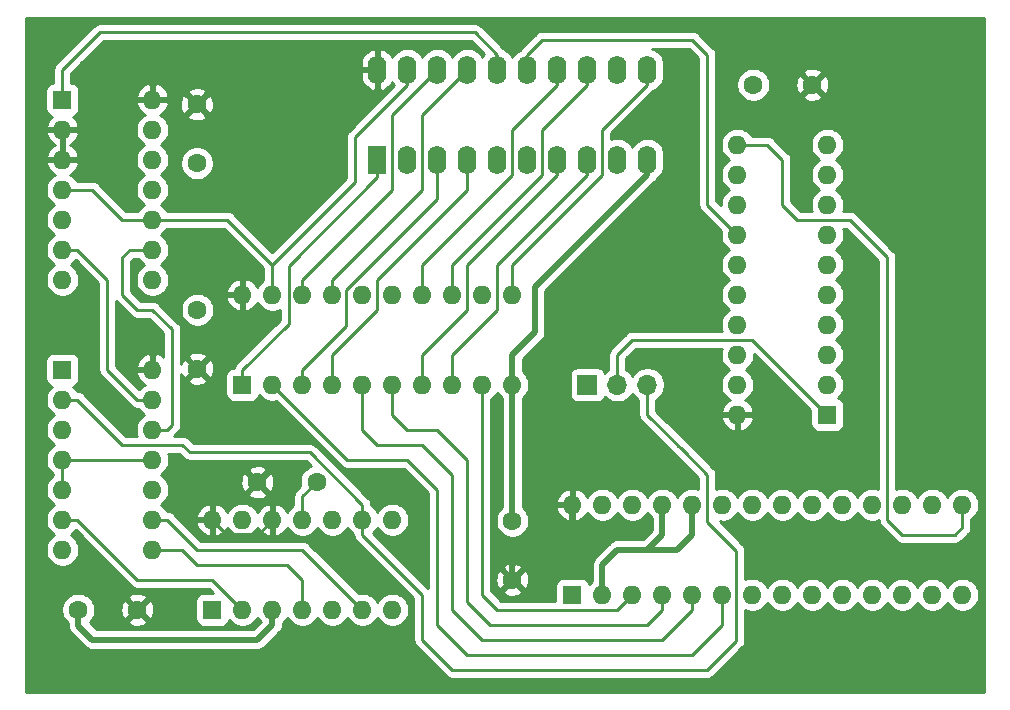
<source format=gbr>
G04 #@! TF.GenerationSoftware,KiCad,Pcbnew,(5.1.9)-1*
G04 #@! TF.CreationDate,2023-05-10T22:08:07+02:00*
G04 #@! TF.ProjectId,repeater,72657065-6174-4657-922e-6b696361645f,1*
G04 #@! TF.SameCoordinates,Original*
G04 #@! TF.FileFunction,Copper,L1,Top*
G04 #@! TF.FilePolarity,Positive*
%FSLAX46Y46*%
G04 Gerber Fmt 4.6, Leading zero omitted, Abs format (unit mm)*
G04 Created by KiCad (PCBNEW (5.1.9)-1) date 2023-05-10 22:08:07*
%MOMM*%
%LPD*%
G01*
G04 APERTURE LIST*
G04 #@! TA.AperFunction,ComponentPad*
%ADD10R,1.600000X1.600000*%
G04 #@! TD*
G04 #@! TA.AperFunction,ComponentPad*
%ADD11O,1.600000X1.600000*%
G04 #@! TD*
G04 #@! TA.AperFunction,ComponentPad*
%ADD12O,1.600000X2.400000*%
G04 #@! TD*
G04 #@! TA.AperFunction,ComponentPad*
%ADD13R,1.600000X2.400000*%
G04 #@! TD*
G04 #@! TA.AperFunction,ComponentPad*
%ADD14C,1.600000*%
G04 #@! TD*
G04 #@! TA.AperFunction,ComponentPad*
%ADD15O,1.700000X1.700000*%
G04 #@! TD*
G04 #@! TA.AperFunction,ComponentPad*
%ADD16R,1.700000X1.700000*%
G04 #@! TD*
G04 #@! TA.AperFunction,Conductor*
%ADD17C,0.250000*%
G04 #@! TD*
G04 #@! TA.AperFunction,Conductor*
%ADD18C,0.500000*%
G04 #@! TD*
G04 #@! TA.AperFunction,Conductor*
%ADD19C,0.254000*%
G04 #@! TD*
G04 #@! TA.AperFunction,Conductor*
%ADD20C,0.152400*%
G04 #@! TD*
G04 APERTURE END LIST*
D10*
X78740000Y-85090000D03*
D11*
X101600000Y-77470000D03*
X81280000Y-85090000D03*
X99060000Y-77470000D03*
X83820000Y-85090000D03*
X96520000Y-77470000D03*
X86360000Y-85090000D03*
X93980000Y-77470000D03*
X88900000Y-85090000D03*
X91440000Y-77470000D03*
X91440000Y-85090000D03*
X88900000Y-77470000D03*
X93980000Y-85090000D03*
X86360000Y-77470000D03*
X96520000Y-85090000D03*
X83820000Y-77470000D03*
X99060000Y-85090000D03*
X81280000Y-77470000D03*
X101600000Y-85090000D03*
X78740000Y-77470000D03*
X71120000Y-83820000D03*
X63500000Y-99060000D03*
X71120000Y-86360000D03*
X63500000Y-96520000D03*
X71120000Y-88900000D03*
X63500000Y-93980000D03*
X71120000Y-91440000D03*
X63500000Y-91440000D03*
X71120000Y-93980000D03*
X63500000Y-88900000D03*
X71120000Y-96520000D03*
X63500000Y-86360000D03*
X71120000Y-99060000D03*
D10*
X63500000Y-83820000D03*
D11*
X120650000Y-87630000D03*
X128270000Y-64770000D03*
X120650000Y-85090000D03*
X128270000Y-67310000D03*
X120650000Y-82550000D03*
X128270000Y-69850000D03*
X120650000Y-80010000D03*
X128270000Y-72390000D03*
X120650000Y-77470000D03*
X128270000Y-74930000D03*
X120650000Y-74930000D03*
X128270000Y-77470000D03*
X120650000Y-72390000D03*
X128270000Y-80010000D03*
X120650000Y-69850000D03*
X128270000Y-82550000D03*
X120650000Y-67310000D03*
X128270000Y-85090000D03*
X120650000Y-64770000D03*
D10*
X128270000Y-87630000D03*
D12*
X90170000Y-58420000D03*
X113030000Y-66040000D03*
X92710000Y-58420000D03*
X110490000Y-66040000D03*
X95250000Y-58420000D03*
X107950000Y-66040000D03*
X97790000Y-58420000D03*
X105410000Y-66040000D03*
X100330000Y-58420000D03*
X102870000Y-66040000D03*
X102870000Y-58420000D03*
X100330000Y-66040000D03*
X105410000Y-58420000D03*
X97790000Y-66040000D03*
X107950000Y-58420000D03*
X95250000Y-66040000D03*
X110490000Y-58420000D03*
X92710000Y-66040000D03*
X113030000Y-58420000D03*
D13*
X90170000Y-66040000D03*
D14*
X85010000Y-93345000D03*
X80010000Y-93345000D03*
X64850000Y-104140000D03*
X69850000Y-104140000D03*
X74930000Y-78740000D03*
X74930000Y-83740000D03*
X101600000Y-96600000D03*
X101600000Y-101600000D03*
X122000000Y-59690000D03*
X127000000Y-59690000D03*
X74879200Y-66341000D03*
X74879200Y-61341000D03*
D11*
X106680000Y-95250000D03*
X139700000Y-102870000D03*
X109220000Y-95250000D03*
X137160000Y-102870000D03*
X111760000Y-95250000D03*
X134620000Y-102870000D03*
X114300000Y-95250000D03*
X132080000Y-102870000D03*
X116840000Y-95250000D03*
X129540000Y-102870000D03*
X119380000Y-95250000D03*
X127000000Y-102870000D03*
X121920000Y-95250000D03*
X124460000Y-102870000D03*
X124460000Y-95250000D03*
X121920000Y-102870000D03*
X127000000Y-95250000D03*
X119380000Y-102870000D03*
X129540000Y-95250000D03*
X116840000Y-102870000D03*
X132080000Y-95250000D03*
X114300000Y-102870000D03*
X134620000Y-95250000D03*
X111760000Y-102870000D03*
X137160000Y-95250000D03*
X109220000Y-102870000D03*
X139700000Y-95250000D03*
D10*
X106680000Y-102870000D03*
D11*
X76200000Y-96520000D03*
X91440000Y-104140000D03*
X78740000Y-96520000D03*
X88900000Y-104140000D03*
X81280000Y-96520000D03*
X86360000Y-104140000D03*
X83820000Y-96520000D03*
X83820000Y-104140000D03*
X86360000Y-96520000D03*
X81280000Y-104140000D03*
X88900000Y-96520000D03*
X78740000Y-104140000D03*
X91440000Y-96520000D03*
D10*
X76200000Y-104140000D03*
D11*
X71120000Y-60960000D03*
X63500000Y-76200000D03*
X71120000Y-63500000D03*
X63500000Y-73660000D03*
X71120000Y-66040000D03*
X63500000Y-71120000D03*
X71120000Y-68580000D03*
X63500000Y-68580000D03*
X71120000Y-71120000D03*
X63500000Y-66040000D03*
X71120000Y-73660000D03*
X63500000Y-63500000D03*
X71120000Y-76200000D03*
D10*
X63500000Y-60960000D03*
D15*
X113030000Y-85090000D03*
X110490000Y-85090000D03*
D16*
X107950000Y-85090000D03*
D17*
X118110000Y-96709998D02*
X118110000Y-92710000D01*
X120555001Y-99154999D02*
X118110000Y-96709998D01*
X120555001Y-106774999D02*
X120555001Y-99154999D01*
X118110000Y-109220000D02*
X120555001Y-106774999D01*
X96520000Y-109220000D02*
X118110000Y-109220000D01*
X93980000Y-102870000D02*
X93980000Y-106680000D01*
X88900000Y-97790000D02*
X93980000Y-102870000D01*
X88900000Y-96520000D02*
X88900000Y-97790000D01*
X116205000Y-90805000D02*
X113030000Y-87630000D01*
X118110000Y-92710000D02*
X116205000Y-90805000D01*
X116205000Y-90805000D02*
X115570000Y-90170000D01*
X113030000Y-87630000D02*
X113030000Y-85090000D01*
X64000010Y-86567110D02*
X63853560Y-86713560D01*
X64000010Y-86360000D02*
X64000010Y-86567110D01*
X93980000Y-106680000D02*
X96520000Y-109220000D01*
X88900000Y-96520000D02*
X88900000Y-95250000D01*
X68580000Y-90170000D02*
X64770000Y-86360000D01*
X64770000Y-86360000D02*
X64000010Y-86360000D01*
X73660000Y-90170000D02*
X68580000Y-90170000D01*
X88900000Y-95250000D02*
X84455000Y-90805000D01*
X74295000Y-90805000D02*
X73660000Y-90170000D01*
X84455000Y-90805000D02*
X74295000Y-90805000D01*
X111760000Y-81280000D02*
X110490000Y-82550000D01*
X110490000Y-82550000D02*
X110490000Y-85090000D01*
X121920000Y-81280000D02*
X111760000Y-81280000D01*
X128270000Y-87630000D02*
X121920000Y-81280000D01*
X71120000Y-71120000D02*
X68580000Y-71120000D01*
X68580000Y-71120000D02*
X66040000Y-68580000D01*
X66040000Y-68580000D02*
X63500000Y-68580000D01*
X92710000Y-58420000D02*
X92710000Y-59055000D01*
X81280000Y-74930000D02*
X81280000Y-77470000D01*
X88265000Y-67945000D02*
X81280000Y-74930000D01*
X92710000Y-59690000D02*
X88265000Y-64135000D01*
X88265000Y-64135000D02*
X88265000Y-67945000D01*
X92710000Y-58420000D02*
X92710000Y-59690000D01*
X72390000Y-71120000D02*
X71120000Y-71120000D01*
X81280000Y-74930000D02*
X77470000Y-71120000D01*
X77470000Y-71120000D02*
X71120000Y-71120000D01*
X99060000Y-85090000D02*
X99060000Y-102870000D01*
X99060000Y-102870000D02*
X100330000Y-104140000D01*
X110490000Y-104140000D02*
X111760000Y-102870000D01*
X100330000Y-104140000D02*
X110490000Y-104140000D01*
X91440000Y-62230000D02*
X95250000Y-58420000D01*
X91440000Y-68580000D02*
X91440000Y-62230000D01*
X83820000Y-76200000D02*
X91440000Y-68580000D01*
X83820000Y-77470000D02*
X83820000Y-76200000D01*
X107950000Y-67310000D02*
X107950000Y-66040000D01*
X100330000Y-74930000D02*
X107950000Y-67310000D01*
X100330000Y-78740000D02*
X100330000Y-74930000D01*
X96520000Y-82550000D02*
X100330000Y-78740000D01*
X96520000Y-85090000D02*
X96520000Y-82550000D01*
X86360000Y-77470000D02*
X86360000Y-76200000D01*
X86360000Y-76200000D02*
X93980000Y-68580000D01*
X93980000Y-68580000D02*
X93980000Y-62230000D01*
X93980000Y-62230000D02*
X96520000Y-59690000D01*
X96520000Y-59690000D02*
X97790000Y-58420000D01*
X105410000Y-67310000D02*
X105410000Y-66040000D01*
X97790000Y-74930000D02*
X105410000Y-67310000D01*
X97790000Y-78740000D02*
X97790000Y-74930000D01*
X93980000Y-82550000D02*
X97790000Y-78740000D01*
X93980000Y-85090000D02*
X93980000Y-82550000D01*
X100330000Y-58420000D02*
X100330000Y-57150000D01*
X63500000Y-58420000D02*
X63500000Y-60960000D01*
X65575020Y-56344980D02*
X63500000Y-58420000D01*
X100330000Y-57150000D02*
X98425000Y-55245000D01*
X98425000Y-55245000D02*
X66675000Y-55245000D01*
X66675000Y-55245000D02*
X65405000Y-56515000D01*
X114300000Y-102870000D02*
X114300000Y-104140000D01*
X114300000Y-104140000D02*
X113030000Y-105410000D01*
X97790000Y-91440000D02*
X95250000Y-88900000D01*
X95250000Y-88900000D02*
X92710000Y-88900000D01*
X92710000Y-88900000D02*
X91440000Y-87630000D01*
X91440000Y-87630000D02*
X91440000Y-85090000D01*
X99695000Y-105410000D02*
X97790000Y-103505000D01*
X97790000Y-103505000D02*
X97790000Y-91440000D01*
X113030000Y-105410000D02*
X99695000Y-105410000D01*
X88900000Y-85090000D02*
X88900000Y-88900000D01*
X88900000Y-88900000D02*
X90170000Y-90170000D01*
X90170000Y-90170000D02*
X93980000Y-90170000D01*
X93980000Y-90170000D02*
X96520000Y-92710000D01*
X96520000Y-92710000D02*
X96520000Y-104140000D01*
X96520000Y-104140000D02*
X97790000Y-105410000D01*
X115570000Y-105410000D02*
X116840000Y-104140000D01*
X116840000Y-104140000D02*
X116840000Y-102870000D01*
X97790000Y-105410000D02*
X99060000Y-106680000D01*
X99060000Y-106680000D02*
X114300000Y-106680000D01*
X114300000Y-106680000D02*
X115570000Y-105410000D01*
X93980000Y-77470000D02*
X93980000Y-74930000D01*
X101600000Y-67310000D02*
X101600000Y-63500000D01*
X101600000Y-63500000D02*
X105410000Y-59690000D01*
X105410000Y-59690000D02*
X105410000Y-58420000D01*
X93980000Y-74930000D02*
X101600000Y-67310000D01*
X97790000Y-68580000D02*
X97790000Y-66040000D01*
X90170000Y-76200000D02*
X97790000Y-68580000D01*
X90170000Y-78740000D02*
X90170000Y-76200000D01*
X86360000Y-82550000D02*
X90170000Y-78740000D01*
X86360000Y-85090000D02*
X86360000Y-82550000D01*
X96520000Y-77470000D02*
X96520000Y-74930000D01*
X96520000Y-74930000D02*
X104140000Y-67310000D01*
X104140000Y-67310000D02*
X104140000Y-63500000D01*
X104140000Y-63500000D02*
X107950000Y-59690000D01*
X107950000Y-59690000D02*
X107950000Y-58420000D01*
X83820000Y-83820000D02*
X83820000Y-85090000D01*
X87535001Y-80104999D02*
X83820000Y-83820000D01*
X87535001Y-77095997D02*
X87535001Y-80104999D01*
X95250000Y-69380998D02*
X87535001Y-77095997D01*
X95250000Y-66040000D02*
X95250000Y-69380998D01*
X119380000Y-105410000D02*
X119380000Y-102870000D01*
X97790000Y-107950000D02*
X116840000Y-107950000D01*
X95250000Y-105410000D02*
X97790000Y-107950000D01*
X92710000Y-91440000D02*
X95250000Y-93980000D01*
X95250000Y-93980000D02*
X95250000Y-105410000D01*
X87630000Y-91440000D02*
X92710000Y-91440000D01*
X116840000Y-107950000D02*
X119380000Y-105410000D01*
X81280000Y-85090000D02*
X87630000Y-91440000D01*
X113030000Y-59690000D02*
X113030000Y-58420000D01*
X109220000Y-63500000D02*
X113030000Y-59690000D01*
X109220000Y-67310000D02*
X109220000Y-63500000D01*
X101600000Y-74930000D02*
X109220000Y-67310000D01*
X101600000Y-77470000D02*
X101600000Y-74930000D01*
X139700000Y-97155000D02*
X139700000Y-95250000D01*
X139065000Y-97790000D02*
X139700000Y-97155000D01*
X134620000Y-97790000D02*
X139065000Y-97790000D01*
X133350000Y-96520000D02*
X134620000Y-97790000D01*
X120650000Y-64770000D02*
X123190000Y-64770000D01*
X123190000Y-64770000D02*
X124460000Y-66040000D01*
X124460000Y-66040000D02*
X124460000Y-69850000D01*
X124460000Y-69850000D02*
X125730000Y-71120000D01*
X125730000Y-71120000D02*
X130175000Y-71120000D01*
X130175000Y-71120000D02*
X133350000Y-74295000D01*
X133350000Y-74295000D02*
X133350000Y-76200000D01*
X133350000Y-76200000D02*
X133350000Y-96520000D01*
X133350000Y-75565000D02*
X133350000Y-76200000D01*
X78740000Y-83820000D02*
X78740000Y-85090000D01*
X82644999Y-79915001D02*
X78740000Y-83820000D01*
X82644999Y-75015001D02*
X82644999Y-79915001D01*
X90170000Y-67490000D02*
X82644999Y-75015001D01*
X90170000Y-66040000D02*
X90170000Y-67490000D01*
X63500000Y-73660000D02*
X64770000Y-73660000D01*
X64770000Y-73660000D02*
X67310000Y-76200000D01*
X67310000Y-76200000D02*
X67310000Y-83820000D01*
X67310000Y-83820000D02*
X69850000Y-86360000D01*
X69850000Y-86360000D02*
X71120000Y-86360000D01*
X72390000Y-88900000D02*
X71120000Y-88900000D01*
X72795011Y-88494989D02*
X72390000Y-88900000D01*
X72795011Y-80415011D02*
X72795011Y-88494989D01*
X71120000Y-78740000D02*
X72795011Y-80415011D01*
X71120000Y-78740000D02*
X69850000Y-78740000D01*
X69850000Y-78740000D02*
X68580000Y-77470000D01*
X68580000Y-77470000D02*
X68580000Y-74295000D01*
X68580000Y-74295000D02*
X69215000Y-73660000D01*
X69215000Y-73660000D02*
X71120000Y-73660000D01*
X72390000Y-96520000D02*
X71120000Y-96520000D01*
X74930000Y-99060000D02*
X72390000Y-96520000D01*
X83820000Y-99060000D02*
X74930000Y-99060000D01*
X88900000Y-104140000D02*
X83820000Y-99060000D01*
X71120000Y-99060000D02*
X72390000Y-99060000D01*
X73660000Y-99060000D02*
X74930000Y-100330000D01*
X74930000Y-100330000D02*
X82550000Y-100330000D01*
X83820000Y-101600000D02*
X83820000Y-104140000D01*
X82550000Y-100330000D02*
X83820000Y-101600000D01*
X72390000Y-99060000D02*
X73660000Y-99060000D01*
X77470000Y-102870000D02*
X78740000Y-104140000D01*
X76200000Y-101600000D02*
X77470000Y-102870000D01*
X69850000Y-101600000D02*
X76200000Y-101600000D01*
X64770000Y-96520000D02*
X69850000Y-101600000D01*
X63500000Y-96520000D02*
X64770000Y-96520000D01*
X63500000Y-91440000D02*
X71120000Y-91440000D01*
X63500000Y-91440000D02*
X63500000Y-93980000D01*
X102870000Y-57150000D02*
X102870000Y-58420000D01*
X104140000Y-55880000D02*
X102870000Y-57150000D01*
X116840000Y-55880000D02*
X104140000Y-55880000D01*
X118110000Y-57150000D02*
X116840000Y-55880000D01*
X118110000Y-69850000D02*
X118110000Y-57150000D01*
X120650000Y-72390000D02*
X118110000Y-69850000D01*
D18*
X114300000Y-97790000D02*
X114300000Y-95250000D01*
X113030000Y-99060000D02*
X114300000Y-97790000D01*
X110490000Y-99060000D02*
X113030000Y-99060000D01*
X109220000Y-100330000D02*
X110490000Y-99060000D01*
X109220000Y-102870000D02*
X109220000Y-100330000D01*
X64850000Y-104140000D02*
X64850000Y-105490000D01*
X64850000Y-105490000D02*
X66040000Y-106680000D01*
X66040000Y-106680000D02*
X80010000Y-106680000D01*
X81280000Y-105410000D02*
X81280000Y-104140000D01*
X80010000Y-106680000D02*
X81280000Y-105410000D01*
X116840000Y-97790000D02*
X116840000Y-95250000D01*
X115570000Y-99060000D02*
X116840000Y-97790000D01*
X113030000Y-99060000D02*
X115570000Y-99060000D01*
X101600000Y-96600000D02*
X101600000Y-85090000D01*
X101600000Y-82550000D02*
X101600000Y-85090000D01*
X103505000Y-76835000D02*
X103505000Y-80645000D01*
X103505000Y-80645000D02*
X101600000Y-82550000D01*
X113030000Y-67310000D02*
X103505000Y-76835000D01*
X113030000Y-66040000D02*
X113030000Y-67310000D01*
D17*
X83820000Y-94535000D02*
X85010000Y-93345000D01*
X83820000Y-96520000D02*
X83820000Y-94535000D01*
X71120000Y-60960000D02*
X68580000Y-60960000D01*
X66040000Y-63500000D02*
X63500000Y-63500000D01*
X68580000Y-60960000D02*
X66040000Y-63500000D01*
X80104999Y-97695001D02*
X81280000Y-96520000D01*
X77375001Y-97695001D02*
X80104999Y-97695001D01*
X76200000Y-96520000D02*
X77375001Y-97695001D01*
X63500000Y-66040000D02*
X63500000Y-63500000D01*
D18*
X101600000Y-101600000D02*
X101600000Y-100330000D01*
X101600000Y-100330000D02*
X102870000Y-99060000D01*
X102870000Y-99060000D02*
X105410000Y-99060000D01*
X105410000Y-99060000D02*
X106680000Y-97790000D01*
X106680000Y-97790000D02*
X106680000Y-95250000D01*
D17*
X78660000Y-77550000D02*
X78740000Y-77470000D01*
D19*
X141555001Y-111075000D02*
X60375000Y-111075000D01*
X60375000Y-63849039D01*
X62108096Y-63849039D01*
X62148754Y-63983087D01*
X62268963Y-64237420D01*
X62436481Y-64463414D01*
X62644869Y-64652385D01*
X62840982Y-64770000D01*
X62644869Y-64887615D01*
X62436481Y-65076586D01*
X62268963Y-65302580D01*
X62148754Y-65556913D01*
X62108096Y-65690961D01*
X62230085Y-65913000D01*
X63373000Y-65913000D01*
X63373000Y-63627000D01*
X63627000Y-63627000D01*
X63627000Y-65913000D01*
X64769915Y-65913000D01*
X64891904Y-65690961D01*
X64851246Y-65556913D01*
X64731037Y-65302580D01*
X64563519Y-65076586D01*
X64355131Y-64887615D01*
X64159018Y-64770000D01*
X64355131Y-64652385D01*
X64563519Y-64463414D01*
X64731037Y-64237420D01*
X64851246Y-63983087D01*
X64891904Y-63849039D01*
X64769915Y-63627000D01*
X63627000Y-63627000D01*
X63373000Y-63627000D01*
X62230085Y-63627000D01*
X62108096Y-63849039D01*
X60375000Y-63849039D01*
X60375000Y-60160000D01*
X62061928Y-60160000D01*
X62061928Y-61760000D01*
X62074188Y-61884482D01*
X62110498Y-62004180D01*
X62169463Y-62114494D01*
X62248815Y-62211185D01*
X62345506Y-62290537D01*
X62455820Y-62349502D01*
X62575518Y-62385812D01*
X62600080Y-62388231D01*
X62436481Y-62536586D01*
X62268963Y-62762580D01*
X62148754Y-63016913D01*
X62108096Y-63150961D01*
X62230085Y-63373000D01*
X63373000Y-63373000D01*
X63373000Y-63353000D01*
X63627000Y-63353000D01*
X63627000Y-63373000D01*
X64769915Y-63373000D01*
X64891904Y-63150961D01*
X64851246Y-63016913D01*
X64731037Y-62762580D01*
X64563519Y-62536586D01*
X64399920Y-62388231D01*
X64424482Y-62385812D01*
X64544180Y-62349502D01*
X64654494Y-62290537D01*
X64751185Y-62211185D01*
X64830537Y-62114494D01*
X64889502Y-62004180D01*
X64925812Y-61884482D01*
X64938072Y-61760000D01*
X64938072Y-60610961D01*
X69728096Y-60610961D01*
X69850085Y-60833000D01*
X70993000Y-60833000D01*
X70993000Y-59689376D01*
X71247000Y-59689376D01*
X71247000Y-60833000D01*
X72389915Y-60833000D01*
X72511904Y-60610961D01*
X72471246Y-60476913D01*
X72410457Y-60348298D01*
X74066103Y-60348298D01*
X74879200Y-61161395D01*
X75692297Y-60348298D01*
X75620714Y-60104329D01*
X75365204Y-59983429D01*
X75091016Y-59914700D01*
X74808688Y-59900783D01*
X74529070Y-59942213D01*
X74262908Y-60037397D01*
X74137686Y-60104329D01*
X74066103Y-60348298D01*
X72410457Y-60348298D01*
X72351037Y-60222580D01*
X72183519Y-59996586D01*
X71975131Y-59807615D01*
X71733881Y-59662930D01*
X71469040Y-59568091D01*
X71247000Y-59689376D01*
X70993000Y-59689376D01*
X70770960Y-59568091D01*
X70506119Y-59662930D01*
X70264869Y-59807615D01*
X70056481Y-59996586D01*
X69888963Y-60222580D01*
X69768754Y-60476913D01*
X69728096Y-60610961D01*
X64938072Y-60610961D01*
X64938072Y-60160000D01*
X64925812Y-60035518D01*
X64889502Y-59915820D01*
X64830537Y-59805506D01*
X64751185Y-59708815D01*
X64654494Y-59629463D01*
X64544180Y-59570498D01*
X64424482Y-59534188D01*
X64300000Y-59521928D01*
X64260000Y-59521928D01*
X64260000Y-58734801D01*
X64447801Y-58547000D01*
X88735000Y-58547000D01*
X88735000Y-58947000D01*
X88787350Y-59224514D01*
X88892834Y-59486483D01*
X89047399Y-59722839D01*
X89245105Y-59924500D01*
X89478354Y-60083715D01*
X89738182Y-60194367D01*
X89820961Y-60211904D01*
X90043000Y-60089915D01*
X90043000Y-58547000D01*
X88735000Y-58547000D01*
X64447801Y-58547000D01*
X65101801Y-57893000D01*
X88735000Y-57893000D01*
X88735000Y-58293000D01*
X90043000Y-58293000D01*
X90043000Y-56750085D01*
X89820961Y-56628096D01*
X89738182Y-56645633D01*
X89478354Y-56756285D01*
X89245105Y-56915500D01*
X89047399Y-57117161D01*
X88892834Y-57353517D01*
X88787350Y-57615486D01*
X88735000Y-57893000D01*
X65101801Y-57893000D01*
X66138819Y-56855984D01*
X66138827Y-56855974D01*
X66989802Y-56005000D01*
X98110199Y-56005000D01*
X99218077Y-57112879D01*
X99131068Y-57218900D01*
X99060000Y-57351858D01*
X98988932Y-57218899D01*
X98809607Y-57000392D01*
X98591100Y-56821068D01*
X98341807Y-56687818D01*
X98071308Y-56605764D01*
X97790000Y-56578057D01*
X97508691Y-56605764D01*
X97238192Y-56687818D01*
X96988899Y-56821068D01*
X96770392Y-57000393D01*
X96591068Y-57218900D01*
X96520000Y-57351858D01*
X96448932Y-57218899D01*
X96269607Y-57000392D01*
X96051100Y-56821068D01*
X95801807Y-56687818D01*
X95531308Y-56605764D01*
X95250000Y-56578057D01*
X94968691Y-56605764D01*
X94698192Y-56687818D01*
X94448899Y-56821068D01*
X94230392Y-57000393D01*
X94051068Y-57218900D01*
X93980000Y-57351858D01*
X93908932Y-57218899D01*
X93729607Y-57000392D01*
X93511100Y-56821068D01*
X93261807Y-56687818D01*
X92991308Y-56605764D01*
X92710000Y-56578057D01*
X92428691Y-56605764D01*
X92158192Y-56687818D01*
X91908899Y-56821068D01*
X91690392Y-57000393D01*
X91511068Y-57218900D01*
X91442735Y-57346742D01*
X91292601Y-57117161D01*
X91094895Y-56915500D01*
X90861646Y-56756285D01*
X90601818Y-56645633D01*
X90519039Y-56628096D01*
X90297000Y-56750085D01*
X90297000Y-58293000D01*
X90317000Y-58293000D01*
X90317000Y-58547000D01*
X90297000Y-58547000D01*
X90297000Y-60089915D01*
X90519039Y-60211904D01*
X90601818Y-60194367D01*
X90861646Y-60083715D01*
X91094895Y-59924500D01*
X91292601Y-59722839D01*
X91442735Y-59493259D01*
X91511068Y-59621101D01*
X91598077Y-59727121D01*
X87754003Y-63571196D01*
X87724999Y-63594999D01*
X87680694Y-63648985D01*
X87630026Y-63710724D01*
X87586451Y-63792246D01*
X87559454Y-63842754D01*
X87515997Y-63986015D01*
X87505000Y-64097668D01*
X87505000Y-64097678D01*
X87501324Y-64135000D01*
X87505000Y-64172323D01*
X87505001Y-67630197D01*
X81280000Y-73855199D01*
X78033804Y-70609003D01*
X78010001Y-70579999D01*
X77894276Y-70485026D01*
X77762247Y-70414454D01*
X77618986Y-70370997D01*
X77507333Y-70360000D01*
X77507322Y-70360000D01*
X77470000Y-70356324D01*
X77432678Y-70360000D01*
X72338043Y-70360000D01*
X72234637Y-70205241D01*
X72034759Y-70005363D01*
X71802241Y-69850000D01*
X72034759Y-69694637D01*
X72234637Y-69494759D01*
X72391680Y-69259727D01*
X72499853Y-68998574D01*
X72555000Y-68721335D01*
X72555000Y-68438665D01*
X72499853Y-68161426D01*
X72391680Y-67900273D01*
X72234637Y-67665241D01*
X72034759Y-67465363D01*
X71802241Y-67310000D01*
X72034759Y-67154637D01*
X72234637Y-66954759D01*
X72391680Y-66719727D01*
X72499853Y-66458574D01*
X72551353Y-66199665D01*
X73444200Y-66199665D01*
X73444200Y-66482335D01*
X73499347Y-66759574D01*
X73607520Y-67020727D01*
X73764563Y-67255759D01*
X73964441Y-67455637D01*
X74199473Y-67612680D01*
X74460626Y-67720853D01*
X74737865Y-67776000D01*
X75020535Y-67776000D01*
X75297774Y-67720853D01*
X75558927Y-67612680D01*
X75793959Y-67455637D01*
X75993837Y-67255759D01*
X76150880Y-67020727D01*
X76259053Y-66759574D01*
X76314200Y-66482335D01*
X76314200Y-66199665D01*
X76259053Y-65922426D01*
X76150880Y-65661273D01*
X75993837Y-65426241D01*
X75793959Y-65226363D01*
X75558927Y-65069320D01*
X75297774Y-64961147D01*
X75020535Y-64906000D01*
X74737865Y-64906000D01*
X74460626Y-64961147D01*
X74199473Y-65069320D01*
X73964441Y-65226363D01*
X73764563Y-65426241D01*
X73607520Y-65661273D01*
X73499347Y-65922426D01*
X73444200Y-66199665D01*
X72551353Y-66199665D01*
X72555000Y-66181335D01*
X72555000Y-65898665D01*
X72499853Y-65621426D01*
X72391680Y-65360273D01*
X72234637Y-65125241D01*
X72034759Y-64925363D01*
X71802241Y-64770000D01*
X72034759Y-64614637D01*
X72234637Y-64414759D01*
X72391680Y-64179727D01*
X72499853Y-63918574D01*
X72555000Y-63641335D01*
X72555000Y-63358665D01*
X72499853Y-63081426D01*
X72391680Y-62820273D01*
X72234637Y-62585241D01*
X72034759Y-62385363D01*
X71957443Y-62333702D01*
X74066103Y-62333702D01*
X74137686Y-62577671D01*
X74393196Y-62698571D01*
X74667384Y-62767300D01*
X74949712Y-62781217D01*
X75229330Y-62739787D01*
X75495492Y-62644603D01*
X75620714Y-62577671D01*
X75692297Y-62333702D01*
X74879200Y-61520605D01*
X74066103Y-62333702D01*
X71957443Y-62333702D01*
X71799727Y-62228320D01*
X71789135Y-62223933D01*
X71975131Y-62112385D01*
X72183519Y-61923414D01*
X72351037Y-61697420D01*
X72471246Y-61443087D01*
X72480822Y-61411512D01*
X73438983Y-61411512D01*
X73480413Y-61691130D01*
X73575597Y-61957292D01*
X73642529Y-62082514D01*
X73886498Y-62154097D01*
X74699595Y-61341000D01*
X75058805Y-61341000D01*
X75871902Y-62154097D01*
X76115871Y-62082514D01*
X76236771Y-61827004D01*
X76305500Y-61552816D01*
X76319417Y-61270488D01*
X76277987Y-60990870D01*
X76182803Y-60724708D01*
X76115871Y-60599486D01*
X75871902Y-60527903D01*
X75058805Y-61341000D01*
X74699595Y-61341000D01*
X73886498Y-60527903D01*
X73642529Y-60599486D01*
X73521629Y-60854996D01*
X73452900Y-61129184D01*
X73438983Y-61411512D01*
X72480822Y-61411512D01*
X72511904Y-61309039D01*
X72389915Y-61087000D01*
X71247000Y-61087000D01*
X71247000Y-61107000D01*
X70993000Y-61107000D01*
X70993000Y-61087000D01*
X69850085Y-61087000D01*
X69728096Y-61309039D01*
X69768754Y-61443087D01*
X69888963Y-61697420D01*
X70056481Y-61923414D01*
X70264869Y-62112385D01*
X70450865Y-62223933D01*
X70440273Y-62228320D01*
X70205241Y-62385363D01*
X70005363Y-62585241D01*
X69848320Y-62820273D01*
X69740147Y-63081426D01*
X69685000Y-63358665D01*
X69685000Y-63641335D01*
X69740147Y-63918574D01*
X69848320Y-64179727D01*
X70005363Y-64414759D01*
X70205241Y-64614637D01*
X70437759Y-64770000D01*
X70205241Y-64925363D01*
X70005363Y-65125241D01*
X69848320Y-65360273D01*
X69740147Y-65621426D01*
X69685000Y-65898665D01*
X69685000Y-66181335D01*
X69740147Y-66458574D01*
X69848320Y-66719727D01*
X70005363Y-66954759D01*
X70205241Y-67154637D01*
X70437759Y-67310000D01*
X70205241Y-67465363D01*
X70005363Y-67665241D01*
X69848320Y-67900273D01*
X69740147Y-68161426D01*
X69685000Y-68438665D01*
X69685000Y-68721335D01*
X69740147Y-68998574D01*
X69848320Y-69259727D01*
X70005363Y-69494759D01*
X70205241Y-69694637D01*
X70437759Y-69850000D01*
X70205241Y-70005363D01*
X70005363Y-70205241D01*
X69901957Y-70360000D01*
X68894803Y-70360000D01*
X66603804Y-68069003D01*
X66580001Y-68039999D01*
X66464276Y-67945026D01*
X66332247Y-67874454D01*
X66188986Y-67830997D01*
X66077333Y-67820000D01*
X66077322Y-67820000D01*
X66040000Y-67816324D01*
X66002678Y-67820000D01*
X64718043Y-67820000D01*
X64614637Y-67665241D01*
X64414759Y-67465363D01*
X64179727Y-67308320D01*
X64169135Y-67303933D01*
X64355131Y-67192385D01*
X64563519Y-67003414D01*
X64731037Y-66777420D01*
X64851246Y-66523087D01*
X64891904Y-66389039D01*
X64769915Y-66167000D01*
X63627000Y-66167000D01*
X63627000Y-66187000D01*
X63373000Y-66187000D01*
X63373000Y-66167000D01*
X62230085Y-66167000D01*
X62108096Y-66389039D01*
X62148754Y-66523087D01*
X62268963Y-66777420D01*
X62436481Y-67003414D01*
X62644869Y-67192385D01*
X62830865Y-67303933D01*
X62820273Y-67308320D01*
X62585241Y-67465363D01*
X62385363Y-67665241D01*
X62228320Y-67900273D01*
X62120147Y-68161426D01*
X62065000Y-68438665D01*
X62065000Y-68721335D01*
X62120147Y-68998574D01*
X62228320Y-69259727D01*
X62385363Y-69494759D01*
X62585241Y-69694637D01*
X62817759Y-69850000D01*
X62585241Y-70005363D01*
X62385363Y-70205241D01*
X62228320Y-70440273D01*
X62120147Y-70701426D01*
X62065000Y-70978665D01*
X62065000Y-71261335D01*
X62120147Y-71538574D01*
X62228320Y-71799727D01*
X62385363Y-72034759D01*
X62585241Y-72234637D01*
X62817759Y-72390000D01*
X62585241Y-72545363D01*
X62385363Y-72745241D01*
X62228320Y-72980273D01*
X62120147Y-73241426D01*
X62065000Y-73518665D01*
X62065000Y-73801335D01*
X62120147Y-74078574D01*
X62228320Y-74339727D01*
X62385363Y-74574759D01*
X62585241Y-74774637D01*
X62817759Y-74930000D01*
X62585241Y-75085363D01*
X62385363Y-75285241D01*
X62228320Y-75520273D01*
X62120147Y-75781426D01*
X62065000Y-76058665D01*
X62065000Y-76341335D01*
X62120147Y-76618574D01*
X62228320Y-76879727D01*
X62385363Y-77114759D01*
X62585241Y-77314637D01*
X62820273Y-77471680D01*
X63081426Y-77579853D01*
X63358665Y-77635000D01*
X63641335Y-77635000D01*
X63918574Y-77579853D01*
X64179727Y-77471680D01*
X64414759Y-77314637D01*
X64614637Y-77114759D01*
X64771680Y-76879727D01*
X64879853Y-76618574D01*
X64935000Y-76341335D01*
X64935000Y-76058665D01*
X64879853Y-75781426D01*
X64771680Y-75520273D01*
X64614637Y-75285241D01*
X64414759Y-75085363D01*
X64182241Y-74930000D01*
X64414759Y-74774637D01*
X64612297Y-74577099D01*
X66550000Y-76514803D01*
X66550001Y-83782667D01*
X66546324Y-83820000D01*
X66550001Y-83857333D01*
X66560998Y-83968986D01*
X66565856Y-83985000D01*
X66604454Y-84112246D01*
X66675026Y-84244276D01*
X66742361Y-84326323D01*
X66770000Y-84360001D01*
X66798998Y-84383799D01*
X69286205Y-86871008D01*
X69309999Y-86900001D01*
X69338992Y-86923795D01*
X69338996Y-86923799D01*
X69409685Y-86981811D01*
X69425724Y-86994974D01*
X69557753Y-87065546D01*
X69701014Y-87109003D01*
X69812667Y-87120000D01*
X69812676Y-87120000D01*
X69849999Y-87123676D01*
X69887322Y-87120000D01*
X69901957Y-87120000D01*
X70005363Y-87274759D01*
X70205241Y-87474637D01*
X70437759Y-87630000D01*
X70205241Y-87785363D01*
X70005363Y-87985241D01*
X69848320Y-88220273D01*
X69740147Y-88481426D01*
X69685000Y-88758665D01*
X69685000Y-89041335D01*
X69740147Y-89318574D01*
X69778017Y-89410000D01*
X68894802Y-89410000D01*
X65333804Y-85849003D01*
X65310001Y-85819999D01*
X65194276Y-85725026D01*
X65062247Y-85654454D01*
X64918986Y-85610997D01*
X64807333Y-85600000D01*
X64807322Y-85600000D01*
X64770000Y-85596324D01*
X64732678Y-85600000D01*
X64718043Y-85600000D01*
X64614637Y-85445241D01*
X64416039Y-85246643D01*
X64424482Y-85245812D01*
X64544180Y-85209502D01*
X64654494Y-85150537D01*
X64751185Y-85071185D01*
X64830537Y-84974494D01*
X64889502Y-84864180D01*
X64925812Y-84744482D01*
X64938072Y-84620000D01*
X64938072Y-83020000D01*
X64925812Y-82895518D01*
X64889502Y-82775820D01*
X64830537Y-82665506D01*
X64751185Y-82568815D01*
X64654494Y-82489463D01*
X64544180Y-82430498D01*
X64424482Y-82394188D01*
X64300000Y-82381928D01*
X62700000Y-82381928D01*
X62575518Y-82394188D01*
X62455820Y-82430498D01*
X62345506Y-82489463D01*
X62248815Y-82568815D01*
X62169463Y-82665506D01*
X62110498Y-82775820D01*
X62074188Y-82895518D01*
X62061928Y-83020000D01*
X62061928Y-84620000D01*
X62074188Y-84744482D01*
X62110498Y-84864180D01*
X62169463Y-84974494D01*
X62248815Y-85071185D01*
X62345506Y-85150537D01*
X62455820Y-85209502D01*
X62575518Y-85245812D01*
X62583961Y-85246643D01*
X62385363Y-85445241D01*
X62228320Y-85680273D01*
X62120147Y-85941426D01*
X62065000Y-86218665D01*
X62065000Y-86501335D01*
X62120147Y-86778574D01*
X62228320Y-87039727D01*
X62385363Y-87274759D01*
X62585241Y-87474637D01*
X62817759Y-87630000D01*
X62585241Y-87785363D01*
X62385363Y-87985241D01*
X62228320Y-88220273D01*
X62120147Y-88481426D01*
X62065000Y-88758665D01*
X62065000Y-89041335D01*
X62120147Y-89318574D01*
X62228320Y-89579727D01*
X62385363Y-89814759D01*
X62585241Y-90014637D01*
X62817759Y-90170000D01*
X62585241Y-90325363D01*
X62385363Y-90525241D01*
X62228320Y-90760273D01*
X62120147Y-91021426D01*
X62065000Y-91298665D01*
X62065000Y-91581335D01*
X62120147Y-91858574D01*
X62228320Y-92119727D01*
X62385363Y-92354759D01*
X62585241Y-92554637D01*
X62740000Y-92658044D01*
X62740001Y-92761956D01*
X62585241Y-92865363D01*
X62385363Y-93065241D01*
X62228320Y-93300273D01*
X62120147Y-93561426D01*
X62065000Y-93838665D01*
X62065000Y-94121335D01*
X62120147Y-94398574D01*
X62228320Y-94659727D01*
X62385363Y-94894759D01*
X62585241Y-95094637D01*
X62817759Y-95250000D01*
X62585241Y-95405363D01*
X62385363Y-95605241D01*
X62228320Y-95840273D01*
X62120147Y-96101426D01*
X62065000Y-96378665D01*
X62065000Y-96661335D01*
X62120147Y-96938574D01*
X62228320Y-97199727D01*
X62385363Y-97434759D01*
X62585241Y-97634637D01*
X62817759Y-97790000D01*
X62585241Y-97945363D01*
X62385363Y-98145241D01*
X62228320Y-98380273D01*
X62120147Y-98641426D01*
X62065000Y-98918665D01*
X62065000Y-99201335D01*
X62120147Y-99478574D01*
X62228320Y-99739727D01*
X62385363Y-99974759D01*
X62585241Y-100174637D01*
X62820273Y-100331680D01*
X63081426Y-100439853D01*
X63358665Y-100495000D01*
X63641335Y-100495000D01*
X63918574Y-100439853D01*
X64179727Y-100331680D01*
X64414759Y-100174637D01*
X64614637Y-99974759D01*
X64771680Y-99739727D01*
X64879853Y-99478574D01*
X64935000Y-99201335D01*
X64935000Y-98918665D01*
X64879853Y-98641426D01*
X64771680Y-98380273D01*
X64614637Y-98145241D01*
X64414759Y-97945363D01*
X64182241Y-97790000D01*
X64414759Y-97634637D01*
X64612297Y-97437099D01*
X69286200Y-102111002D01*
X69309999Y-102140001D01*
X69338997Y-102163799D01*
X69425723Y-102234974D01*
X69557753Y-102305546D01*
X69701014Y-102349003D01*
X69812667Y-102360000D01*
X69812677Y-102360000D01*
X69850000Y-102363676D01*
X69887323Y-102360000D01*
X75885199Y-102360000D01*
X76227127Y-102701928D01*
X75400000Y-102701928D01*
X75275518Y-102714188D01*
X75155820Y-102750498D01*
X75045506Y-102809463D01*
X74948815Y-102888815D01*
X74869463Y-102985506D01*
X74810498Y-103095820D01*
X74774188Y-103215518D01*
X74761928Y-103340000D01*
X74761928Y-104940000D01*
X74774188Y-105064482D01*
X74810498Y-105184180D01*
X74869463Y-105294494D01*
X74948815Y-105391185D01*
X75045506Y-105470537D01*
X75155820Y-105529502D01*
X75275518Y-105565812D01*
X75400000Y-105578072D01*
X77000000Y-105578072D01*
X77124482Y-105565812D01*
X77244180Y-105529502D01*
X77354494Y-105470537D01*
X77451185Y-105391185D01*
X77530537Y-105294494D01*
X77589502Y-105184180D01*
X77625812Y-105064482D01*
X77626643Y-105056039D01*
X77825241Y-105254637D01*
X78060273Y-105411680D01*
X78321426Y-105519853D01*
X78598665Y-105575000D01*
X78881335Y-105575000D01*
X79158574Y-105519853D01*
X79419727Y-105411680D01*
X79654759Y-105254637D01*
X79854637Y-105054759D01*
X80010000Y-104822241D01*
X80165363Y-105054759D01*
X80274513Y-105163909D01*
X79643422Y-105795000D01*
X66406579Y-105795000D01*
X65815487Y-105203909D01*
X65886694Y-105132702D01*
X69036903Y-105132702D01*
X69108486Y-105376671D01*
X69363996Y-105497571D01*
X69638184Y-105566300D01*
X69920512Y-105580217D01*
X70200130Y-105538787D01*
X70466292Y-105443603D01*
X70591514Y-105376671D01*
X70663097Y-105132702D01*
X69850000Y-104319605D01*
X69036903Y-105132702D01*
X65886694Y-105132702D01*
X65964637Y-105054759D01*
X66121680Y-104819727D01*
X66229853Y-104558574D01*
X66285000Y-104281335D01*
X66285000Y-104210512D01*
X68409783Y-104210512D01*
X68451213Y-104490130D01*
X68546397Y-104756292D01*
X68613329Y-104881514D01*
X68857298Y-104953097D01*
X69670395Y-104140000D01*
X70029605Y-104140000D01*
X70842702Y-104953097D01*
X71086671Y-104881514D01*
X71207571Y-104626004D01*
X71276300Y-104351816D01*
X71290217Y-104069488D01*
X71248787Y-103789870D01*
X71153603Y-103523708D01*
X71086671Y-103398486D01*
X70842702Y-103326903D01*
X70029605Y-104140000D01*
X69670395Y-104140000D01*
X68857298Y-103326903D01*
X68613329Y-103398486D01*
X68492429Y-103653996D01*
X68423700Y-103928184D01*
X68409783Y-104210512D01*
X66285000Y-104210512D01*
X66285000Y-103998665D01*
X66229853Y-103721426D01*
X66121680Y-103460273D01*
X65964637Y-103225241D01*
X65886694Y-103147298D01*
X69036903Y-103147298D01*
X69850000Y-103960395D01*
X70663097Y-103147298D01*
X70591514Y-102903329D01*
X70336004Y-102782429D01*
X70061816Y-102713700D01*
X69779488Y-102699783D01*
X69499870Y-102741213D01*
X69233708Y-102836397D01*
X69108486Y-102903329D01*
X69036903Y-103147298D01*
X65886694Y-103147298D01*
X65764759Y-103025363D01*
X65529727Y-102868320D01*
X65268574Y-102760147D01*
X64991335Y-102705000D01*
X64708665Y-102705000D01*
X64431426Y-102760147D01*
X64170273Y-102868320D01*
X63935241Y-103025363D01*
X63735363Y-103225241D01*
X63578320Y-103460273D01*
X63470147Y-103721426D01*
X63415000Y-103998665D01*
X63415000Y-104281335D01*
X63470147Y-104558574D01*
X63578320Y-104819727D01*
X63735363Y-105054759D01*
X63935241Y-105254637D01*
X63965001Y-105274522D01*
X63965001Y-105446521D01*
X63960719Y-105490000D01*
X63977805Y-105663490D01*
X64028412Y-105830313D01*
X64110590Y-105984059D01*
X64193468Y-106085046D01*
X64193471Y-106085049D01*
X64221184Y-106118817D01*
X64254951Y-106146529D01*
X65383470Y-107275049D01*
X65411183Y-107308817D01*
X65444951Y-107336530D01*
X65444953Y-107336532D01*
X65504677Y-107385546D01*
X65545941Y-107419411D01*
X65699687Y-107501589D01*
X65866510Y-107552195D01*
X65996523Y-107565000D01*
X65996533Y-107565000D01*
X66039999Y-107569281D01*
X66083465Y-107565000D01*
X79966531Y-107565000D01*
X80010000Y-107569281D01*
X80053469Y-107565000D01*
X80053477Y-107565000D01*
X80183490Y-107552195D01*
X80350313Y-107501589D01*
X80504059Y-107419411D01*
X80638817Y-107308817D01*
X80666534Y-107275044D01*
X81875050Y-106066529D01*
X81908817Y-106038817D01*
X81962177Y-105973799D01*
X82019410Y-105904060D01*
X82019411Y-105904059D01*
X82101589Y-105750313D01*
X82152195Y-105583490D01*
X82165000Y-105453477D01*
X82165000Y-105453467D01*
X82169281Y-105410001D01*
X82165000Y-105366535D01*
X82165000Y-105274521D01*
X82194759Y-105254637D01*
X82394637Y-105054759D01*
X82550000Y-104822241D01*
X82705363Y-105054759D01*
X82905241Y-105254637D01*
X83140273Y-105411680D01*
X83401426Y-105519853D01*
X83678665Y-105575000D01*
X83961335Y-105575000D01*
X84238574Y-105519853D01*
X84499727Y-105411680D01*
X84734759Y-105254637D01*
X84934637Y-105054759D01*
X85090000Y-104822241D01*
X85245363Y-105054759D01*
X85445241Y-105254637D01*
X85680273Y-105411680D01*
X85941426Y-105519853D01*
X86218665Y-105575000D01*
X86501335Y-105575000D01*
X86778574Y-105519853D01*
X87039727Y-105411680D01*
X87274759Y-105254637D01*
X87474637Y-105054759D01*
X87630000Y-104822241D01*
X87785363Y-105054759D01*
X87985241Y-105254637D01*
X88220273Y-105411680D01*
X88481426Y-105519853D01*
X88758665Y-105575000D01*
X89041335Y-105575000D01*
X89318574Y-105519853D01*
X89579727Y-105411680D01*
X89814759Y-105254637D01*
X90014637Y-105054759D01*
X90170000Y-104822241D01*
X90325363Y-105054759D01*
X90525241Y-105254637D01*
X90760273Y-105411680D01*
X91021426Y-105519853D01*
X91298665Y-105575000D01*
X91581335Y-105575000D01*
X91858574Y-105519853D01*
X92119727Y-105411680D01*
X92354759Y-105254637D01*
X92554637Y-105054759D01*
X92711680Y-104819727D01*
X92819853Y-104558574D01*
X92875000Y-104281335D01*
X92875000Y-103998665D01*
X92819853Y-103721426D01*
X92711680Y-103460273D01*
X92554637Y-103225241D01*
X92354759Y-103025363D01*
X92119727Y-102868320D01*
X91858574Y-102760147D01*
X91581335Y-102705000D01*
X91298665Y-102705000D01*
X91021426Y-102760147D01*
X90760273Y-102868320D01*
X90525241Y-103025363D01*
X90325363Y-103225241D01*
X90170000Y-103457759D01*
X90014637Y-103225241D01*
X89814759Y-103025363D01*
X89579727Y-102868320D01*
X89318574Y-102760147D01*
X89041335Y-102705000D01*
X88758665Y-102705000D01*
X88576114Y-102741312D01*
X84383804Y-98549003D01*
X84360001Y-98519999D01*
X84244276Y-98425026D01*
X84112247Y-98354454D01*
X83968986Y-98310997D01*
X83857333Y-98300000D01*
X83857322Y-98300000D01*
X83820000Y-98296324D01*
X83782678Y-98300000D01*
X75244803Y-98300000D01*
X73813842Y-96869040D01*
X74808091Y-96869040D01*
X74902930Y-97133881D01*
X75047615Y-97375131D01*
X75236586Y-97583519D01*
X75462580Y-97751037D01*
X75716913Y-97871246D01*
X75850961Y-97911904D01*
X76073000Y-97789915D01*
X76073000Y-96647000D01*
X74929376Y-96647000D01*
X74808091Y-96869040D01*
X73813842Y-96869040D01*
X73115762Y-96170960D01*
X74808091Y-96170960D01*
X74929376Y-96393000D01*
X76073000Y-96393000D01*
X76073000Y-95250085D01*
X76327000Y-95250085D01*
X76327000Y-96393000D01*
X76347000Y-96393000D01*
X76347000Y-96647000D01*
X76327000Y-96647000D01*
X76327000Y-97789915D01*
X76549039Y-97911904D01*
X76683087Y-97871246D01*
X76937420Y-97751037D01*
X77163414Y-97583519D01*
X77352385Y-97375131D01*
X77463933Y-97189135D01*
X77468320Y-97199727D01*
X77625363Y-97434759D01*
X77825241Y-97634637D01*
X78060273Y-97791680D01*
X78321426Y-97899853D01*
X78598665Y-97955000D01*
X78881335Y-97955000D01*
X79158574Y-97899853D01*
X79419727Y-97791680D01*
X79654759Y-97634637D01*
X79854637Y-97434759D01*
X80011680Y-97199727D01*
X80016067Y-97189135D01*
X80127615Y-97375131D01*
X80316586Y-97583519D01*
X80542580Y-97751037D01*
X80796913Y-97871246D01*
X80930961Y-97911904D01*
X81153000Y-97789915D01*
X81153000Y-96647000D01*
X81133000Y-96647000D01*
X81133000Y-96393000D01*
X81153000Y-96393000D01*
X81153000Y-95250085D01*
X80930961Y-95128096D01*
X80796913Y-95168754D01*
X80542580Y-95288963D01*
X80316586Y-95456481D01*
X80127615Y-95664869D01*
X80016067Y-95850865D01*
X80011680Y-95840273D01*
X79854637Y-95605241D01*
X79654759Y-95405363D01*
X79419727Y-95248320D01*
X79158574Y-95140147D01*
X78881335Y-95085000D01*
X78598665Y-95085000D01*
X78321426Y-95140147D01*
X78060273Y-95248320D01*
X77825241Y-95405363D01*
X77625363Y-95605241D01*
X77468320Y-95840273D01*
X77463933Y-95850865D01*
X77352385Y-95664869D01*
X77163414Y-95456481D01*
X76937420Y-95288963D01*
X76683087Y-95168754D01*
X76549039Y-95128096D01*
X76327000Y-95250085D01*
X76073000Y-95250085D01*
X75850961Y-95128096D01*
X75716913Y-95168754D01*
X75462580Y-95288963D01*
X75236586Y-95456481D01*
X75047615Y-95664869D01*
X74902930Y-95906119D01*
X74808091Y-96170960D01*
X73115762Y-96170960D01*
X72953804Y-96009003D01*
X72930001Y-95979999D01*
X72814276Y-95885026D01*
X72682247Y-95814454D01*
X72538986Y-95770997D01*
X72427333Y-95760000D01*
X72427322Y-95760000D01*
X72390000Y-95756324D01*
X72352678Y-95760000D01*
X72338043Y-95760000D01*
X72234637Y-95605241D01*
X72034759Y-95405363D01*
X71802241Y-95250000D01*
X72034759Y-95094637D01*
X72234637Y-94894759D01*
X72391680Y-94659727D01*
X72499853Y-94398574D01*
X72511961Y-94337702D01*
X79196903Y-94337702D01*
X79268486Y-94581671D01*
X79523996Y-94702571D01*
X79798184Y-94771300D01*
X80080512Y-94785217D01*
X80360130Y-94743787D01*
X80626292Y-94648603D01*
X80751514Y-94581671D01*
X80823097Y-94337702D01*
X80010000Y-93524605D01*
X79196903Y-94337702D01*
X72511961Y-94337702D01*
X72555000Y-94121335D01*
X72555000Y-93838665D01*
X72499853Y-93561426D01*
X72439414Y-93415512D01*
X78569783Y-93415512D01*
X78611213Y-93695130D01*
X78706397Y-93961292D01*
X78773329Y-94086514D01*
X79017298Y-94158097D01*
X79830395Y-93345000D01*
X80189605Y-93345000D01*
X81002702Y-94158097D01*
X81246671Y-94086514D01*
X81367571Y-93831004D01*
X81436300Y-93556816D01*
X81450217Y-93274488D01*
X81408787Y-92994870D01*
X81313603Y-92728708D01*
X81246671Y-92603486D01*
X81002702Y-92531903D01*
X80189605Y-93345000D01*
X79830395Y-93345000D01*
X79017298Y-92531903D01*
X78773329Y-92603486D01*
X78652429Y-92858996D01*
X78583700Y-93133184D01*
X78569783Y-93415512D01*
X72439414Y-93415512D01*
X72391680Y-93300273D01*
X72234637Y-93065241D01*
X72034759Y-92865363D01*
X71802241Y-92710000D01*
X72034759Y-92554637D01*
X72234637Y-92354759D01*
X72236281Y-92352298D01*
X79196903Y-92352298D01*
X80010000Y-93165395D01*
X80823097Y-92352298D01*
X80751514Y-92108329D01*
X80496004Y-91987429D01*
X80221816Y-91918700D01*
X79939488Y-91904783D01*
X79659870Y-91946213D01*
X79393708Y-92041397D01*
X79268486Y-92108329D01*
X79196903Y-92352298D01*
X72236281Y-92352298D01*
X72391680Y-92119727D01*
X72499853Y-91858574D01*
X72555000Y-91581335D01*
X72555000Y-91298665D01*
X72499853Y-91021426D01*
X72461983Y-90930000D01*
X73345199Y-90930000D01*
X73731200Y-91316002D01*
X73754999Y-91345001D01*
X73870724Y-91439974D01*
X74002753Y-91510546D01*
X74146014Y-91554003D01*
X74295000Y-91568677D01*
X74332333Y-91565000D01*
X84140199Y-91565000D01*
X84555307Y-91980108D01*
X84330273Y-92073320D01*
X84095241Y-92230363D01*
X83895363Y-92430241D01*
X83738320Y-92665273D01*
X83630147Y-92926426D01*
X83575000Y-93203665D01*
X83575000Y-93486335D01*
X83611312Y-93668886D01*
X83308998Y-93971201D01*
X83280000Y-93994999D01*
X83256202Y-94023997D01*
X83256201Y-94023998D01*
X83185026Y-94110724D01*
X83114454Y-94242754D01*
X83105508Y-94272247D01*
X83070998Y-94386014D01*
X83069199Y-94404276D01*
X83056324Y-94535000D01*
X83060001Y-94572332D01*
X83060001Y-95301956D01*
X82905241Y-95405363D01*
X82705363Y-95605241D01*
X82548320Y-95840273D01*
X82543933Y-95850865D01*
X82432385Y-95664869D01*
X82243414Y-95456481D01*
X82017420Y-95288963D01*
X81763087Y-95168754D01*
X81629039Y-95128096D01*
X81407000Y-95250085D01*
X81407000Y-96393000D01*
X81427000Y-96393000D01*
X81427000Y-96647000D01*
X81407000Y-96647000D01*
X81407000Y-97789915D01*
X81629039Y-97911904D01*
X81763087Y-97871246D01*
X82017420Y-97751037D01*
X82243414Y-97583519D01*
X82432385Y-97375131D01*
X82543933Y-97189135D01*
X82548320Y-97199727D01*
X82705363Y-97434759D01*
X82905241Y-97634637D01*
X83140273Y-97791680D01*
X83401426Y-97899853D01*
X83678665Y-97955000D01*
X83961335Y-97955000D01*
X84238574Y-97899853D01*
X84499727Y-97791680D01*
X84734759Y-97634637D01*
X84934637Y-97434759D01*
X85090000Y-97202241D01*
X85245363Y-97434759D01*
X85445241Y-97634637D01*
X85680273Y-97791680D01*
X85941426Y-97899853D01*
X86218665Y-97955000D01*
X86501335Y-97955000D01*
X86778574Y-97899853D01*
X87039727Y-97791680D01*
X87274759Y-97634637D01*
X87474637Y-97434759D01*
X87630000Y-97202241D01*
X87785363Y-97434759D01*
X87985241Y-97634637D01*
X88140001Y-97738044D01*
X88140001Y-97752668D01*
X88136324Y-97790000D01*
X88140001Y-97827333D01*
X88150998Y-97938986D01*
X88163395Y-97979853D01*
X88194454Y-98082246D01*
X88265026Y-98214276D01*
X88322296Y-98284059D01*
X88360000Y-98330001D01*
X88388998Y-98353799D01*
X93220000Y-103184802D01*
X93220001Y-106642668D01*
X93216324Y-106680000D01*
X93230998Y-106828985D01*
X93274454Y-106972246D01*
X93345026Y-107104276D01*
X93402296Y-107174059D01*
X93440000Y-107220001D01*
X93468998Y-107243799D01*
X95956205Y-109731008D01*
X95979999Y-109760001D01*
X96008992Y-109783795D01*
X96008996Y-109783799D01*
X96079685Y-109841811D01*
X96095724Y-109854974D01*
X96227753Y-109925546D01*
X96371014Y-109969003D01*
X96482667Y-109980000D01*
X96482676Y-109980000D01*
X96519999Y-109983676D01*
X96557322Y-109980000D01*
X118072678Y-109980000D01*
X118110000Y-109983676D01*
X118147322Y-109980000D01*
X118147333Y-109980000D01*
X118258986Y-109969003D01*
X118402247Y-109925546D01*
X118534276Y-109854974D01*
X118650001Y-109760001D01*
X118673804Y-109730997D01*
X121066005Y-107338797D01*
X121095002Y-107315000D01*
X121189975Y-107199275D01*
X121260547Y-107067246D01*
X121304004Y-106923985D01*
X121315001Y-106812332D01*
X121315001Y-106812331D01*
X121318678Y-106774999D01*
X121315001Y-106737666D01*
X121315001Y-104172633D01*
X121501426Y-104249853D01*
X121778665Y-104305000D01*
X122061335Y-104305000D01*
X122338574Y-104249853D01*
X122599727Y-104141680D01*
X122834759Y-103984637D01*
X123034637Y-103784759D01*
X123190000Y-103552241D01*
X123345363Y-103784759D01*
X123545241Y-103984637D01*
X123780273Y-104141680D01*
X124041426Y-104249853D01*
X124318665Y-104305000D01*
X124601335Y-104305000D01*
X124878574Y-104249853D01*
X125139727Y-104141680D01*
X125374759Y-103984637D01*
X125574637Y-103784759D01*
X125730000Y-103552241D01*
X125885363Y-103784759D01*
X126085241Y-103984637D01*
X126320273Y-104141680D01*
X126581426Y-104249853D01*
X126858665Y-104305000D01*
X127141335Y-104305000D01*
X127418574Y-104249853D01*
X127679727Y-104141680D01*
X127914759Y-103984637D01*
X128114637Y-103784759D01*
X128270000Y-103552241D01*
X128425363Y-103784759D01*
X128625241Y-103984637D01*
X128860273Y-104141680D01*
X129121426Y-104249853D01*
X129398665Y-104305000D01*
X129681335Y-104305000D01*
X129958574Y-104249853D01*
X130219727Y-104141680D01*
X130454759Y-103984637D01*
X130654637Y-103784759D01*
X130810000Y-103552241D01*
X130965363Y-103784759D01*
X131165241Y-103984637D01*
X131400273Y-104141680D01*
X131661426Y-104249853D01*
X131938665Y-104305000D01*
X132221335Y-104305000D01*
X132498574Y-104249853D01*
X132759727Y-104141680D01*
X132994759Y-103984637D01*
X133194637Y-103784759D01*
X133350000Y-103552241D01*
X133505363Y-103784759D01*
X133705241Y-103984637D01*
X133940273Y-104141680D01*
X134201426Y-104249853D01*
X134478665Y-104305000D01*
X134761335Y-104305000D01*
X135038574Y-104249853D01*
X135299727Y-104141680D01*
X135534759Y-103984637D01*
X135734637Y-103784759D01*
X135890000Y-103552241D01*
X136045363Y-103784759D01*
X136245241Y-103984637D01*
X136480273Y-104141680D01*
X136741426Y-104249853D01*
X137018665Y-104305000D01*
X137301335Y-104305000D01*
X137578574Y-104249853D01*
X137839727Y-104141680D01*
X138074759Y-103984637D01*
X138274637Y-103784759D01*
X138430000Y-103552241D01*
X138585363Y-103784759D01*
X138785241Y-103984637D01*
X139020273Y-104141680D01*
X139281426Y-104249853D01*
X139558665Y-104305000D01*
X139841335Y-104305000D01*
X140118574Y-104249853D01*
X140379727Y-104141680D01*
X140614759Y-103984637D01*
X140814637Y-103784759D01*
X140971680Y-103549727D01*
X141079853Y-103288574D01*
X141135000Y-103011335D01*
X141135000Y-102728665D01*
X141079853Y-102451426D01*
X140971680Y-102190273D01*
X140814637Y-101955241D01*
X140614759Y-101755363D01*
X140379727Y-101598320D01*
X140118574Y-101490147D01*
X139841335Y-101435000D01*
X139558665Y-101435000D01*
X139281426Y-101490147D01*
X139020273Y-101598320D01*
X138785241Y-101755363D01*
X138585363Y-101955241D01*
X138430000Y-102187759D01*
X138274637Y-101955241D01*
X138074759Y-101755363D01*
X137839727Y-101598320D01*
X137578574Y-101490147D01*
X137301335Y-101435000D01*
X137018665Y-101435000D01*
X136741426Y-101490147D01*
X136480273Y-101598320D01*
X136245241Y-101755363D01*
X136045363Y-101955241D01*
X135890000Y-102187759D01*
X135734637Y-101955241D01*
X135534759Y-101755363D01*
X135299727Y-101598320D01*
X135038574Y-101490147D01*
X134761335Y-101435000D01*
X134478665Y-101435000D01*
X134201426Y-101490147D01*
X133940273Y-101598320D01*
X133705241Y-101755363D01*
X133505363Y-101955241D01*
X133350000Y-102187759D01*
X133194637Y-101955241D01*
X132994759Y-101755363D01*
X132759727Y-101598320D01*
X132498574Y-101490147D01*
X132221335Y-101435000D01*
X131938665Y-101435000D01*
X131661426Y-101490147D01*
X131400273Y-101598320D01*
X131165241Y-101755363D01*
X130965363Y-101955241D01*
X130810000Y-102187759D01*
X130654637Y-101955241D01*
X130454759Y-101755363D01*
X130219727Y-101598320D01*
X129958574Y-101490147D01*
X129681335Y-101435000D01*
X129398665Y-101435000D01*
X129121426Y-101490147D01*
X128860273Y-101598320D01*
X128625241Y-101755363D01*
X128425363Y-101955241D01*
X128270000Y-102187759D01*
X128114637Y-101955241D01*
X127914759Y-101755363D01*
X127679727Y-101598320D01*
X127418574Y-101490147D01*
X127141335Y-101435000D01*
X126858665Y-101435000D01*
X126581426Y-101490147D01*
X126320273Y-101598320D01*
X126085241Y-101755363D01*
X125885363Y-101955241D01*
X125730000Y-102187759D01*
X125574637Y-101955241D01*
X125374759Y-101755363D01*
X125139727Y-101598320D01*
X124878574Y-101490147D01*
X124601335Y-101435000D01*
X124318665Y-101435000D01*
X124041426Y-101490147D01*
X123780273Y-101598320D01*
X123545241Y-101755363D01*
X123345363Y-101955241D01*
X123190000Y-102187759D01*
X123034637Y-101955241D01*
X122834759Y-101755363D01*
X122599727Y-101598320D01*
X122338574Y-101490147D01*
X122061335Y-101435000D01*
X121778665Y-101435000D01*
X121501426Y-101490147D01*
X121315001Y-101567367D01*
X121315001Y-99192332D01*
X121318678Y-99154999D01*
X121304004Y-99006013D01*
X121260547Y-98862752D01*
X121189975Y-98730723D01*
X121118800Y-98643996D01*
X121095002Y-98614998D01*
X121066004Y-98591200D01*
X119140221Y-96665418D01*
X119238665Y-96685000D01*
X119521335Y-96685000D01*
X119798574Y-96629853D01*
X120059727Y-96521680D01*
X120294759Y-96364637D01*
X120494637Y-96164759D01*
X120650000Y-95932241D01*
X120805363Y-96164759D01*
X121005241Y-96364637D01*
X121240273Y-96521680D01*
X121501426Y-96629853D01*
X121778665Y-96685000D01*
X122061335Y-96685000D01*
X122338574Y-96629853D01*
X122599727Y-96521680D01*
X122834759Y-96364637D01*
X123034637Y-96164759D01*
X123190000Y-95932241D01*
X123345363Y-96164759D01*
X123545241Y-96364637D01*
X123780273Y-96521680D01*
X124041426Y-96629853D01*
X124318665Y-96685000D01*
X124601335Y-96685000D01*
X124878574Y-96629853D01*
X125139727Y-96521680D01*
X125374759Y-96364637D01*
X125574637Y-96164759D01*
X125730000Y-95932241D01*
X125885363Y-96164759D01*
X126085241Y-96364637D01*
X126320273Y-96521680D01*
X126581426Y-96629853D01*
X126858665Y-96685000D01*
X127141335Y-96685000D01*
X127418574Y-96629853D01*
X127679727Y-96521680D01*
X127914759Y-96364637D01*
X128114637Y-96164759D01*
X128270000Y-95932241D01*
X128425363Y-96164759D01*
X128625241Y-96364637D01*
X128860273Y-96521680D01*
X129121426Y-96629853D01*
X129398665Y-96685000D01*
X129681335Y-96685000D01*
X129958574Y-96629853D01*
X130219727Y-96521680D01*
X130454759Y-96364637D01*
X130654637Y-96164759D01*
X130810000Y-95932241D01*
X130965363Y-96164759D01*
X131165241Y-96364637D01*
X131400273Y-96521680D01*
X131661426Y-96629853D01*
X131938665Y-96685000D01*
X132221335Y-96685000D01*
X132498574Y-96629853D01*
X132593280Y-96590625D01*
X132600245Y-96661335D01*
X132600998Y-96668985D01*
X132644454Y-96812246D01*
X132715026Y-96944276D01*
X132782362Y-97026324D01*
X132810000Y-97060001D01*
X132838998Y-97083799D01*
X134056200Y-98301002D01*
X134079999Y-98330001D01*
X134195724Y-98424974D01*
X134327753Y-98495546D01*
X134471014Y-98539003D01*
X134582667Y-98550000D01*
X134582676Y-98550000D01*
X134619999Y-98553676D01*
X134657322Y-98550000D01*
X139027678Y-98550000D01*
X139065000Y-98553676D01*
X139102322Y-98550000D01*
X139102333Y-98550000D01*
X139213986Y-98539003D01*
X139357247Y-98495546D01*
X139489276Y-98424974D01*
X139605001Y-98330001D01*
X139628803Y-98300998D01*
X140211004Y-97718798D01*
X140240001Y-97695001D01*
X140334974Y-97579276D01*
X140405546Y-97447247D01*
X140449003Y-97303986D01*
X140460000Y-97192333D01*
X140460000Y-97192332D01*
X140463677Y-97155000D01*
X140460000Y-97117667D01*
X140460000Y-96468043D01*
X140614759Y-96364637D01*
X140814637Y-96164759D01*
X140971680Y-95929727D01*
X141079853Y-95668574D01*
X141135000Y-95391335D01*
X141135000Y-95108665D01*
X141079853Y-94831426D01*
X140971680Y-94570273D01*
X140814637Y-94335241D01*
X140614759Y-94135363D01*
X140379727Y-93978320D01*
X140118574Y-93870147D01*
X139841335Y-93815000D01*
X139558665Y-93815000D01*
X139281426Y-93870147D01*
X139020273Y-93978320D01*
X138785241Y-94135363D01*
X138585363Y-94335241D01*
X138430000Y-94567759D01*
X138274637Y-94335241D01*
X138074759Y-94135363D01*
X137839727Y-93978320D01*
X137578574Y-93870147D01*
X137301335Y-93815000D01*
X137018665Y-93815000D01*
X136741426Y-93870147D01*
X136480273Y-93978320D01*
X136245241Y-94135363D01*
X136045363Y-94335241D01*
X135890000Y-94567759D01*
X135734637Y-94335241D01*
X135534759Y-94135363D01*
X135299727Y-93978320D01*
X135038574Y-93870147D01*
X134761335Y-93815000D01*
X134478665Y-93815000D01*
X134201426Y-93870147D01*
X134110000Y-93908017D01*
X134110000Y-74332322D01*
X134113676Y-74294999D01*
X134110000Y-74257676D01*
X134110000Y-74257667D01*
X134099003Y-74146014D01*
X134055546Y-74002753D01*
X133984975Y-73870725D01*
X133984974Y-73870723D01*
X133913799Y-73783997D01*
X133890001Y-73754999D01*
X133861004Y-73731202D01*
X130738804Y-70609003D01*
X130715001Y-70579999D01*
X130599276Y-70485026D01*
X130467247Y-70414454D01*
X130323986Y-70370997D01*
X130212333Y-70360000D01*
X130212322Y-70360000D01*
X130175000Y-70356324D01*
X130137678Y-70360000D01*
X129611983Y-70360000D01*
X129649853Y-70268574D01*
X129705000Y-69991335D01*
X129705000Y-69708665D01*
X129649853Y-69431426D01*
X129541680Y-69170273D01*
X129384637Y-68935241D01*
X129184759Y-68735363D01*
X128952241Y-68580000D01*
X129184759Y-68424637D01*
X129384637Y-68224759D01*
X129541680Y-67989727D01*
X129649853Y-67728574D01*
X129705000Y-67451335D01*
X129705000Y-67168665D01*
X129649853Y-66891426D01*
X129541680Y-66630273D01*
X129384637Y-66395241D01*
X129184759Y-66195363D01*
X128952241Y-66040000D01*
X129184759Y-65884637D01*
X129384637Y-65684759D01*
X129541680Y-65449727D01*
X129649853Y-65188574D01*
X129705000Y-64911335D01*
X129705000Y-64628665D01*
X129649853Y-64351426D01*
X129541680Y-64090273D01*
X129384637Y-63855241D01*
X129184759Y-63655363D01*
X128949727Y-63498320D01*
X128688574Y-63390147D01*
X128411335Y-63335000D01*
X128128665Y-63335000D01*
X127851426Y-63390147D01*
X127590273Y-63498320D01*
X127355241Y-63655363D01*
X127155363Y-63855241D01*
X126998320Y-64090273D01*
X126890147Y-64351426D01*
X126835000Y-64628665D01*
X126835000Y-64911335D01*
X126890147Y-65188574D01*
X126998320Y-65449727D01*
X127155363Y-65684759D01*
X127355241Y-65884637D01*
X127587759Y-66040000D01*
X127355241Y-66195363D01*
X127155363Y-66395241D01*
X126998320Y-66630273D01*
X126890147Y-66891426D01*
X126835000Y-67168665D01*
X126835000Y-67451335D01*
X126890147Y-67728574D01*
X126998320Y-67989727D01*
X127155363Y-68224759D01*
X127355241Y-68424637D01*
X127587759Y-68580000D01*
X127355241Y-68735363D01*
X127155363Y-68935241D01*
X126998320Y-69170273D01*
X126890147Y-69431426D01*
X126835000Y-69708665D01*
X126835000Y-69991335D01*
X126890147Y-70268574D01*
X126928017Y-70360000D01*
X126044802Y-70360000D01*
X125220000Y-69535199D01*
X125220000Y-66077322D01*
X125223676Y-66039999D01*
X125220000Y-66002676D01*
X125220000Y-66002667D01*
X125209003Y-65891014D01*
X125165546Y-65747753D01*
X125094974Y-65615724D01*
X125000001Y-65499999D01*
X124971004Y-65476202D01*
X123753804Y-64259003D01*
X123730001Y-64229999D01*
X123614276Y-64135026D01*
X123482247Y-64064454D01*
X123338986Y-64020997D01*
X123227333Y-64010000D01*
X123227322Y-64010000D01*
X123190000Y-64006324D01*
X123152678Y-64010000D01*
X121868043Y-64010000D01*
X121764637Y-63855241D01*
X121564759Y-63655363D01*
X121329727Y-63498320D01*
X121068574Y-63390147D01*
X120791335Y-63335000D01*
X120508665Y-63335000D01*
X120231426Y-63390147D01*
X119970273Y-63498320D01*
X119735241Y-63655363D01*
X119535363Y-63855241D01*
X119378320Y-64090273D01*
X119270147Y-64351426D01*
X119215000Y-64628665D01*
X119215000Y-64911335D01*
X119270147Y-65188574D01*
X119378320Y-65449727D01*
X119535363Y-65684759D01*
X119735241Y-65884637D01*
X119967759Y-66040000D01*
X119735241Y-66195363D01*
X119535363Y-66395241D01*
X119378320Y-66630273D01*
X119270147Y-66891426D01*
X119215000Y-67168665D01*
X119215000Y-67451335D01*
X119270147Y-67728574D01*
X119378320Y-67989727D01*
X119535363Y-68224759D01*
X119735241Y-68424637D01*
X119967759Y-68580000D01*
X119735241Y-68735363D01*
X119535363Y-68935241D01*
X119378320Y-69170273D01*
X119270147Y-69431426D01*
X119215000Y-69708665D01*
X119215000Y-69880199D01*
X118870000Y-69535199D01*
X118870000Y-59548665D01*
X120565000Y-59548665D01*
X120565000Y-59831335D01*
X120620147Y-60108574D01*
X120728320Y-60369727D01*
X120885363Y-60604759D01*
X121085241Y-60804637D01*
X121320273Y-60961680D01*
X121581426Y-61069853D01*
X121858665Y-61125000D01*
X122141335Y-61125000D01*
X122418574Y-61069853D01*
X122679727Y-60961680D01*
X122914759Y-60804637D01*
X123036694Y-60682702D01*
X126186903Y-60682702D01*
X126258486Y-60926671D01*
X126513996Y-61047571D01*
X126788184Y-61116300D01*
X127070512Y-61130217D01*
X127350130Y-61088787D01*
X127616292Y-60993603D01*
X127741514Y-60926671D01*
X127813097Y-60682702D01*
X127000000Y-59869605D01*
X126186903Y-60682702D01*
X123036694Y-60682702D01*
X123114637Y-60604759D01*
X123271680Y-60369727D01*
X123379853Y-60108574D01*
X123435000Y-59831335D01*
X123435000Y-59760512D01*
X125559783Y-59760512D01*
X125601213Y-60040130D01*
X125696397Y-60306292D01*
X125763329Y-60431514D01*
X126007298Y-60503097D01*
X126820395Y-59690000D01*
X127179605Y-59690000D01*
X127992702Y-60503097D01*
X128236671Y-60431514D01*
X128357571Y-60176004D01*
X128426300Y-59901816D01*
X128440217Y-59619488D01*
X128398787Y-59339870D01*
X128303603Y-59073708D01*
X128236671Y-58948486D01*
X127992702Y-58876903D01*
X127179605Y-59690000D01*
X126820395Y-59690000D01*
X126007298Y-58876903D01*
X125763329Y-58948486D01*
X125642429Y-59203996D01*
X125573700Y-59478184D01*
X125559783Y-59760512D01*
X123435000Y-59760512D01*
X123435000Y-59548665D01*
X123379853Y-59271426D01*
X123271680Y-59010273D01*
X123114637Y-58775241D01*
X123036694Y-58697298D01*
X126186903Y-58697298D01*
X127000000Y-59510395D01*
X127813097Y-58697298D01*
X127741514Y-58453329D01*
X127486004Y-58332429D01*
X127211816Y-58263700D01*
X126929488Y-58249783D01*
X126649870Y-58291213D01*
X126383708Y-58386397D01*
X126258486Y-58453329D01*
X126186903Y-58697298D01*
X123036694Y-58697298D01*
X122914759Y-58575363D01*
X122679727Y-58418320D01*
X122418574Y-58310147D01*
X122141335Y-58255000D01*
X121858665Y-58255000D01*
X121581426Y-58310147D01*
X121320273Y-58418320D01*
X121085241Y-58575363D01*
X120885363Y-58775241D01*
X120728320Y-59010273D01*
X120620147Y-59271426D01*
X120565000Y-59548665D01*
X118870000Y-59548665D01*
X118870000Y-57187322D01*
X118873676Y-57149999D01*
X118870000Y-57112676D01*
X118870000Y-57112667D01*
X118859003Y-57001014D01*
X118815546Y-56857753D01*
X118744974Y-56725724D01*
X118650001Y-56609999D01*
X118621003Y-56586201D01*
X117403804Y-55369003D01*
X117380001Y-55339999D01*
X117264276Y-55245026D01*
X117132247Y-55174454D01*
X116988986Y-55130997D01*
X116877333Y-55120000D01*
X116877322Y-55120000D01*
X116840000Y-55116324D01*
X116802678Y-55120000D01*
X104177322Y-55120000D01*
X104139999Y-55116324D01*
X104102676Y-55120000D01*
X104102667Y-55120000D01*
X103991014Y-55130997D01*
X103847753Y-55174454D01*
X103715724Y-55245026D01*
X103599999Y-55339999D01*
X103576201Y-55368997D01*
X102359003Y-56586196D01*
X102329999Y-56609999D01*
X102285694Y-56663985D01*
X102235026Y-56725724D01*
X102230127Y-56734890D01*
X102068899Y-56821068D01*
X101850392Y-57000393D01*
X101671068Y-57218900D01*
X101600000Y-57351858D01*
X101528932Y-57218899D01*
X101349607Y-57000392D01*
X101131100Y-56821068D01*
X100969874Y-56734891D01*
X100964974Y-56725724D01*
X100870001Y-56609999D01*
X100841003Y-56586201D01*
X98988804Y-54734003D01*
X98965001Y-54704999D01*
X98849276Y-54610026D01*
X98717247Y-54539454D01*
X98573986Y-54495997D01*
X98462333Y-54485000D01*
X98462322Y-54485000D01*
X98425000Y-54481324D01*
X98387678Y-54485000D01*
X66712322Y-54485000D01*
X66674999Y-54481324D01*
X66637676Y-54485000D01*
X66637667Y-54485000D01*
X66526014Y-54495997D01*
X66382753Y-54539454D01*
X66250724Y-54610026D01*
X66134999Y-54704999D01*
X66111201Y-54733997D01*
X65064026Y-55781173D01*
X65064016Y-55781181D01*
X62989002Y-57856196D01*
X62959999Y-57879999D01*
X62904871Y-57947174D01*
X62865026Y-57995724D01*
X62794455Y-58127753D01*
X62794454Y-58127754D01*
X62750997Y-58271015D01*
X62740000Y-58382668D01*
X62740000Y-58382678D01*
X62736324Y-58420000D01*
X62740000Y-58457323D01*
X62740000Y-59521928D01*
X62700000Y-59521928D01*
X62575518Y-59534188D01*
X62455820Y-59570498D01*
X62345506Y-59629463D01*
X62248815Y-59708815D01*
X62169463Y-59805506D01*
X62110498Y-59915820D01*
X62074188Y-60035518D01*
X62061928Y-60160000D01*
X60375000Y-60160000D01*
X60375000Y-54025000D01*
X141555000Y-54025000D01*
X141555001Y-111075000D01*
G04 #@! TA.AperFunction,Conductor*
D20*
G36*
X141555001Y-111075000D02*
G01*
X60375000Y-111075000D01*
X60375000Y-63849039D01*
X62108096Y-63849039D01*
X62148754Y-63983087D01*
X62268963Y-64237420D01*
X62436481Y-64463414D01*
X62644869Y-64652385D01*
X62840982Y-64770000D01*
X62644869Y-64887615D01*
X62436481Y-65076586D01*
X62268963Y-65302580D01*
X62148754Y-65556913D01*
X62108096Y-65690961D01*
X62230085Y-65913000D01*
X63373000Y-65913000D01*
X63373000Y-63627000D01*
X63627000Y-63627000D01*
X63627000Y-65913000D01*
X64769915Y-65913000D01*
X64891904Y-65690961D01*
X64851246Y-65556913D01*
X64731037Y-65302580D01*
X64563519Y-65076586D01*
X64355131Y-64887615D01*
X64159018Y-64770000D01*
X64355131Y-64652385D01*
X64563519Y-64463414D01*
X64731037Y-64237420D01*
X64851246Y-63983087D01*
X64891904Y-63849039D01*
X64769915Y-63627000D01*
X63627000Y-63627000D01*
X63373000Y-63627000D01*
X62230085Y-63627000D01*
X62108096Y-63849039D01*
X60375000Y-63849039D01*
X60375000Y-60160000D01*
X62061928Y-60160000D01*
X62061928Y-61760000D01*
X62074188Y-61884482D01*
X62110498Y-62004180D01*
X62169463Y-62114494D01*
X62248815Y-62211185D01*
X62345506Y-62290537D01*
X62455820Y-62349502D01*
X62575518Y-62385812D01*
X62600080Y-62388231D01*
X62436481Y-62536586D01*
X62268963Y-62762580D01*
X62148754Y-63016913D01*
X62108096Y-63150961D01*
X62230085Y-63373000D01*
X63373000Y-63373000D01*
X63373000Y-63353000D01*
X63627000Y-63353000D01*
X63627000Y-63373000D01*
X64769915Y-63373000D01*
X64891904Y-63150961D01*
X64851246Y-63016913D01*
X64731037Y-62762580D01*
X64563519Y-62536586D01*
X64399920Y-62388231D01*
X64424482Y-62385812D01*
X64544180Y-62349502D01*
X64654494Y-62290537D01*
X64751185Y-62211185D01*
X64830537Y-62114494D01*
X64889502Y-62004180D01*
X64925812Y-61884482D01*
X64938072Y-61760000D01*
X64938072Y-60610961D01*
X69728096Y-60610961D01*
X69850085Y-60833000D01*
X70993000Y-60833000D01*
X70993000Y-59689376D01*
X71247000Y-59689376D01*
X71247000Y-60833000D01*
X72389915Y-60833000D01*
X72511904Y-60610961D01*
X72471246Y-60476913D01*
X72410457Y-60348298D01*
X74066103Y-60348298D01*
X74879200Y-61161395D01*
X75692297Y-60348298D01*
X75620714Y-60104329D01*
X75365204Y-59983429D01*
X75091016Y-59914700D01*
X74808688Y-59900783D01*
X74529070Y-59942213D01*
X74262908Y-60037397D01*
X74137686Y-60104329D01*
X74066103Y-60348298D01*
X72410457Y-60348298D01*
X72351037Y-60222580D01*
X72183519Y-59996586D01*
X71975131Y-59807615D01*
X71733881Y-59662930D01*
X71469040Y-59568091D01*
X71247000Y-59689376D01*
X70993000Y-59689376D01*
X70770960Y-59568091D01*
X70506119Y-59662930D01*
X70264869Y-59807615D01*
X70056481Y-59996586D01*
X69888963Y-60222580D01*
X69768754Y-60476913D01*
X69728096Y-60610961D01*
X64938072Y-60610961D01*
X64938072Y-60160000D01*
X64925812Y-60035518D01*
X64889502Y-59915820D01*
X64830537Y-59805506D01*
X64751185Y-59708815D01*
X64654494Y-59629463D01*
X64544180Y-59570498D01*
X64424482Y-59534188D01*
X64300000Y-59521928D01*
X64260000Y-59521928D01*
X64260000Y-58734801D01*
X64447801Y-58547000D01*
X88735000Y-58547000D01*
X88735000Y-58947000D01*
X88787350Y-59224514D01*
X88892834Y-59486483D01*
X89047399Y-59722839D01*
X89245105Y-59924500D01*
X89478354Y-60083715D01*
X89738182Y-60194367D01*
X89820961Y-60211904D01*
X90043000Y-60089915D01*
X90043000Y-58547000D01*
X88735000Y-58547000D01*
X64447801Y-58547000D01*
X65101801Y-57893000D01*
X88735000Y-57893000D01*
X88735000Y-58293000D01*
X90043000Y-58293000D01*
X90043000Y-56750085D01*
X89820961Y-56628096D01*
X89738182Y-56645633D01*
X89478354Y-56756285D01*
X89245105Y-56915500D01*
X89047399Y-57117161D01*
X88892834Y-57353517D01*
X88787350Y-57615486D01*
X88735000Y-57893000D01*
X65101801Y-57893000D01*
X66138819Y-56855984D01*
X66138827Y-56855974D01*
X66989802Y-56005000D01*
X98110199Y-56005000D01*
X99218077Y-57112879D01*
X99131068Y-57218900D01*
X99060000Y-57351858D01*
X98988932Y-57218899D01*
X98809607Y-57000392D01*
X98591100Y-56821068D01*
X98341807Y-56687818D01*
X98071308Y-56605764D01*
X97790000Y-56578057D01*
X97508691Y-56605764D01*
X97238192Y-56687818D01*
X96988899Y-56821068D01*
X96770392Y-57000393D01*
X96591068Y-57218900D01*
X96520000Y-57351858D01*
X96448932Y-57218899D01*
X96269607Y-57000392D01*
X96051100Y-56821068D01*
X95801807Y-56687818D01*
X95531308Y-56605764D01*
X95250000Y-56578057D01*
X94968691Y-56605764D01*
X94698192Y-56687818D01*
X94448899Y-56821068D01*
X94230392Y-57000393D01*
X94051068Y-57218900D01*
X93980000Y-57351858D01*
X93908932Y-57218899D01*
X93729607Y-57000392D01*
X93511100Y-56821068D01*
X93261807Y-56687818D01*
X92991308Y-56605764D01*
X92710000Y-56578057D01*
X92428691Y-56605764D01*
X92158192Y-56687818D01*
X91908899Y-56821068D01*
X91690392Y-57000393D01*
X91511068Y-57218900D01*
X91442735Y-57346742D01*
X91292601Y-57117161D01*
X91094895Y-56915500D01*
X90861646Y-56756285D01*
X90601818Y-56645633D01*
X90519039Y-56628096D01*
X90297000Y-56750085D01*
X90297000Y-58293000D01*
X90317000Y-58293000D01*
X90317000Y-58547000D01*
X90297000Y-58547000D01*
X90297000Y-60089915D01*
X90519039Y-60211904D01*
X90601818Y-60194367D01*
X90861646Y-60083715D01*
X91094895Y-59924500D01*
X91292601Y-59722839D01*
X91442735Y-59493259D01*
X91511068Y-59621101D01*
X91598077Y-59727121D01*
X87754003Y-63571196D01*
X87724999Y-63594999D01*
X87680694Y-63648985D01*
X87630026Y-63710724D01*
X87586451Y-63792246D01*
X87559454Y-63842754D01*
X87515997Y-63986015D01*
X87505000Y-64097668D01*
X87505000Y-64097678D01*
X87501324Y-64135000D01*
X87505000Y-64172323D01*
X87505001Y-67630197D01*
X81280000Y-73855199D01*
X78033804Y-70609003D01*
X78010001Y-70579999D01*
X77894276Y-70485026D01*
X77762247Y-70414454D01*
X77618986Y-70370997D01*
X77507333Y-70360000D01*
X77507322Y-70360000D01*
X77470000Y-70356324D01*
X77432678Y-70360000D01*
X72338043Y-70360000D01*
X72234637Y-70205241D01*
X72034759Y-70005363D01*
X71802241Y-69850000D01*
X72034759Y-69694637D01*
X72234637Y-69494759D01*
X72391680Y-69259727D01*
X72499853Y-68998574D01*
X72555000Y-68721335D01*
X72555000Y-68438665D01*
X72499853Y-68161426D01*
X72391680Y-67900273D01*
X72234637Y-67665241D01*
X72034759Y-67465363D01*
X71802241Y-67310000D01*
X72034759Y-67154637D01*
X72234637Y-66954759D01*
X72391680Y-66719727D01*
X72499853Y-66458574D01*
X72551353Y-66199665D01*
X73444200Y-66199665D01*
X73444200Y-66482335D01*
X73499347Y-66759574D01*
X73607520Y-67020727D01*
X73764563Y-67255759D01*
X73964441Y-67455637D01*
X74199473Y-67612680D01*
X74460626Y-67720853D01*
X74737865Y-67776000D01*
X75020535Y-67776000D01*
X75297774Y-67720853D01*
X75558927Y-67612680D01*
X75793959Y-67455637D01*
X75993837Y-67255759D01*
X76150880Y-67020727D01*
X76259053Y-66759574D01*
X76314200Y-66482335D01*
X76314200Y-66199665D01*
X76259053Y-65922426D01*
X76150880Y-65661273D01*
X75993837Y-65426241D01*
X75793959Y-65226363D01*
X75558927Y-65069320D01*
X75297774Y-64961147D01*
X75020535Y-64906000D01*
X74737865Y-64906000D01*
X74460626Y-64961147D01*
X74199473Y-65069320D01*
X73964441Y-65226363D01*
X73764563Y-65426241D01*
X73607520Y-65661273D01*
X73499347Y-65922426D01*
X73444200Y-66199665D01*
X72551353Y-66199665D01*
X72555000Y-66181335D01*
X72555000Y-65898665D01*
X72499853Y-65621426D01*
X72391680Y-65360273D01*
X72234637Y-65125241D01*
X72034759Y-64925363D01*
X71802241Y-64770000D01*
X72034759Y-64614637D01*
X72234637Y-64414759D01*
X72391680Y-64179727D01*
X72499853Y-63918574D01*
X72555000Y-63641335D01*
X72555000Y-63358665D01*
X72499853Y-63081426D01*
X72391680Y-62820273D01*
X72234637Y-62585241D01*
X72034759Y-62385363D01*
X71957443Y-62333702D01*
X74066103Y-62333702D01*
X74137686Y-62577671D01*
X74393196Y-62698571D01*
X74667384Y-62767300D01*
X74949712Y-62781217D01*
X75229330Y-62739787D01*
X75495492Y-62644603D01*
X75620714Y-62577671D01*
X75692297Y-62333702D01*
X74879200Y-61520605D01*
X74066103Y-62333702D01*
X71957443Y-62333702D01*
X71799727Y-62228320D01*
X71789135Y-62223933D01*
X71975131Y-62112385D01*
X72183519Y-61923414D01*
X72351037Y-61697420D01*
X72471246Y-61443087D01*
X72480822Y-61411512D01*
X73438983Y-61411512D01*
X73480413Y-61691130D01*
X73575597Y-61957292D01*
X73642529Y-62082514D01*
X73886498Y-62154097D01*
X74699595Y-61341000D01*
X75058805Y-61341000D01*
X75871902Y-62154097D01*
X76115871Y-62082514D01*
X76236771Y-61827004D01*
X76305500Y-61552816D01*
X76319417Y-61270488D01*
X76277987Y-60990870D01*
X76182803Y-60724708D01*
X76115871Y-60599486D01*
X75871902Y-60527903D01*
X75058805Y-61341000D01*
X74699595Y-61341000D01*
X73886498Y-60527903D01*
X73642529Y-60599486D01*
X73521629Y-60854996D01*
X73452900Y-61129184D01*
X73438983Y-61411512D01*
X72480822Y-61411512D01*
X72511904Y-61309039D01*
X72389915Y-61087000D01*
X71247000Y-61087000D01*
X71247000Y-61107000D01*
X70993000Y-61107000D01*
X70993000Y-61087000D01*
X69850085Y-61087000D01*
X69728096Y-61309039D01*
X69768754Y-61443087D01*
X69888963Y-61697420D01*
X70056481Y-61923414D01*
X70264869Y-62112385D01*
X70450865Y-62223933D01*
X70440273Y-62228320D01*
X70205241Y-62385363D01*
X70005363Y-62585241D01*
X69848320Y-62820273D01*
X69740147Y-63081426D01*
X69685000Y-63358665D01*
X69685000Y-63641335D01*
X69740147Y-63918574D01*
X69848320Y-64179727D01*
X70005363Y-64414759D01*
X70205241Y-64614637D01*
X70437759Y-64770000D01*
X70205241Y-64925363D01*
X70005363Y-65125241D01*
X69848320Y-65360273D01*
X69740147Y-65621426D01*
X69685000Y-65898665D01*
X69685000Y-66181335D01*
X69740147Y-66458574D01*
X69848320Y-66719727D01*
X70005363Y-66954759D01*
X70205241Y-67154637D01*
X70437759Y-67310000D01*
X70205241Y-67465363D01*
X70005363Y-67665241D01*
X69848320Y-67900273D01*
X69740147Y-68161426D01*
X69685000Y-68438665D01*
X69685000Y-68721335D01*
X69740147Y-68998574D01*
X69848320Y-69259727D01*
X70005363Y-69494759D01*
X70205241Y-69694637D01*
X70437759Y-69850000D01*
X70205241Y-70005363D01*
X70005363Y-70205241D01*
X69901957Y-70360000D01*
X68894803Y-70360000D01*
X66603804Y-68069003D01*
X66580001Y-68039999D01*
X66464276Y-67945026D01*
X66332247Y-67874454D01*
X66188986Y-67830997D01*
X66077333Y-67820000D01*
X66077322Y-67820000D01*
X66040000Y-67816324D01*
X66002678Y-67820000D01*
X64718043Y-67820000D01*
X64614637Y-67665241D01*
X64414759Y-67465363D01*
X64179727Y-67308320D01*
X64169135Y-67303933D01*
X64355131Y-67192385D01*
X64563519Y-67003414D01*
X64731037Y-66777420D01*
X64851246Y-66523087D01*
X64891904Y-66389039D01*
X64769915Y-66167000D01*
X63627000Y-66167000D01*
X63627000Y-66187000D01*
X63373000Y-66187000D01*
X63373000Y-66167000D01*
X62230085Y-66167000D01*
X62108096Y-66389039D01*
X62148754Y-66523087D01*
X62268963Y-66777420D01*
X62436481Y-67003414D01*
X62644869Y-67192385D01*
X62830865Y-67303933D01*
X62820273Y-67308320D01*
X62585241Y-67465363D01*
X62385363Y-67665241D01*
X62228320Y-67900273D01*
X62120147Y-68161426D01*
X62065000Y-68438665D01*
X62065000Y-68721335D01*
X62120147Y-68998574D01*
X62228320Y-69259727D01*
X62385363Y-69494759D01*
X62585241Y-69694637D01*
X62817759Y-69850000D01*
X62585241Y-70005363D01*
X62385363Y-70205241D01*
X62228320Y-70440273D01*
X62120147Y-70701426D01*
X62065000Y-70978665D01*
X62065000Y-71261335D01*
X62120147Y-71538574D01*
X62228320Y-71799727D01*
X62385363Y-72034759D01*
X62585241Y-72234637D01*
X62817759Y-72390000D01*
X62585241Y-72545363D01*
X62385363Y-72745241D01*
X62228320Y-72980273D01*
X62120147Y-73241426D01*
X62065000Y-73518665D01*
X62065000Y-73801335D01*
X62120147Y-74078574D01*
X62228320Y-74339727D01*
X62385363Y-74574759D01*
X62585241Y-74774637D01*
X62817759Y-74930000D01*
X62585241Y-75085363D01*
X62385363Y-75285241D01*
X62228320Y-75520273D01*
X62120147Y-75781426D01*
X62065000Y-76058665D01*
X62065000Y-76341335D01*
X62120147Y-76618574D01*
X62228320Y-76879727D01*
X62385363Y-77114759D01*
X62585241Y-77314637D01*
X62820273Y-77471680D01*
X63081426Y-77579853D01*
X63358665Y-77635000D01*
X63641335Y-77635000D01*
X63918574Y-77579853D01*
X64179727Y-77471680D01*
X64414759Y-77314637D01*
X64614637Y-77114759D01*
X64771680Y-76879727D01*
X64879853Y-76618574D01*
X64935000Y-76341335D01*
X64935000Y-76058665D01*
X64879853Y-75781426D01*
X64771680Y-75520273D01*
X64614637Y-75285241D01*
X64414759Y-75085363D01*
X64182241Y-74930000D01*
X64414759Y-74774637D01*
X64612297Y-74577099D01*
X66550000Y-76514803D01*
X66550001Y-83782667D01*
X66546324Y-83820000D01*
X66550001Y-83857333D01*
X66560998Y-83968986D01*
X66565856Y-83985000D01*
X66604454Y-84112246D01*
X66675026Y-84244276D01*
X66742361Y-84326323D01*
X66770000Y-84360001D01*
X66798998Y-84383799D01*
X69286205Y-86871008D01*
X69309999Y-86900001D01*
X69338992Y-86923795D01*
X69338996Y-86923799D01*
X69409685Y-86981811D01*
X69425724Y-86994974D01*
X69557753Y-87065546D01*
X69701014Y-87109003D01*
X69812667Y-87120000D01*
X69812676Y-87120000D01*
X69849999Y-87123676D01*
X69887322Y-87120000D01*
X69901957Y-87120000D01*
X70005363Y-87274759D01*
X70205241Y-87474637D01*
X70437759Y-87630000D01*
X70205241Y-87785363D01*
X70005363Y-87985241D01*
X69848320Y-88220273D01*
X69740147Y-88481426D01*
X69685000Y-88758665D01*
X69685000Y-89041335D01*
X69740147Y-89318574D01*
X69778017Y-89410000D01*
X68894802Y-89410000D01*
X65333804Y-85849003D01*
X65310001Y-85819999D01*
X65194276Y-85725026D01*
X65062247Y-85654454D01*
X64918986Y-85610997D01*
X64807333Y-85600000D01*
X64807322Y-85600000D01*
X64770000Y-85596324D01*
X64732678Y-85600000D01*
X64718043Y-85600000D01*
X64614637Y-85445241D01*
X64416039Y-85246643D01*
X64424482Y-85245812D01*
X64544180Y-85209502D01*
X64654494Y-85150537D01*
X64751185Y-85071185D01*
X64830537Y-84974494D01*
X64889502Y-84864180D01*
X64925812Y-84744482D01*
X64938072Y-84620000D01*
X64938072Y-83020000D01*
X64925812Y-82895518D01*
X64889502Y-82775820D01*
X64830537Y-82665506D01*
X64751185Y-82568815D01*
X64654494Y-82489463D01*
X64544180Y-82430498D01*
X64424482Y-82394188D01*
X64300000Y-82381928D01*
X62700000Y-82381928D01*
X62575518Y-82394188D01*
X62455820Y-82430498D01*
X62345506Y-82489463D01*
X62248815Y-82568815D01*
X62169463Y-82665506D01*
X62110498Y-82775820D01*
X62074188Y-82895518D01*
X62061928Y-83020000D01*
X62061928Y-84620000D01*
X62074188Y-84744482D01*
X62110498Y-84864180D01*
X62169463Y-84974494D01*
X62248815Y-85071185D01*
X62345506Y-85150537D01*
X62455820Y-85209502D01*
X62575518Y-85245812D01*
X62583961Y-85246643D01*
X62385363Y-85445241D01*
X62228320Y-85680273D01*
X62120147Y-85941426D01*
X62065000Y-86218665D01*
X62065000Y-86501335D01*
X62120147Y-86778574D01*
X62228320Y-87039727D01*
X62385363Y-87274759D01*
X62585241Y-87474637D01*
X62817759Y-87630000D01*
X62585241Y-87785363D01*
X62385363Y-87985241D01*
X62228320Y-88220273D01*
X62120147Y-88481426D01*
X62065000Y-88758665D01*
X62065000Y-89041335D01*
X62120147Y-89318574D01*
X62228320Y-89579727D01*
X62385363Y-89814759D01*
X62585241Y-90014637D01*
X62817759Y-90170000D01*
X62585241Y-90325363D01*
X62385363Y-90525241D01*
X62228320Y-90760273D01*
X62120147Y-91021426D01*
X62065000Y-91298665D01*
X62065000Y-91581335D01*
X62120147Y-91858574D01*
X62228320Y-92119727D01*
X62385363Y-92354759D01*
X62585241Y-92554637D01*
X62740000Y-92658044D01*
X62740001Y-92761956D01*
X62585241Y-92865363D01*
X62385363Y-93065241D01*
X62228320Y-93300273D01*
X62120147Y-93561426D01*
X62065000Y-93838665D01*
X62065000Y-94121335D01*
X62120147Y-94398574D01*
X62228320Y-94659727D01*
X62385363Y-94894759D01*
X62585241Y-95094637D01*
X62817759Y-95250000D01*
X62585241Y-95405363D01*
X62385363Y-95605241D01*
X62228320Y-95840273D01*
X62120147Y-96101426D01*
X62065000Y-96378665D01*
X62065000Y-96661335D01*
X62120147Y-96938574D01*
X62228320Y-97199727D01*
X62385363Y-97434759D01*
X62585241Y-97634637D01*
X62817759Y-97790000D01*
X62585241Y-97945363D01*
X62385363Y-98145241D01*
X62228320Y-98380273D01*
X62120147Y-98641426D01*
X62065000Y-98918665D01*
X62065000Y-99201335D01*
X62120147Y-99478574D01*
X62228320Y-99739727D01*
X62385363Y-99974759D01*
X62585241Y-100174637D01*
X62820273Y-100331680D01*
X63081426Y-100439853D01*
X63358665Y-100495000D01*
X63641335Y-100495000D01*
X63918574Y-100439853D01*
X64179727Y-100331680D01*
X64414759Y-100174637D01*
X64614637Y-99974759D01*
X64771680Y-99739727D01*
X64879853Y-99478574D01*
X64935000Y-99201335D01*
X64935000Y-98918665D01*
X64879853Y-98641426D01*
X64771680Y-98380273D01*
X64614637Y-98145241D01*
X64414759Y-97945363D01*
X64182241Y-97790000D01*
X64414759Y-97634637D01*
X64612297Y-97437099D01*
X69286200Y-102111002D01*
X69309999Y-102140001D01*
X69338997Y-102163799D01*
X69425723Y-102234974D01*
X69557753Y-102305546D01*
X69701014Y-102349003D01*
X69812667Y-102360000D01*
X69812677Y-102360000D01*
X69850000Y-102363676D01*
X69887323Y-102360000D01*
X75885199Y-102360000D01*
X76227127Y-102701928D01*
X75400000Y-102701928D01*
X75275518Y-102714188D01*
X75155820Y-102750498D01*
X75045506Y-102809463D01*
X74948815Y-102888815D01*
X74869463Y-102985506D01*
X74810498Y-103095820D01*
X74774188Y-103215518D01*
X74761928Y-103340000D01*
X74761928Y-104940000D01*
X74774188Y-105064482D01*
X74810498Y-105184180D01*
X74869463Y-105294494D01*
X74948815Y-105391185D01*
X75045506Y-105470537D01*
X75155820Y-105529502D01*
X75275518Y-105565812D01*
X75400000Y-105578072D01*
X77000000Y-105578072D01*
X77124482Y-105565812D01*
X77244180Y-105529502D01*
X77354494Y-105470537D01*
X77451185Y-105391185D01*
X77530537Y-105294494D01*
X77589502Y-105184180D01*
X77625812Y-105064482D01*
X77626643Y-105056039D01*
X77825241Y-105254637D01*
X78060273Y-105411680D01*
X78321426Y-105519853D01*
X78598665Y-105575000D01*
X78881335Y-105575000D01*
X79158574Y-105519853D01*
X79419727Y-105411680D01*
X79654759Y-105254637D01*
X79854637Y-105054759D01*
X80010000Y-104822241D01*
X80165363Y-105054759D01*
X80274513Y-105163909D01*
X79643422Y-105795000D01*
X66406579Y-105795000D01*
X65815487Y-105203909D01*
X65886694Y-105132702D01*
X69036903Y-105132702D01*
X69108486Y-105376671D01*
X69363996Y-105497571D01*
X69638184Y-105566300D01*
X69920512Y-105580217D01*
X70200130Y-105538787D01*
X70466292Y-105443603D01*
X70591514Y-105376671D01*
X70663097Y-105132702D01*
X69850000Y-104319605D01*
X69036903Y-105132702D01*
X65886694Y-105132702D01*
X65964637Y-105054759D01*
X66121680Y-104819727D01*
X66229853Y-104558574D01*
X66285000Y-104281335D01*
X66285000Y-104210512D01*
X68409783Y-104210512D01*
X68451213Y-104490130D01*
X68546397Y-104756292D01*
X68613329Y-104881514D01*
X68857298Y-104953097D01*
X69670395Y-104140000D01*
X70029605Y-104140000D01*
X70842702Y-104953097D01*
X71086671Y-104881514D01*
X71207571Y-104626004D01*
X71276300Y-104351816D01*
X71290217Y-104069488D01*
X71248787Y-103789870D01*
X71153603Y-103523708D01*
X71086671Y-103398486D01*
X70842702Y-103326903D01*
X70029605Y-104140000D01*
X69670395Y-104140000D01*
X68857298Y-103326903D01*
X68613329Y-103398486D01*
X68492429Y-103653996D01*
X68423700Y-103928184D01*
X68409783Y-104210512D01*
X66285000Y-104210512D01*
X66285000Y-103998665D01*
X66229853Y-103721426D01*
X66121680Y-103460273D01*
X65964637Y-103225241D01*
X65886694Y-103147298D01*
X69036903Y-103147298D01*
X69850000Y-103960395D01*
X70663097Y-103147298D01*
X70591514Y-102903329D01*
X70336004Y-102782429D01*
X70061816Y-102713700D01*
X69779488Y-102699783D01*
X69499870Y-102741213D01*
X69233708Y-102836397D01*
X69108486Y-102903329D01*
X69036903Y-103147298D01*
X65886694Y-103147298D01*
X65764759Y-103025363D01*
X65529727Y-102868320D01*
X65268574Y-102760147D01*
X64991335Y-102705000D01*
X64708665Y-102705000D01*
X64431426Y-102760147D01*
X64170273Y-102868320D01*
X63935241Y-103025363D01*
X63735363Y-103225241D01*
X63578320Y-103460273D01*
X63470147Y-103721426D01*
X63415000Y-103998665D01*
X63415000Y-104281335D01*
X63470147Y-104558574D01*
X63578320Y-104819727D01*
X63735363Y-105054759D01*
X63935241Y-105254637D01*
X63965001Y-105274522D01*
X63965001Y-105446521D01*
X63960719Y-105490000D01*
X63977805Y-105663490D01*
X64028412Y-105830313D01*
X64110590Y-105984059D01*
X64193468Y-106085046D01*
X64193471Y-106085049D01*
X64221184Y-106118817D01*
X64254951Y-106146529D01*
X65383470Y-107275049D01*
X65411183Y-107308817D01*
X65444951Y-107336530D01*
X65444953Y-107336532D01*
X65504677Y-107385546D01*
X65545941Y-107419411D01*
X65699687Y-107501589D01*
X65866510Y-107552195D01*
X65996523Y-107565000D01*
X65996533Y-107565000D01*
X66039999Y-107569281D01*
X66083465Y-107565000D01*
X79966531Y-107565000D01*
X80010000Y-107569281D01*
X80053469Y-107565000D01*
X80053477Y-107565000D01*
X80183490Y-107552195D01*
X80350313Y-107501589D01*
X80504059Y-107419411D01*
X80638817Y-107308817D01*
X80666534Y-107275044D01*
X81875050Y-106066529D01*
X81908817Y-106038817D01*
X81962177Y-105973799D01*
X82019410Y-105904060D01*
X82019411Y-105904059D01*
X82101589Y-105750313D01*
X82152195Y-105583490D01*
X82165000Y-105453477D01*
X82165000Y-105453467D01*
X82169281Y-105410001D01*
X82165000Y-105366535D01*
X82165000Y-105274521D01*
X82194759Y-105254637D01*
X82394637Y-105054759D01*
X82550000Y-104822241D01*
X82705363Y-105054759D01*
X82905241Y-105254637D01*
X83140273Y-105411680D01*
X83401426Y-105519853D01*
X83678665Y-105575000D01*
X83961335Y-105575000D01*
X84238574Y-105519853D01*
X84499727Y-105411680D01*
X84734759Y-105254637D01*
X84934637Y-105054759D01*
X85090000Y-104822241D01*
X85245363Y-105054759D01*
X85445241Y-105254637D01*
X85680273Y-105411680D01*
X85941426Y-105519853D01*
X86218665Y-105575000D01*
X86501335Y-105575000D01*
X86778574Y-105519853D01*
X87039727Y-105411680D01*
X87274759Y-105254637D01*
X87474637Y-105054759D01*
X87630000Y-104822241D01*
X87785363Y-105054759D01*
X87985241Y-105254637D01*
X88220273Y-105411680D01*
X88481426Y-105519853D01*
X88758665Y-105575000D01*
X89041335Y-105575000D01*
X89318574Y-105519853D01*
X89579727Y-105411680D01*
X89814759Y-105254637D01*
X90014637Y-105054759D01*
X90170000Y-104822241D01*
X90325363Y-105054759D01*
X90525241Y-105254637D01*
X90760273Y-105411680D01*
X91021426Y-105519853D01*
X91298665Y-105575000D01*
X91581335Y-105575000D01*
X91858574Y-105519853D01*
X92119727Y-105411680D01*
X92354759Y-105254637D01*
X92554637Y-105054759D01*
X92711680Y-104819727D01*
X92819853Y-104558574D01*
X92875000Y-104281335D01*
X92875000Y-103998665D01*
X92819853Y-103721426D01*
X92711680Y-103460273D01*
X92554637Y-103225241D01*
X92354759Y-103025363D01*
X92119727Y-102868320D01*
X91858574Y-102760147D01*
X91581335Y-102705000D01*
X91298665Y-102705000D01*
X91021426Y-102760147D01*
X90760273Y-102868320D01*
X90525241Y-103025363D01*
X90325363Y-103225241D01*
X90170000Y-103457759D01*
X90014637Y-103225241D01*
X89814759Y-103025363D01*
X89579727Y-102868320D01*
X89318574Y-102760147D01*
X89041335Y-102705000D01*
X88758665Y-102705000D01*
X88576114Y-102741312D01*
X84383804Y-98549003D01*
X84360001Y-98519999D01*
X84244276Y-98425026D01*
X84112247Y-98354454D01*
X83968986Y-98310997D01*
X83857333Y-98300000D01*
X83857322Y-98300000D01*
X83820000Y-98296324D01*
X83782678Y-98300000D01*
X75244803Y-98300000D01*
X73813842Y-96869040D01*
X74808091Y-96869040D01*
X74902930Y-97133881D01*
X75047615Y-97375131D01*
X75236586Y-97583519D01*
X75462580Y-97751037D01*
X75716913Y-97871246D01*
X75850961Y-97911904D01*
X76073000Y-97789915D01*
X76073000Y-96647000D01*
X74929376Y-96647000D01*
X74808091Y-96869040D01*
X73813842Y-96869040D01*
X73115762Y-96170960D01*
X74808091Y-96170960D01*
X74929376Y-96393000D01*
X76073000Y-96393000D01*
X76073000Y-95250085D01*
X76327000Y-95250085D01*
X76327000Y-96393000D01*
X76347000Y-96393000D01*
X76347000Y-96647000D01*
X76327000Y-96647000D01*
X76327000Y-97789915D01*
X76549039Y-97911904D01*
X76683087Y-97871246D01*
X76937420Y-97751037D01*
X77163414Y-97583519D01*
X77352385Y-97375131D01*
X77463933Y-97189135D01*
X77468320Y-97199727D01*
X77625363Y-97434759D01*
X77825241Y-97634637D01*
X78060273Y-97791680D01*
X78321426Y-97899853D01*
X78598665Y-97955000D01*
X78881335Y-97955000D01*
X79158574Y-97899853D01*
X79419727Y-97791680D01*
X79654759Y-97634637D01*
X79854637Y-97434759D01*
X80011680Y-97199727D01*
X80016067Y-97189135D01*
X80127615Y-97375131D01*
X80316586Y-97583519D01*
X80542580Y-97751037D01*
X80796913Y-97871246D01*
X80930961Y-97911904D01*
X81153000Y-97789915D01*
X81153000Y-96647000D01*
X81133000Y-96647000D01*
X81133000Y-96393000D01*
X81153000Y-96393000D01*
X81153000Y-95250085D01*
X80930961Y-95128096D01*
X80796913Y-95168754D01*
X80542580Y-95288963D01*
X80316586Y-95456481D01*
X80127615Y-95664869D01*
X80016067Y-95850865D01*
X80011680Y-95840273D01*
X79854637Y-95605241D01*
X79654759Y-95405363D01*
X79419727Y-95248320D01*
X79158574Y-95140147D01*
X78881335Y-95085000D01*
X78598665Y-95085000D01*
X78321426Y-95140147D01*
X78060273Y-95248320D01*
X77825241Y-95405363D01*
X77625363Y-95605241D01*
X77468320Y-95840273D01*
X77463933Y-95850865D01*
X77352385Y-95664869D01*
X77163414Y-95456481D01*
X76937420Y-95288963D01*
X76683087Y-95168754D01*
X76549039Y-95128096D01*
X76327000Y-95250085D01*
X76073000Y-95250085D01*
X75850961Y-95128096D01*
X75716913Y-95168754D01*
X75462580Y-95288963D01*
X75236586Y-95456481D01*
X75047615Y-95664869D01*
X74902930Y-95906119D01*
X74808091Y-96170960D01*
X73115762Y-96170960D01*
X72953804Y-96009003D01*
X72930001Y-95979999D01*
X72814276Y-95885026D01*
X72682247Y-95814454D01*
X72538986Y-95770997D01*
X72427333Y-95760000D01*
X72427322Y-95760000D01*
X72390000Y-95756324D01*
X72352678Y-95760000D01*
X72338043Y-95760000D01*
X72234637Y-95605241D01*
X72034759Y-95405363D01*
X71802241Y-95250000D01*
X72034759Y-95094637D01*
X72234637Y-94894759D01*
X72391680Y-94659727D01*
X72499853Y-94398574D01*
X72511961Y-94337702D01*
X79196903Y-94337702D01*
X79268486Y-94581671D01*
X79523996Y-94702571D01*
X79798184Y-94771300D01*
X80080512Y-94785217D01*
X80360130Y-94743787D01*
X80626292Y-94648603D01*
X80751514Y-94581671D01*
X80823097Y-94337702D01*
X80010000Y-93524605D01*
X79196903Y-94337702D01*
X72511961Y-94337702D01*
X72555000Y-94121335D01*
X72555000Y-93838665D01*
X72499853Y-93561426D01*
X72439414Y-93415512D01*
X78569783Y-93415512D01*
X78611213Y-93695130D01*
X78706397Y-93961292D01*
X78773329Y-94086514D01*
X79017298Y-94158097D01*
X79830395Y-93345000D01*
X80189605Y-93345000D01*
X81002702Y-94158097D01*
X81246671Y-94086514D01*
X81367571Y-93831004D01*
X81436300Y-93556816D01*
X81450217Y-93274488D01*
X81408787Y-92994870D01*
X81313603Y-92728708D01*
X81246671Y-92603486D01*
X81002702Y-92531903D01*
X80189605Y-93345000D01*
X79830395Y-93345000D01*
X79017298Y-92531903D01*
X78773329Y-92603486D01*
X78652429Y-92858996D01*
X78583700Y-93133184D01*
X78569783Y-93415512D01*
X72439414Y-93415512D01*
X72391680Y-93300273D01*
X72234637Y-93065241D01*
X72034759Y-92865363D01*
X71802241Y-92710000D01*
X72034759Y-92554637D01*
X72234637Y-92354759D01*
X72236281Y-92352298D01*
X79196903Y-92352298D01*
X80010000Y-93165395D01*
X80823097Y-92352298D01*
X80751514Y-92108329D01*
X80496004Y-91987429D01*
X80221816Y-91918700D01*
X79939488Y-91904783D01*
X79659870Y-91946213D01*
X79393708Y-92041397D01*
X79268486Y-92108329D01*
X79196903Y-92352298D01*
X72236281Y-92352298D01*
X72391680Y-92119727D01*
X72499853Y-91858574D01*
X72555000Y-91581335D01*
X72555000Y-91298665D01*
X72499853Y-91021426D01*
X72461983Y-90930000D01*
X73345199Y-90930000D01*
X73731200Y-91316002D01*
X73754999Y-91345001D01*
X73870724Y-91439974D01*
X74002753Y-91510546D01*
X74146014Y-91554003D01*
X74295000Y-91568677D01*
X74332333Y-91565000D01*
X84140199Y-91565000D01*
X84555307Y-91980108D01*
X84330273Y-92073320D01*
X84095241Y-92230363D01*
X83895363Y-92430241D01*
X83738320Y-92665273D01*
X83630147Y-92926426D01*
X83575000Y-93203665D01*
X83575000Y-93486335D01*
X83611312Y-93668886D01*
X83308998Y-93971201D01*
X83280000Y-93994999D01*
X83256202Y-94023997D01*
X83256201Y-94023998D01*
X83185026Y-94110724D01*
X83114454Y-94242754D01*
X83105508Y-94272247D01*
X83070998Y-94386014D01*
X83069199Y-94404276D01*
X83056324Y-94535000D01*
X83060001Y-94572332D01*
X83060001Y-95301956D01*
X82905241Y-95405363D01*
X82705363Y-95605241D01*
X82548320Y-95840273D01*
X82543933Y-95850865D01*
X82432385Y-95664869D01*
X82243414Y-95456481D01*
X82017420Y-95288963D01*
X81763087Y-95168754D01*
X81629039Y-95128096D01*
X81407000Y-95250085D01*
X81407000Y-96393000D01*
X81427000Y-96393000D01*
X81427000Y-96647000D01*
X81407000Y-96647000D01*
X81407000Y-97789915D01*
X81629039Y-97911904D01*
X81763087Y-97871246D01*
X82017420Y-97751037D01*
X82243414Y-97583519D01*
X82432385Y-97375131D01*
X82543933Y-97189135D01*
X82548320Y-97199727D01*
X82705363Y-97434759D01*
X82905241Y-97634637D01*
X83140273Y-97791680D01*
X83401426Y-97899853D01*
X83678665Y-97955000D01*
X83961335Y-97955000D01*
X84238574Y-97899853D01*
X84499727Y-97791680D01*
X84734759Y-97634637D01*
X84934637Y-97434759D01*
X85090000Y-97202241D01*
X85245363Y-97434759D01*
X85445241Y-97634637D01*
X85680273Y-97791680D01*
X85941426Y-97899853D01*
X86218665Y-97955000D01*
X86501335Y-97955000D01*
X86778574Y-97899853D01*
X87039727Y-97791680D01*
X87274759Y-97634637D01*
X87474637Y-97434759D01*
X87630000Y-97202241D01*
X87785363Y-97434759D01*
X87985241Y-97634637D01*
X88140001Y-97738044D01*
X88140001Y-97752668D01*
X88136324Y-97790000D01*
X88140001Y-97827333D01*
X88150998Y-97938986D01*
X88163395Y-97979853D01*
X88194454Y-98082246D01*
X88265026Y-98214276D01*
X88322296Y-98284059D01*
X88360000Y-98330001D01*
X88388998Y-98353799D01*
X93220000Y-103184802D01*
X93220001Y-106642668D01*
X93216324Y-106680000D01*
X93230998Y-106828985D01*
X93274454Y-106972246D01*
X93345026Y-107104276D01*
X93402296Y-107174059D01*
X93440000Y-107220001D01*
X93468998Y-107243799D01*
X95956205Y-109731008D01*
X95979999Y-109760001D01*
X96008992Y-109783795D01*
X96008996Y-109783799D01*
X96079685Y-109841811D01*
X96095724Y-109854974D01*
X96227753Y-109925546D01*
X96371014Y-109969003D01*
X96482667Y-109980000D01*
X96482676Y-109980000D01*
X96519999Y-109983676D01*
X96557322Y-109980000D01*
X118072678Y-109980000D01*
X118110000Y-109983676D01*
X118147322Y-109980000D01*
X118147333Y-109980000D01*
X118258986Y-109969003D01*
X118402247Y-109925546D01*
X118534276Y-109854974D01*
X118650001Y-109760001D01*
X118673804Y-109730997D01*
X121066005Y-107338797D01*
X121095002Y-107315000D01*
X121189975Y-107199275D01*
X121260547Y-107067246D01*
X121304004Y-106923985D01*
X121315001Y-106812332D01*
X121315001Y-106812331D01*
X121318678Y-106774999D01*
X121315001Y-106737666D01*
X121315001Y-104172633D01*
X121501426Y-104249853D01*
X121778665Y-104305000D01*
X122061335Y-104305000D01*
X122338574Y-104249853D01*
X122599727Y-104141680D01*
X122834759Y-103984637D01*
X123034637Y-103784759D01*
X123190000Y-103552241D01*
X123345363Y-103784759D01*
X123545241Y-103984637D01*
X123780273Y-104141680D01*
X124041426Y-104249853D01*
X124318665Y-104305000D01*
X124601335Y-104305000D01*
X124878574Y-104249853D01*
X125139727Y-104141680D01*
X125374759Y-103984637D01*
X125574637Y-103784759D01*
X125730000Y-103552241D01*
X125885363Y-103784759D01*
X126085241Y-103984637D01*
X126320273Y-104141680D01*
X126581426Y-104249853D01*
X126858665Y-104305000D01*
X127141335Y-104305000D01*
X127418574Y-104249853D01*
X127679727Y-104141680D01*
X127914759Y-103984637D01*
X128114637Y-103784759D01*
X128270000Y-103552241D01*
X128425363Y-103784759D01*
X128625241Y-103984637D01*
X128860273Y-104141680D01*
X129121426Y-104249853D01*
X129398665Y-104305000D01*
X129681335Y-104305000D01*
X129958574Y-104249853D01*
X130219727Y-104141680D01*
X130454759Y-103984637D01*
X130654637Y-103784759D01*
X130810000Y-103552241D01*
X130965363Y-103784759D01*
X131165241Y-103984637D01*
X131400273Y-104141680D01*
X131661426Y-104249853D01*
X131938665Y-104305000D01*
X132221335Y-104305000D01*
X132498574Y-104249853D01*
X132759727Y-104141680D01*
X132994759Y-103984637D01*
X133194637Y-103784759D01*
X133350000Y-103552241D01*
X133505363Y-103784759D01*
X133705241Y-103984637D01*
X133940273Y-104141680D01*
X134201426Y-104249853D01*
X134478665Y-104305000D01*
X134761335Y-104305000D01*
X135038574Y-104249853D01*
X135299727Y-104141680D01*
X135534759Y-103984637D01*
X135734637Y-103784759D01*
X135890000Y-103552241D01*
X136045363Y-103784759D01*
X136245241Y-103984637D01*
X136480273Y-104141680D01*
X136741426Y-104249853D01*
X137018665Y-104305000D01*
X137301335Y-104305000D01*
X137578574Y-104249853D01*
X137839727Y-104141680D01*
X138074759Y-103984637D01*
X138274637Y-103784759D01*
X138430000Y-103552241D01*
X138585363Y-103784759D01*
X138785241Y-103984637D01*
X139020273Y-104141680D01*
X139281426Y-104249853D01*
X139558665Y-104305000D01*
X139841335Y-104305000D01*
X140118574Y-104249853D01*
X140379727Y-104141680D01*
X140614759Y-103984637D01*
X140814637Y-103784759D01*
X140971680Y-103549727D01*
X141079853Y-103288574D01*
X141135000Y-103011335D01*
X141135000Y-102728665D01*
X141079853Y-102451426D01*
X140971680Y-102190273D01*
X140814637Y-101955241D01*
X140614759Y-101755363D01*
X140379727Y-101598320D01*
X140118574Y-101490147D01*
X139841335Y-101435000D01*
X139558665Y-101435000D01*
X139281426Y-101490147D01*
X139020273Y-101598320D01*
X138785241Y-101755363D01*
X138585363Y-101955241D01*
X138430000Y-102187759D01*
X138274637Y-101955241D01*
X138074759Y-101755363D01*
X137839727Y-101598320D01*
X137578574Y-101490147D01*
X137301335Y-101435000D01*
X137018665Y-101435000D01*
X136741426Y-101490147D01*
X136480273Y-101598320D01*
X136245241Y-101755363D01*
X136045363Y-101955241D01*
X135890000Y-102187759D01*
X135734637Y-101955241D01*
X135534759Y-101755363D01*
X135299727Y-101598320D01*
X135038574Y-101490147D01*
X134761335Y-101435000D01*
X134478665Y-101435000D01*
X134201426Y-101490147D01*
X133940273Y-101598320D01*
X133705241Y-101755363D01*
X133505363Y-101955241D01*
X133350000Y-102187759D01*
X133194637Y-101955241D01*
X132994759Y-101755363D01*
X132759727Y-101598320D01*
X132498574Y-101490147D01*
X132221335Y-101435000D01*
X131938665Y-101435000D01*
X131661426Y-101490147D01*
X131400273Y-101598320D01*
X131165241Y-101755363D01*
X130965363Y-101955241D01*
X130810000Y-102187759D01*
X130654637Y-101955241D01*
X130454759Y-101755363D01*
X130219727Y-101598320D01*
X129958574Y-101490147D01*
X129681335Y-101435000D01*
X129398665Y-101435000D01*
X129121426Y-101490147D01*
X128860273Y-101598320D01*
X128625241Y-101755363D01*
X128425363Y-101955241D01*
X128270000Y-102187759D01*
X128114637Y-101955241D01*
X127914759Y-101755363D01*
X127679727Y-101598320D01*
X127418574Y-101490147D01*
X127141335Y-101435000D01*
X126858665Y-101435000D01*
X126581426Y-101490147D01*
X126320273Y-101598320D01*
X126085241Y-101755363D01*
X125885363Y-101955241D01*
X125730000Y-102187759D01*
X125574637Y-101955241D01*
X125374759Y-101755363D01*
X125139727Y-101598320D01*
X124878574Y-101490147D01*
X124601335Y-101435000D01*
X124318665Y-101435000D01*
X124041426Y-101490147D01*
X123780273Y-101598320D01*
X123545241Y-101755363D01*
X123345363Y-101955241D01*
X123190000Y-102187759D01*
X123034637Y-101955241D01*
X122834759Y-101755363D01*
X122599727Y-101598320D01*
X122338574Y-101490147D01*
X122061335Y-101435000D01*
X121778665Y-101435000D01*
X121501426Y-101490147D01*
X121315001Y-101567367D01*
X121315001Y-99192332D01*
X121318678Y-99154999D01*
X121304004Y-99006013D01*
X121260547Y-98862752D01*
X121189975Y-98730723D01*
X121118800Y-98643996D01*
X121095002Y-98614998D01*
X121066004Y-98591200D01*
X119140221Y-96665418D01*
X119238665Y-96685000D01*
X119521335Y-96685000D01*
X119798574Y-96629853D01*
X120059727Y-96521680D01*
X120294759Y-96364637D01*
X120494637Y-96164759D01*
X120650000Y-95932241D01*
X120805363Y-96164759D01*
X121005241Y-96364637D01*
X121240273Y-96521680D01*
X121501426Y-96629853D01*
X121778665Y-96685000D01*
X122061335Y-96685000D01*
X122338574Y-96629853D01*
X122599727Y-96521680D01*
X122834759Y-96364637D01*
X123034637Y-96164759D01*
X123190000Y-95932241D01*
X123345363Y-96164759D01*
X123545241Y-96364637D01*
X123780273Y-96521680D01*
X124041426Y-96629853D01*
X124318665Y-96685000D01*
X124601335Y-96685000D01*
X124878574Y-96629853D01*
X125139727Y-96521680D01*
X125374759Y-96364637D01*
X125574637Y-96164759D01*
X125730000Y-95932241D01*
X125885363Y-96164759D01*
X126085241Y-96364637D01*
X126320273Y-96521680D01*
X126581426Y-96629853D01*
X126858665Y-96685000D01*
X127141335Y-96685000D01*
X127418574Y-96629853D01*
X127679727Y-96521680D01*
X127914759Y-96364637D01*
X128114637Y-96164759D01*
X128270000Y-95932241D01*
X128425363Y-96164759D01*
X128625241Y-96364637D01*
X128860273Y-96521680D01*
X129121426Y-96629853D01*
X129398665Y-96685000D01*
X129681335Y-96685000D01*
X129958574Y-96629853D01*
X130219727Y-96521680D01*
X130454759Y-96364637D01*
X130654637Y-96164759D01*
X130810000Y-95932241D01*
X130965363Y-96164759D01*
X131165241Y-96364637D01*
X131400273Y-96521680D01*
X131661426Y-96629853D01*
X131938665Y-96685000D01*
X132221335Y-96685000D01*
X132498574Y-96629853D01*
X132593280Y-96590625D01*
X132600245Y-96661335D01*
X132600998Y-96668985D01*
X132644454Y-96812246D01*
X132715026Y-96944276D01*
X132782362Y-97026324D01*
X132810000Y-97060001D01*
X132838998Y-97083799D01*
X134056200Y-98301002D01*
X134079999Y-98330001D01*
X134195724Y-98424974D01*
X134327753Y-98495546D01*
X134471014Y-98539003D01*
X134582667Y-98550000D01*
X134582676Y-98550000D01*
X134619999Y-98553676D01*
X134657322Y-98550000D01*
X139027678Y-98550000D01*
X139065000Y-98553676D01*
X139102322Y-98550000D01*
X139102333Y-98550000D01*
X139213986Y-98539003D01*
X139357247Y-98495546D01*
X139489276Y-98424974D01*
X139605001Y-98330001D01*
X139628803Y-98300998D01*
X140211004Y-97718798D01*
X140240001Y-97695001D01*
X140334974Y-97579276D01*
X140405546Y-97447247D01*
X140449003Y-97303986D01*
X140460000Y-97192333D01*
X140460000Y-97192332D01*
X140463677Y-97155000D01*
X140460000Y-97117667D01*
X140460000Y-96468043D01*
X140614759Y-96364637D01*
X140814637Y-96164759D01*
X140971680Y-95929727D01*
X141079853Y-95668574D01*
X141135000Y-95391335D01*
X141135000Y-95108665D01*
X141079853Y-94831426D01*
X140971680Y-94570273D01*
X140814637Y-94335241D01*
X140614759Y-94135363D01*
X140379727Y-93978320D01*
X140118574Y-93870147D01*
X139841335Y-93815000D01*
X139558665Y-93815000D01*
X139281426Y-93870147D01*
X139020273Y-93978320D01*
X138785241Y-94135363D01*
X138585363Y-94335241D01*
X138430000Y-94567759D01*
X138274637Y-94335241D01*
X138074759Y-94135363D01*
X137839727Y-93978320D01*
X137578574Y-93870147D01*
X137301335Y-93815000D01*
X137018665Y-93815000D01*
X136741426Y-93870147D01*
X136480273Y-93978320D01*
X136245241Y-94135363D01*
X136045363Y-94335241D01*
X135890000Y-94567759D01*
X135734637Y-94335241D01*
X135534759Y-94135363D01*
X135299727Y-93978320D01*
X135038574Y-93870147D01*
X134761335Y-93815000D01*
X134478665Y-93815000D01*
X134201426Y-93870147D01*
X134110000Y-93908017D01*
X134110000Y-74332322D01*
X134113676Y-74294999D01*
X134110000Y-74257676D01*
X134110000Y-74257667D01*
X134099003Y-74146014D01*
X134055546Y-74002753D01*
X133984975Y-73870725D01*
X133984974Y-73870723D01*
X133913799Y-73783997D01*
X133890001Y-73754999D01*
X133861004Y-73731202D01*
X130738804Y-70609003D01*
X130715001Y-70579999D01*
X130599276Y-70485026D01*
X130467247Y-70414454D01*
X130323986Y-70370997D01*
X130212333Y-70360000D01*
X130212322Y-70360000D01*
X130175000Y-70356324D01*
X130137678Y-70360000D01*
X129611983Y-70360000D01*
X129649853Y-70268574D01*
X129705000Y-69991335D01*
X129705000Y-69708665D01*
X129649853Y-69431426D01*
X129541680Y-69170273D01*
X129384637Y-68935241D01*
X129184759Y-68735363D01*
X128952241Y-68580000D01*
X129184759Y-68424637D01*
X129384637Y-68224759D01*
X129541680Y-67989727D01*
X129649853Y-67728574D01*
X129705000Y-67451335D01*
X129705000Y-67168665D01*
X129649853Y-66891426D01*
X129541680Y-66630273D01*
X129384637Y-66395241D01*
X129184759Y-66195363D01*
X128952241Y-66040000D01*
X129184759Y-65884637D01*
X129384637Y-65684759D01*
X129541680Y-65449727D01*
X129649853Y-65188574D01*
X129705000Y-64911335D01*
X129705000Y-64628665D01*
X129649853Y-64351426D01*
X129541680Y-64090273D01*
X129384637Y-63855241D01*
X129184759Y-63655363D01*
X128949727Y-63498320D01*
X128688574Y-63390147D01*
X128411335Y-63335000D01*
X128128665Y-63335000D01*
X127851426Y-63390147D01*
X127590273Y-63498320D01*
X127355241Y-63655363D01*
X127155363Y-63855241D01*
X126998320Y-64090273D01*
X126890147Y-64351426D01*
X126835000Y-64628665D01*
X126835000Y-64911335D01*
X126890147Y-65188574D01*
X126998320Y-65449727D01*
X127155363Y-65684759D01*
X127355241Y-65884637D01*
X127587759Y-66040000D01*
X127355241Y-66195363D01*
X127155363Y-66395241D01*
X126998320Y-66630273D01*
X126890147Y-66891426D01*
X126835000Y-67168665D01*
X126835000Y-67451335D01*
X126890147Y-67728574D01*
X126998320Y-67989727D01*
X127155363Y-68224759D01*
X127355241Y-68424637D01*
X127587759Y-68580000D01*
X127355241Y-68735363D01*
X127155363Y-68935241D01*
X126998320Y-69170273D01*
X126890147Y-69431426D01*
X126835000Y-69708665D01*
X126835000Y-69991335D01*
X126890147Y-70268574D01*
X126928017Y-70360000D01*
X126044802Y-70360000D01*
X125220000Y-69535199D01*
X125220000Y-66077322D01*
X125223676Y-66039999D01*
X125220000Y-66002676D01*
X125220000Y-66002667D01*
X125209003Y-65891014D01*
X125165546Y-65747753D01*
X125094974Y-65615724D01*
X125000001Y-65499999D01*
X124971004Y-65476202D01*
X123753804Y-64259003D01*
X123730001Y-64229999D01*
X123614276Y-64135026D01*
X123482247Y-64064454D01*
X123338986Y-64020997D01*
X123227333Y-64010000D01*
X123227322Y-64010000D01*
X123190000Y-64006324D01*
X123152678Y-64010000D01*
X121868043Y-64010000D01*
X121764637Y-63855241D01*
X121564759Y-63655363D01*
X121329727Y-63498320D01*
X121068574Y-63390147D01*
X120791335Y-63335000D01*
X120508665Y-63335000D01*
X120231426Y-63390147D01*
X119970273Y-63498320D01*
X119735241Y-63655363D01*
X119535363Y-63855241D01*
X119378320Y-64090273D01*
X119270147Y-64351426D01*
X119215000Y-64628665D01*
X119215000Y-64911335D01*
X119270147Y-65188574D01*
X119378320Y-65449727D01*
X119535363Y-65684759D01*
X119735241Y-65884637D01*
X119967759Y-66040000D01*
X119735241Y-66195363D01*
X119535363Y-66395241D01*
X119378320Y-66630273D01*
X119270147Y-66891426D01*
X119215000Y-67168665D01*
X119215000Y-67451335D01*
X119270147Y-67728574D01*
X119378320Y-67989727D01*
X119535363Y-68224759D01*
X119735241Y-68424637D01*
X119967759Y-68580000D01*
X119735241Y-68735363D01*
X119535363Y-68935241D01*
X119378320Y-69170273D01*
X119270147Y-69431426D01*
X119215000Y-69708665D01*
X119215000Y-69880199D01*
X118870000Y-69535199D01*
X118870000Y-59548665D01*
X120565000Y-59548665D01*
X120565000Y-59831335D01*
X120620147Y-60108574D01*
X120728320Y-60369727D01*
X120885363Y-60604759D01*
X121085241Y-60804637D01*
X121320273Y-60961680D01*
X121581426Y-61069853D01*
X121858665Y-61125000D01*
X122141335Y-61125000D01*
X122418574Y-61069853D01*
X122679727Y-60961680D01*
X122914759Y-60804637D01*
X123036694Y-60682702D01*
X126186903Y-60682702D01*
X126258486Y-60926671D01*
X126513996Y-61047571D01*
X126788184Y-61116300D01*
X127070512Y-61130217D01*
X127350130Y-61088787D01*
X127616292Y-60993603D01*
X127741514Y-60926671D01*
X127813097Y-60682702D01*
X127000000Y-59869605D01*
X126186903Y-60682702D01*
X123036694Y-60682702D01*
X123114637Y-60604759D01*
X123271680Y-60369727D01*
X123379853Y-60108574D01*
X123435000Y-59831335D01*
X123435000Y-59760512D01*
X125559783Y-59760512D01*
X125601213Y-60040130D01*
X125696397Y-60306292D01*
X125763329Y-60431514D01*
X126007298Y-60503097D01*
X126820395Y-59690000D01*
X127179605Y-59690000D01*
X127992702Y-60503097D01*
X128236671Y-60431514D01*
X128357571Y-60176004D01*
X128426300Y-59901816D01*
X128440217Y-59619488D01*
X128398787Y-59339870D01*
X128303603Y-59073708D01*
X128236671Y-58948486D01*
X127992702Y-58876903D01*
X127179605Y-59690000D01*
X126820395Y-59690000D01*
X126007298Y-58876903D01*
X125763329Y-58948486D01*
X125642429Y-59203996D01*
X125573700Y-59478184D01*
X125559783Y-59760512D01*
X123435000Y-59760512D01*
X123435000Y-59548665D01*
X123379853Y-59271426D01*
X123271680Y-59010273D01*
X123114637Y-58775241D01*
X123036694Y-58697298D01*
X126186903Y-58697298D01*
X127000000Y-59510395D01*
X127813097Y-58697298D01*
X127741514Y-58453329D01*
X127486004Y-58332429D01*
X127211816Y-58263700D01*
X126929488Y-58249783D01*
X126649870Y-58291213D01*
X126383708Y-58386397D01*
X126258486Y-58453329D01*
X126186903Y-58697298D01*
X123036694Y-58697298D01*
X122914759Y-58575363D01*
X122679727Y-58418320D01*
X122418574Y-58310147D01*
X122141335Y-58255000D01*
X121858665Y-58255000D01*
X121581426Y-58310147D01*
X121320273Y-58418320D01*
X121085241Y-58575363D01*
X120885363Y-58775241D01*
X120728320Y-59010273D01*
X120620147Y-59271426D01*
X120565000Y-59548665D01*
X118870000Y-59548665D01*
X118870000Y-57187322D01*
X118873676Y-57149999D01*
X118870000Y-57112676D01*
X118870000Y-57112667D01*
X118859003Y-57001014D01*
X118815546Y-56857753D01*
X118744974Y-56725724D01*
X118650001Y-56609999D01*
X118621003Y-56586201D01*
X117403804Y-55369003D01*
X117380001Y-55339999D01*
X117264276Y-55245026D01*
X117132247Y-55174454D01*
X116988986Y-55130997D01*
X116877333Y-55120000D01*
X116877322Y-55120000D01*
X116840000Y-55116324D01*
X116802678Y-55120000D01*
X104177322Y-55120000D01*
X104139999Y-55116324D01*
X104102676Y-55120000D01*
X104102667Y-55120000D01*
X103991014Y-55130997D01*
X103847753Y-55174454D01*
X103715724Y-55245026D01*
X103599999Y-55339999D01*
X103576201Y-55368997D01*
X102359003Y-56586196D01*
X102329999Y-56609999D01*
X102285694Y-56663985D01*
X102235026Y-56725724D01*
X102230127Y-56734890D01*
X102068899Y-56821068D01*
X101850392Y-57000393D01*
X101671068Y-57218900D01*
X101600000Y-57351858D01*
X101528932Y-57218899D01*
X101349607Y-57000392D01*
X101131100Y-56821068D01*
X100969874Y-56734891D01*
X100964974Y-56725724D01*
X100870001Y-56609999D01*
X100841003Y-56586201D01*
X98988804Y-54734003D01*
X98965001Y-54704999D01*
X98849276Y-54610026D01*
X98717247Y-54539454D01*
X98573986Y-54495997D01*
X98462333Y-54485000D01*
X98462322Y-54485000D01*
X98425000Y-54481324D01*
X98387678Y-54485000D01*
X66712322Y-54485000D01*
X66674999Y-54481324D01*
X66637676Y-54485000D01*
X66637667Y-54485000D01*
X66526014Y-54495997D01*
X66382753Y-54539454D01*
X66250724Y-54610026D01*
X66134999Y-54704999D01*
X66111201Y-54733997D01*
X65064026Y-55781173D01*
X65064016Y-55781181D01*
X62989002Y-57856196D01*
X62959999Y-57879999D01*
X62904871Y-57947174D01*
X62865026Y-57995724D01*
X62794455Y-58127753D01*
X62794454Y-58127754D01*
X62750997Y-58271015D01*
X62740000Y-58382668D01*
X62740000Y-58382678D01*
X62736324Y-58420000D01*
X62740000Y-58457323D01*
X62740000Y-59521928D01*
X62700000Y-59521928D01*
X62575518Y-59534188D01*
X62455820Y-59570498D01*
X62345506Y-59629463D01*
X62248815Y-59708815D01*
X62169463Y-59805506D01*
X62110498Y-59915820D01*
X62074188Y-60035518D01*
X62061928Y-60160000D01*
X60375000Y-60160000D01*
X60375000Y-54025000D01*
X141555000Y-54025000D01*
X141555001Y-111075000D01*
G37*
G04 #@! TD.AperFunction*
D19*
X117350001Y-57464803D02*
X117350000Y-69812678D01*
X117346324Y-69850000D01*
X117350000Y-69887322D01*
X117350000Y-69887332D01*
X117360997Y-69998985D01*
X117400740Y-70130001D01*
X117404454Y-70142246D01*
X117475026Y-70274276D01*
X117514871Y-70322826D01*
X117569999Y-70390001D01*
X117599003Y-70413804D01*
X119251312Y-72066114D01*
X119215000Y-72248665D01*
X119215000Y-72531335D01*
X119270147Y-72808574D01*
X119378320Y-73069727D01*
X119535363Y-73304759D01*
X119735241Y-73504637D01*
X119967759Y-73660000D01*
X119735241Y-73815363D01*
X119535363Y-74015241D01*
X119378320Y-74250273D01*
X119270147Y-74511426D01*
X119215000Y-74788665D01*
X119215000Y-75071335D01*
X119270147Y-75348574D01*
X119378320Y-75609727D01*
X119535363Y-75844759D01*
X119735241Y-76044637D01*
X119967759Y-76200000D01*
X119735241Y-76355363D01*
X119535363Y-76555241D01*
X119378320Y-76790273D01*
X119270147Y-77051426D01*
X119215000Y-77328665D01*
X119215000Y-77611335D01*
X119270147Y-77888574D01*
X119378320Y-78149727D01*
X119535363Y-78384759D01*
X119735241Y-78584637D01*
X119967759Y-78740000D01*
X119735241Y-78895363D01*
X119535363Y-79095241D01*
X119378320Y-79330273D01*
X119270147Y-79591426D01*
X119215000Y-79868665D01*
X119215000Y-80151335D01*
X119270147Y-80428574D01*
X119308017Y-80520000D01*
X111797322Y-80520000D01*
X111759999Y-80516324D01*
X111722676Y-80520000D01*
X111722667Y-80520000D01*
X111611014Y-80530997D01*
X111467753Y-80574454D01*
X111335724Y-80645026D01*
X111219999Y-80739999D01*
X111196201Y-80768997D01*
X109979003Y-81986196D01*
X109949999Y-82009999D01*
X109912296Y-82055941D01*
X109855026Y-82125724D01*
X109810147Y-82209687D01*
X109784454Y-82257754D01*
X109740997Y-82401015D01*
X109730000Y-82512668D01*
X109730000Y-82512678D01*
X109726324Y-82550000D01*
X109730000Y-82587323D01*
X109730000Y-83811821D01*
X109543368Y-83936525D01*
X109411513Y-84068380D01*
X109389502Y-83995820D01*
X109330537Y-83885506D01*
X109251185Y-83788815D01*
X109154494Y-83709463D01*
X109044180Y-83650498D01*
X108924482Y-83614188D01*
X108800000Y-83601928D01*
X107100000Y-83601928D01*
X106975518Y-83614188D01*
X106855820Y-83650498D01*
X106745506Y-83709463D01*
X106648815Y-83788815D01*
X106569463Y-83885506D01*
X106510498Y-83995820D01*
X106474188Y-84115518D01*
X106461928Y-84240000D01*
X106461928Y-85940000D01*
X106474188Y-86064482D01*
X106510498Y-86184180D01*
X106569463Y-86294494D01*
X106648815Y-86391185D01*
X106745506Y-86470537D01*
X106855820Y-86529502D01*
X106975518Y-86565812D01*
X107100000Y-86578072D01*
X108800000Y-86578072D01*
X108924482Y-86565812D01*
X109044180Y-86529502D01*
X109154494Y-86470537D01*
X109251185Y-86391185D01*
X109330537Y-86294494D01*
X109389502Y-86184180D01*
X109411513Y-86111620D01*
X109543368Y-86243475D01*
X109786589Y-86405990D01*
X110056842Y-86517932D01*
X110343740Y-86575000D01*
X110636260Y-86575000D01*
X110923158Y-86517932D01*
X111193411Y-86405990D01*
X111436632Y-86243475D01*
X111643475Y-86036632D01*
X111760000Y-85862240D01*
X111876525Y-86036632D01*
X112083368Y-86243475D01*
X112270000Y-86368179D01*
X112270000Y-87592677D01*
X112266324Y-87630000D01*
X112270000Y-87667322D01*
X112270000Y-87667332D01*
X112280997Y-87778985D01*
X112305577Y-87860015D01*
X112324454Y-87922246D01*
X112395026Y-88054276D01*
X112408516Y-88070713D01*
X112489999Y-88170001D01*
X112519003Y-88193804D01*
X115693997Y-91368799D01*
X115694002Y-91368803D01*
X117350001Y-93024803D01*
X117350001Y-93908017D01*
X117258574Y-93870147D01*
X116981335Y-93815000D01*
X116698665Y-93815000D01*
X116421426Y-93870147D01*
X116160273Y-93978320D01*
X115925241Y-94135363D01*
X115725363Y-94335241D01*
X115570000Y-94567759D01*
X115414637Y-94335241D01*
X115214759Y-94135363D01*
X114979727Y-93978320D01*
X114718574Y-93870147D01*
X114441335Y-93815000D01*
X114158665Y-93815000D01*
X113881426Y-93870147D01*
X113620273Y-93978320D01*
X113385241Y-94135363D01*
X113185363Y-94335241D01*
X113030000Y-94567759D01*
X112874637Y-94335241D01*
X112674759Y-94135363D01*
X112439727Y-93978320D01*
X112178574Y-93870147D01*
X111901335Y-93815000D01*
X111618665Y-93815000D01*
X111341426Y-93870147D01*
X111080273Y-93978320D01*
X110845241Y-94135363D01*
X110645363Y-94335241D01*
X110490000Y-94567759D01*
X110334637Y-94335241D01*
X110134759Y-94135363D01*
X109899727Y-93978320D01*
X109638574Y-93870147D01*
X109361335Y-93815000D01*
X109078665Y-93815000D01*
X108801426Y-93870147D01*
X108540273Y-93978320D01*
X108305241Y-94135363D01*
X108105363Y-94335241D01*
X107948320Y-94570273D01*
X107943933Y-94580865D01*
X107832385Y-94394869D01*
X107643414Y-94186481D01*
X107417420Y-94018963D01*
X107163087Y-93898754D01*
X107029039Y-93858096D01*
X106807000Y-93980085D01*
X106807000Y-95123000D01*
X106827000Y-95123000D01*
X106827000Y-95377000D01*
X106807000Y-95377000D01*
X106807000Y-96519915D01*
X107029039Y-96641904D01*
X107163087Y-96601246D01*
X107417420Y-96481037D01*
X107643414Y-96313519D01*
X107832385Y-96105131D01*
X107943933Y-95919135D01*
X107948320Y-95929727D01*
X108105363Y-96164759D01*
X108305241Y-96364637D01*
X108540273Y-96521680D01*
X108801426Y-96629853D01*
X109078665Y-96685000D01*
X109361335Y-96685000D01*
X109638574Y-96629853D01*
X109899727Y-96521680D01*
X110134759Y-96364637D01*
X110334637Y-96164759D01*
X110490000Y-95932241D01*
X110645363Y-96164759D01*
X110845241Y-96364637D01*
X111080273Y-96521680D01*
X111341426Y-96629853D01*
X111618665Y-96685000D01*
X111901335Y-96685000D01*
X112178574Y-96629853D01*
X112439727Y-96521680D01*
X112674759Y-96364637D01*
X112874637Y-96164759D01*
X113030000Y-95932241D01*
X113185363Y-96164759D01*
X113385241Y-96364637D01*
X113415001Y-96384522D01*
X113415000Y-97423421D01*
X112663422Y-98175000D01*
X110533465Y-98175000D01*
X110489999Y-98170719D01*
X110446533Y-98175000D01*
X110446523Y-98175000D01*
X110316510Y-98187805D01*
X110149687Y-98238411D01*
X109995941Y-98320589D01*
X109995939Y-98320590D01*
X109995940Y-98320590D01*
X109894953Y-98403468D01*
X109894951Y-98403470D01*
X109861183Y-98431183D01*
X109833470Y-98464951D01*
X108624951Y-99673471D01*
X108591184Y-99701183D01*
X108563471Y-99734951D01*
X108563468Y-99734954D01*
X108480590Y-99835941D01*
X108398412Y-99989687D01*
X108347805Y-100156510D01*
X108330719Y-100330000D01*
X108335001Y-100373479D01*
X108335000Y-101735478D01*
X108305241Y-101755363D01*
X108106643Y-101953961D01*
X108105812Y-101945518D01*
X108069502Y-101825820D01*
X108010537Y-101715506D01*
X107931185Y-101618815D01*
X107834494Y-101539463D01*
X107724180Y-101480498D01*
X107604482Y-101444188D01*
X107480000Y-101431928D01*
X105880000Y-101431928D01*
X105755518Y-101444188D01*
X105635820Y-101480498D01*
X105525506Y-101539463D01*
X105428815Y-101618815D01*
X105349463Y-101715506D01*
X105290498Y-101825820D01*
X105254188Y-101945518D01*
X105241928Y-102070000D01*
X105241928Y-103380000D01*
X100644802Y-103380000D01*
X99857504Y-102592702D01*
X100786903Y-102592702D01*
X100858486Y-102836671D01*
X101113996Y-102957571D01*
X101388184Y-103026300D01*
X101670512Y-103040217D01*
X101950130Y-102998787D01*
X102216292Y-102903603D01*
X102341514Y-102836671D01*
X102413097Y-102592702D01*
X101600000Y-101779605D01*
X100786903Y-102592702D01*
X99857504Y-102592702D01*
X99820000Y-102555199D01*
X99820000Y-101670512D01*
X100159783Y-101670512D01*
X100201213Y-101950130D01*
X100296397Y-102216292D01*
X100363329Y-102341514D01*
X100607298Y-102413097D01*
X101420395Y-101600000D01*
X101779605Y-101600000D01*
X102592702Y-102413097D01*
X102836671Y-102341514D01*
X102957571Y-102086004D01*
X103026300Y-101811816D01*
X103040217Y-101529488D01*
X102998787Y-101249870D01*
X102903603Y-100983708D01*
X102836671Y-100858486D01*
X102592702Y-100786903D01*
X101779605Y-101600000D01*
X101420395Y-101600000D01*
X100607298Y-100786903D01*
X100363329Y-100858486D01*
X100242429Y-101113996D01*
X100173700Y-101388184D01*
X100159783Y-101670512D01*
X99820000Y-101670512D01*
X99820000Y-100607298D01*
X100786903Y-100607298D01*
X101600000Y-101420395D01*
X102413097Y-100607298D01*
X102341514Y-100363329D01*
X102086004Y-100242429D01*
X101811816Y-100173700D01*
X101529488Y-100159783D01*
X101249870Y-100201213D01*
X100983708Y-100296397D01*
X100858486Y-100363329D01*
X100786903Y-100607298D01*
X99820000Y-100607298D01*
X99820000Y-86308043D01*
X99974759Y-86204637D01*
X100174637Y-86004759D01*
X100330000Y-85772241D01*
X100485363Y-86004759D01*
X100685241Y-86204637D01*
X100715001Y-86224522D01*
X100715000Y-95465479D01*
X100685241Y-95485363D01*
X100485363Y-95685241D01*
X100328320Y-95920273D01*
X100220147Y-96181426D01*
X100165000Y-96458665D01*
X100165000Y-96741335D01*
X100220147Y-97018574D01*
X100328320Y-97279727D01*
X100485363Y-97514759D01*
X100685241Y-97714637D01*
X100920273Y-97871680D01*
X101181426Y-97979853D01*
X101458665Y-98035000D01*
X101741335Y-98035000D01*
X102018574Y-97979853D01*
X102279727Y-97871680D01*
X102514759Y-97714637D01*
X102714637Y-97514759D01*
X102871680Y-97279727D01*
X102979853Y-97018574D01*
X103035000Y-96741335D01*
X103035000Y-96458665D01*
X102979853Y-96181426D01*
X102871680Y-95920273D01*
X102714637Y-95685241D01*
X102628436Y-95599040D01*
X105288091Y-95599040D01*
X105382930Y-95863881D01*
X105527615Y-96105131D01*
X105716586Y-96313519D01*
X105942580Y-96481037D01*
X106196913Y-96601246D01*
X106330961Y-96641904D01*
X106553000Y-96519915D01*
X106553000Y-95377000D01*
X105409376Y-95377000D01*
X105288091Y-95599040D01*
X102628436Y-95599040D01*
X102514759Y-95485363D01*
X102485000Y-95465479D01*
X102485000Y-94900960D01*
X105288091Y-94900960D01*
X105409376Y-95123000D01*
X106553000Y-95123000D01*
X106553000Y-93980085D01*
X106330961Y-93858096D01*
X106196913Y-93898754D01*
X105942580Y-94018963D01*
X105716586Y-94186481D01*
X105527615Y-94394869D01*
X105382930Y-94636119D01*
X105288091Y-94900960D01*
X102485000Y-94900960D01*
X102485000Y-86224521D01*
X102514759Y-86204637D01*
X102714637Y-86004759D01*
X102871680Y-85769727D01*
X102979853Y-85508574D01*
X103035000Y-85231335D01*
X103035000Y-84948665D01*
X102979853Y-84671426D01*
X102871680Y-84410273D01*
X102714637Y-84175241D01*
X102514759Y-83975363D01*
X102485000Y-83955479D01*
X102485000Y-82916578D01*
X104100049Y-81301530D01*
X104133817Y-81273817D01*
X104244411Y-81139059D01*
X104326589Y-80985313D01*
X104377195Y-80818490D01*
X104390000Y-80688477D01*
X104390000Y-80688469D01*
X104394281Y-80645000D01*
X104390000Y-80601531D01*
X104390000Y-77201578D01*
X113625049Y-67966530D01*
X113658817Y-67938817D01*
X113728232Y-67854236D01*
X113769410Y-67804060D01*
X113773711Y-67796014D01*
X113851589Y-67650313D01*
X113862977Y-67612772D01*
X114049608Y-67459608D01*
X114228932Y-67241101D01*
X114362182Y-66991808D01*
X114444236Y-66721309D01*
X114465000Y-66510491D01*
X114465000Y-65569508D01*
X114444236Y-65358691D01*
X114362182Y-65088192D01*
X114228932Y-64838899D01*
X114049607Y-64620392D01*
X113831100Y-64441068D01*
X113581807Y-64307818D01*
X113311308Y-64225764D01*
X113030000Y-64198057D01*
X112748691Y-64225764D01*
X112478192Y-64307818D01*
X112228899Y-64441068D01*
X112010392Y-64620393D01*
X111831068Y-64838900D01*
X111760000Y-64971858D01*
X111688932Y-64838899D01*
X111509607Y-64620392D01*
X111291100Y-64441068D01*
X111041807Y-64307818D01*
X110771308Y-64225764D01*
X110490000Y-64198057D01*
X110208691Y-64225764D01*
X109980000Y-64295136D01*
X109980000Y-63814801D01*
X113541004Y-60253798D01*
X113570001Y-60230001D01*
X113664974Y-60114276D01*
X113669873Y-60105110D01*
X113831101Y-60018932D01*
X114049608Y-59839608D01*
X114228932Y-59621101D01*
X114362182Y-59371808D01*
X114444236Y-59101309D01*
X114465000Y-58890491D01*
X114465000Y-57949508D01*
X114444236Y-57738691D01*
X114362182Y-57468192D01*
X114228932Y-57218899D01*
X114049607Y-57000392D01*
X113831100Y-56821068D01*
X113581807Y-56687818D01*
X113424170Y-56640000D01*
X116525199Y-56640000D01*
X117350001Y-57464803D01*
G04 #@! TA.AperFunction,Conductor*
D20*
G36*
X117350001Y-57464803D02*
G01*
X117350000Y-69812678D01*
X117346324Y-69850000D01*
X117350000Y-69887322D01*
X117350000Y-69887332D01*
X117360997Y-69998985D01*
X117400740Y-70130001D01*
X117404454Y-70142246D01*
X117475026Y-70274276D01*
X117514871Y-70322826D01*
X117569999Y-70390001D01*
X117599003Y-70413804D01*
X119251312Y-72066114D01*
X119215000Y-72248665D01*
X119215000Y-72531335D01*
X119270147Y-72808574D01*
X119378320Y-73069727D01*
X119535363Y-73304759D01*
X119735241Y-73504637D01*
X119967759Y-73660000D01*
X119735241Y-73815363D01*
X119535363Y-74015241D01*
X119378320Y-74250273D01*
X119270147Y-74511426D01*
X119215000Y-74788665D01*
X119215000Y-75071335D01*
X119270147Y-75348574D01*
X119378320Y-75609727D01*
X119535363Y-75844759D01*
X119735241Y-76044637D01*
X119967759Y-76200000D01*
X119735241Y-76355363D01*
X119535363Y-76555241D01*
X119378320Y-76790273D01*
X119270147Y-77051426D01*
X119215000Y-77328665D01*
X119215000Y-77611335D01*
X119270147Y-77888574D01*
X119378320Y-78149727D01*
X119535363Y-78384759D01*
X119735241Y-78584637D01*
X119967759Y-78740000D01*
X119735241Y-78895363D01*
X119535363Y-79095241D01*
X119378320Y-79330273D01*
X119270147Y-79591426D01*
X119215000Y-79868665D01*
X119215000Y-80151335D01*
X119270147Y-80428574D01*
X119308017Y-80520000D01*
X111797322Y-80520000D01*
X111759999Y-80516324D01*
X111722676Y-80520000D01*
X111722667Y-80520000D01*
X111611014Y-80530997D01*
X111467753Y-80574454D01*
X111335724Y-80645026D01*
X111219999Y-80739999D01*
X111196201Y-80768997D01*
X109979003Y-81986196D01*
X109949999Y-82009999D01*
X109912296Y-82055941D01*
X109855026Y-82125724D01*
X109810147Y-82209687D01*
X109784454Y-82257754D01*
X109740997Y-82401015D01*
X109730000Y-82512668D01*
X109730000Y-82512678D01*
X109726324Y-82550000D01*
X109730000Y-82587323D01*
X109730000Y-83811821D01*
X109543368Y-83936525D01*
X109411513Y-84068380D01*
X109389502Y-83995820D01*
X109330537Y-83885506D01*
X109251185Y-83788815D01*
X109154494Y-83709463D01*
X109044180Y-83650498D01*
X108924482Y-83614188D01*
X108800000Y-83601928D01*
X107100000Y-83601928D01*
X106975518Y-83614188D01*
X106855820Y-83650498D01*
X106745506Y-83709463D01*
X106648815Y-83788815D01*
X106569463Y-83885506D01*
X106510498Y-83995820D01*
X106474188Y-84115518D01*
X106461928Y-84240000D01*
X106461928Y-85940000D01*
X106474188Y-86064482D01*
X106510498Y-86184180D01*
X106569463Y-86294494D01*
X106648815Y-86391185D01*
X106745506Y-86470537D01*
X106855820Y-86529502D01*
X106975518Y-86565812D01*
X107100000Y-86578072D01*
X108800000Y-86578072D01*
X108924482Y-86565812D01*
X109044180Y-86529502D01*
X109154494Y-86470537D01*
X109251185Y-86391185D01*
X109330537Y-86294494D01*
X109389502Y-86184180D01*
X109411513Y-86111620D01*
X109543368Y-86243475D01*
X109786589Y-86405990D01*
X110056842Y-86517932D01*
X110343740Y-86575000D01*
X110636260Y-86575000D01*
X110923158Y-86517932D01*
X111193411Y-86405990D01*
X111436632Y-86243475D01*
X111643475Y-86036632D01*
X111760000Y-85862240D01*
X111876525Y-86036632D01*
X112083368Y-86243475D01*
X112270000Y-86368179D01*
X112270000Y-87592677D01*
X112266324Y-87630000D01*
X112270000Y-87667322D01*
X112270000Y-87667332D01*
X112280997Y-87778985D01*
X112305577Y-87860015D01*
X112324454Y-87922246D01*
X112395026Y-88054276D01*
X112408516Y-88070713D01*
X112489999Y-88170001D01*
X112519003Y-88193804D01*
X115693997Y-91368799D01*
X115694002Y-91368803D01*
X117350001Y-93024803D01*
X117350001Y-93908017D01*
X117258574Y-93870147D01*
X116981335Y-93815000D01*
X116698665Y-93815000D01*
X116421426Y-93870147D01*
X116160273Y-93978320D01*
X115925241Y-94135363D01*
X115725363Y-94335241D01*
X115570000Y-94567759D01*
X115414637Y-94335241D01*
X115214759Y-94135363D01*
X114979727Y-93978320D01*
X114718574Y-93870147D01*
X114441335Y-93815000D01*
X114158665Y-93815000D01*
X113881426Y-93870147D01*
X113620273Y-93978320D01*
X113385241Y-94135363D01*
X113185363Y-94335241D01*
X113030000Y-94567759D01*
X112874637Y-94335241D01*
X112674759Y-94135363D01*
X112439727Y-93978320D01*
X112178574Y-93870147D01*
X111901335Y-93815000D01*
X111618665Y-93815000D01*
X111341426Y-93870147D01*
X111080273Y-93978320D01*
X110845241Y-94135363D01*
X110645363Y-94335241D01*
X110490000Y-94567759D01*
X110334637Y-94335241D01*
X110134759Y-94135363D01*
X109899727Y-93978320D01*
X109638574Y-93870147D01*
X109361335Y-93815000D01*
X109078665Y-93815000D01*
X108801426Y-93870147D01*
X108540273Y-93978320D01*
X108305241Y-94135363D01*
X108105363Y-94335241D01*
X107948320Y-94570273D01*
X107943933Y-94580865D01*
X107832385Y-94394869D01*
X107643414Y-94186481D01*
X107417420Y-94018963D01*
X107163087Y-93898754D01*
X107029039Y-93858096D01*
X106807000Y-93980085D01*
X106807000Y-95123000D01*
X106827000Y-95123000D01*
X106827000Y-95377000D01*
X106807000Y-95377000D01*
X106807000Y-96519915D01*
X107029039Y-96641904D01*
X107163087Y-96601246D01*
X107417420Y-96481037D01*
X107643414Y-96313519D01*
X107832385Y-96105131D01*
X107943933Y-95919135D01*
X107948320Y-95929727D01*
X108105363Y-96164759D01*
X108305241Y-96364637D01*
X108540273Y-96521680D01*
X108801426Y-96629853D01*
X109078665Y-96685000D01*
X109361335Y-96685000D01*
X109638574Y-96629853D01*
X109899727Y-96521680D01*
X110134759Y-96364637D01*
X110334637Y-96164759D01*
X110490000Y-95932241D01*
X110645363Y-96164759D01*
X110845241Y-96364637D01*
X111080273Y-96521680D01*
X111341426Y-96629853D01*
X111618665Y-96685000D01*
X111901335Y-96685000D01*
X112178574Y-96629853D01*
X112439727Y-96521680D01*
X112674759Y-96364637D01*
X112874637Y-96164759D01*
X113030000Y-95932241D01*
X113185363Y-96164759D01*
X113385241Y-96364637D01*
X113415001Y-96384522D01*
X113415000Y-97423421D01*
X112663422Y-98175000D01*
X110533465Y-98175000D01*
X110489999Y-98170719D01*
X110446533Y-98175000D01*
X110446523Y-98175000D01*
X110316510Y-98187805D01*
X110149687Y-98238411D01*
X109995941Y-98320589D01*
X109995939Y-98320590D01*
X109995940Y-98320590D01*
X109894953Y-98403468D01*
X109894951Y-98403470D01*
X109861183Y-98431183D01*
X109833470Y-98464951D01*
X108624951Y-99673471D01*
X108591184Y-99701183D01*
X108563471Y-99734951D01*
X108563468Y-99734954D01*
X108480590Y-99835941D01*
X108398412Y-99989687D01*
X108347805Y-100156510D01*
X108330719Y-100330000D01*
X108335001Y-100373479D01*
X108335000Y-101735478D01*
X108305241Y-101755363D01*
X108106643Y-101953961D01*
X108105812Y-101945518D01*
X108069502Y-101825820D01*
X108010537Y-101715506D01*
X107931185Y-101618815D01*
X107834494Y-101539463D01*
X107724180Y-101480498D01*
X107604482Y-101444188D01*
X107480000Y-101431928D01*
X105880000Y-101431928D01*
X105755518Y-101444188D01*
X105635820Y-101480498D01*
X105525506Y-101539463D01*
X105428815Y-101618815D01*
X105349463Y-101715506D01*
X105290498Y-101825820D01*
X105254188Y-101945518D01*
X105241928Y-102070000D01*
X105241928Y-103380000D01*
X100644802Y-103380000D01*
X99857504Y-102592702D01*
X100786903Y-102592702D01*
X100858486Y-102836671D01*
X101113996Y-102957571D01*
X101388184Y-103026300D01*
X101670512Y-103040217D01*
X101950130Y-102998787D01*
X102216292Y-102903603D01*
X102341514Y-102836671D01*
X102413097Y-102592702D01*
X101600000Y-101779605D01*
X100786903Y-102592702D01*
X99857504Y-102592702D01*
X99820000Y-102555199D01*
X99820000Y-101670512D01*
X100159783Y-101670512D01*
X100201213Y-101950130D01*
X100296397Y-102216292D01*
X100363329Y-102341514D01*
X100607298Y-102413097D01*
X101420395Y-101600000D01*
X101779605Y-101600000D01*
X102592702Y-102413097D01*
X102836671Y-102341514D01*
X102957571Y-102086004D01*
X103026300Y-101811816D01*
X103040217Y-101529488D01*
X102998787Y-101249870D01*
X102903603Y-100983708D01*
X102836671Y-100858486D01*
X102592702Y-100786903D01*
X101779605Y-101600000D01*
X101420395Y-101600000D01*
X100607298Y-100786903D01*
X100363329Y-100858486D01*
X100242429Y-101113996D01*
X100173700Y-101388184D01*
X100159783Y-101670512D01*
X99820000Y-101670512D01*
X99820000Y-100607298D01*
X100786903Y-100607298D01*
X101600000Y-101420395D01*
X102413097Y-100607298D01*
X102341514Y-100363329D01*
X102086004Y-100242429D01*
X101811816Y-100173700D01*
X101529488Y-100159783D01*
X101249870Y-100201213D01*
X100983708Y-100296397D01*
X100858486Y-100363329D01*
X100786903Y-100607298D01*
X99820000Y-100607298D01*
X99820000Y-86308043D01*
X99974759Y-86204637D01*
X100174637Y-86004759D01*
X100330000Y-85772241D01*
X100485363Y-86004759D01*
X100685241Y-86204637D01*
X100715001Y-86224522D01*
X100715000Y-95465479D01*
X100685241Y-95485363D01*
X100485363Y-95685241D01*
X100328320Y-95920273D01*
X100220147Y-96181426D01*
X100165000Y-96458665D01*
X100165000Y-96741335D01*
X100220147Y-97018574D01*
X100328320Y-97279727D01*
X100485363Y-97514759D01*
X100685241Y-97714637D01*
X100920273Y-97871680D01*
X101181426Y-97979853D01*
X101458665Y-98035000D01*
X101741335Y-98035000D01*
X102018574Y-97979853D01*
X102279727Y-97871680D01*
X102514759Y-97714637D01*
X102714637Y-97514759D01*
X102871680Y-97279727D01*
X102979853Y-97018574D01*
X103035000Y-96741335D01*
X103035000Y-96458665D01*
X102979853Y-96181426D01*
X102871680Y-95920273D01*
X102714637Y-95685241D01*
X102628436Y-95599040D01*
X105288091Y-95599040D01*
X105382930Y-95863881D01*
X105527615Y-96105131D01*
X105716586Y-96313519D01*
X105942580Y-96481037D01*
X106196913Y-96601246D01*
X106330961Y-96641904D01*
X106553000Y-96519915D01*
X106553000Y-95377000D01*
X105409376Y-95377000D01*
X105288091Y-95599040D01*
X102628436Y-95599040D01*
X102514759Y-95485363D01*
X102485000Y-95465479D01*
X102485000Y-94900960D01*
X105288091Y-94900960D01*
X105409376Y-95123000D01*
X106553000Y-95123000D01*
X106553000Y-93980085D01*
X106330961Y-93858096D01*
X106196913Y-93898754D01*
X105942580Y-94018963D01*
X105716586Y-94186481D01*
X105527615Y-94394869D01*
X105382930Y-94636119D01*
X105288091Y-94900960D01*
X102485000Y-94900960D01*
X102485000Y-86224521D01*
X102514759Y-86204637D01*
X102714637Y-86004759D01*
X102871680Y-85769727D01*
X102979853Y-85508574D01*
X103035000Y-85231335D01*
X103035000Y-84948665D01*
X102979853Y-84671426D01*
X102871680Y-84410273D01*
X102714637Y-84175241D01*
X102514759Y-83975363D01*
X102485000Y-83955479D01*
X102485000Y-82916578D01*
X104100049Y-81301530D01*
X104133817Y-81273817D01*
X104244411Y-81139059D01*
X104326589Y-80985313D01*
X104377195Y-80818490D01*
X104390000Y-80688477D01*
X104390000Y-80688469D01*
X104394281Y-80645000D01*
X104390000Y-80601531D01*
X104390000Y-77201578D01*
X113625049Y-67966530D01*
X113658817Y-67938817D01*
X113728232Y-67854236D01*
X113769410Y-67804060D01*
X113773711Y-67796014D01*
X113851589Y-67650313D01*
X113862977Y-67612772D01*
X114049608Y-67459608D01*
X114228932Y-67241101D01*
X114362182Y-66991808D01*
X114444236Y-66721309D01*
X114465000Y-66510491D01*
X114465000Y-65569508D01*
X114444236Y-65358691D01*
X114362182Y-65088192D01*
X114228932Y-64838899D01*
X114049607Y-64620392D01*
X113831100Y-64441068D01*
X113581807Y-64307818D01*
X113311308Y-64225764D01*
X113030000Y-64198057D01*
X112748691Y-64225764D01*
X112478192Y-64307818D01*
X112228899Y-64441068D01*
X112010392Y-64620393D01*
X111831068Y-64838900D01*
X111760000Y-64971858D01*
X111688932Y-64838899D01*
X111509607Y-64620392D01*
X111291100Y-64441068D01*
X111041807Y-64307818D01*
X110771308Y-64225764D01*
X110490000Y-64198057D01*
X110208691Y-64225764D01*
X109980000Y-64295136D01*
X109980000Y-63814801D01*
X113541004Y-60253798D01*
X113570001Y-60230001D01*
X113664974Y-60114276D01*
X113669873Y-60105110D01*
X113831101Y-60018932D01*
X114049608Y-59839608D01*
X114228932Y-59621101D01*
X114362182Y-59371808D01*
X114444236Y-59101309D01*
X114465000Y-58890491D01*
X114465000Y-57949508D01*
X114444236Y-57738691D01*
X114362182Y-57468192D01*
X114228932Y-57218899D01*
X114049607Y-57000392D01*
X113831100Y-56821068D01*
X113581807Y-56687818D01*
X113424170Y-56640000D01*
X116525199Y-56640000D01*
X117350001Y-57464803D01*
G37*
G04 #@! TD.AperFunction*
D19*
X80520000Y-75244802D02*
X80520001Y-76251956D01*
X80365241Y-76355363D01*
X80165363Y-76555241D01*
X80008320Y-76790273D01*
X80003933Y-76800865D01*
X79892385Y-76614869D01*
X79703414Y-76406481D01*
X79477420Y-76238963D01*
X79223087Y-76118754D01*
X79089039Y-76078096D01*
X78867000Y-76200085D01*
X78867000Y-77343000D01*
X78887000Y-77343000D01*
X78887000Y-77597000D01*
X78867000Y-77597000D01*
X78867000Y-78739915D01*
X79089039Y-78861904D01*
X79223087Y-78821246D01*
X79477420Y-78701037D01*
X79703414Y-78533519D01*
X79892385Y-78325131D01*
X80003933Y-78139135D01*
X80008320Y-78149727D01*
X80165363Y-78384759D01*
X80365241Y-78584637D01*
X80600273Y-78741680D01*
X80861426Y-78849853D01*
X81138665Y-78905000D01*
X81421335Y-78905000D01*
X81698574Y-78849853D01*
X81885000Y-78772633D01*
X81885000Y-79600198D01*
X78229003Y-83256196D01*
X78199999Y-83279999D01*
X78153291Y-83336913D01*
X78105026Y-83395724D01*
X78090877Y-83422195D01*
X78034454Y-83527754D01*
X77996787Y-83651928D01*
X77940000Y-83651928D01*
X77815518Y-83664188D01*
X77695820Y-83700498D01*
X77585506Y-83759463D01*
X77488815Y-83838815D01*
X77409463Y-83935506D01*
X77350498Y-84045820D01*
X77314188Y-84165518D01*
X77301928Y-84290000D01*
X77301928Y-85890000D01*
X77314188Y-86014482D01*
X77350498Y-86134180D01*
X77409463Y-86244494D01*
X77488815Y-86341185D01*
X77585506Y-86420537D01*
X77695820Y-86479502D01*
X77815518Y-86515812D01*
X77940000Y-86528072D01*
X79540000Y-86528072D01*
X79664482Y-86515812D01*
X79784180Y-86479502D01*
X79894494Y-86420537D01*
X79991185Y-86341185D01*
X80070537Y-86244494D01*
X80129502Y-86134180D01*
X80165812Y-86014482D01*
X80166643Y-86006039D01*
X80365241Y-86204637D01*
X80600273Y-86361680D01*
X80861426Y-86469853D01*
X81138665Y-86525000D01*
X81421335Y-86525000D01*
X81603887Y-86488688D01*
X87066200Y-91951002D01*
X87089999Y-91980001D01*
X87118997Y-92003799D01*
X87205723Y-92074974D01*
X87337751Y-92145545D01*
X87337753Y-92145546D01*
X87481014Y-92189003D01*
X87592667Y-92200000D01*
X87592676Y-92200000D01*
X87629999Y-92203676D01*
X87667322Y-92200000D01*
X92395199Y-92200000D01*
X94490000Y-94294803D01*
X94490001Y-102305199D01*
X89817099Y-97632297D01*
X90014637Y-97434759D01*
X90170000Y-97202241D01*
X90325363Y-97434759D01*
X90525241Y-97634637D01*
X90760273Y-97791680D01*
X91021426Y-97899853D01*
X91298665Y-97955000D01*
X91581335Y-97955000D01*
X91858574Y-97899853D01*
X92119727Y-97791680D01*
X92354759Y-97634637D01*
X92554637Y-97434759D01*
X92711680Y-97199727D01*
X92819853Y-96938574D01*
X92875000Y-96661335D01*
X92875000Y-96378665D01*
X92819853Y-96101426D01*
X92711680Y-95840273D01*
X92554637Y-95605241D01*
X92354759Y-95405363D01*
X92119727Y-95248320D01*
X91858574Y-95140147D01*
X91581335Y-95085000D01*
X91298665Y-95085000D01*
X91021426Y-95140147D01*
X90760273Y-95248320D01*
X90525241Y-95405363D01*
X90325363Y-95605241D01*
X90170000Y-95837759D01*
X90014637Y-95605241D01*
X89814759Y-95405363D01*
X89660000Y-95301957D01*
X89660000Y-95287322D01*
X89663676Y-95249999D01*
X89660000Y-95212676D01*
X89660000Y-95212667D01*
X89649003Y-95101014D01*
X89605546Y-94957753D01*
X89534974Y-94825724D01*
X89440001Y-94709999D01*
X89411003Y-94686201D01*
X85018804Y-90294003D01*
X84995001Y-90264999D01*
X84879276Y-90170026D01*
X84747247Y-90099454D01*
X84603986Y-90055997D01*
X84492333Y-90045000D01*
X84492322Y-90045000D01*
X84455000Y-90041324D01*
X84417678Y-90045000D01*
X74609802Y-90045000D01*
X74223803Y-89659002D01*
X74200001Y-89629999D01*
X74084276Y-89535026D01*
X73952247Y-89464454D01*
X73808986Y-89420997D01*
X73697333Y-89410000D01*
X73697322Y-89410000D01*
X73660000Y-89406324D01*
X73622678Y-89410000D01*
X72954801Y-89410000D01*
X73306008Y-89058793D01*
X73335012Y-89034990D01*
X73429985Y-88919265D01*
X73500557Y-88787236D01*
X73544014Y-88643975D01*
X73555011Y-88532322D01*
X73555011Y-88532313D01*
X73558687Y-88494990D01*
X73555011Y-88457667D01*
X73555011Y-84732702D01*
X74116903Y-84732702D01*
X74188486Y-84976671D01*
X74443996Y-85097571D01*
X74718184Y-85166300D01*
X75000512Y-85180217D01*
X75280130Y-85138787D01*
X75546292Y-85043603D01*
X75671514Y-84976671D01*
X75743097Y-84732702D01*
X74930000Y-83919605D01*
X74116903Y-84732702D01*
X73555011Y-84732702D01*
X73555011Y-84156676D01*
X73626397Y-84356292D01*
X73693329Y-84481514D01*
X73937298Y-84553097D01*
X74750395Y-83740000D01*
X75109605Y-83740000D01*
X75922702Y-84553097D01*
X76166671Y-84481514D01*
X76287571Y-84226004D01*
X76356300Y-83951816D01*
X76370217Y-83669488D01*
X76328787Y-83389870D01*
X76233603Y-83123708D01*
X76166671Y-82998486D01*
X75922702Y-82926903D01*
X75109605Y-83740000D01*
X74750395Y-83740000D01*
X73937298Y-82926903D01*
X73693329Y-82998486D01*
X73572429Y-83253996D01*
X73555011Y-83323484D01*
X73555011Y-82747298D01*
X74116903Y-82747298D01*
X74930000Y-83560395D01*
X75743097Y-82747298D01*
X75671514Y-82503329D01*
X75416004Y-82382429D01*
X75141816Y-82313700D01*
X74859488Y-82299783D01*
X74579870Y-82341213D01*
X74313708Y-82436397D01*
X74188486Y-82503329D01*
X74116903Y-82747298D01*
X73555011Y-82747298D01*
X73555011Y-80452333D01*
X73558687Y-80415010D01*
X73555011Y-80377687D01*
X73555011Y-80377678D01*
X73544014Y-80266025D01*
X73500557Y-80122764D01*
X73429985Y-79990735D01*
X73335012Y-79875010D01*
X73306015Y-79851213D01*
X72053467Y-78598665D01*
X73495000Y-78598665D01*
X73495000Y-78881335D01*
X73550147Y-79158574D01*
X73658320Y-79419727D01*
X73815363Y-79654759D01*
X74015241Y-79854637D01*
X74250273Y-80011680D01*
X74511426Y-80119853D01*
X74788665Y-80175000D01*
X75071335Y-80175000D01*
X75348574Y-80119853D01*
X75609727Y-80011680D01*
X75844759Y-79854637D01*
X76044637Y-79654759D01*
X76201680Y-79419727D01*
X76309853Y-79158574D01*
X76365000Y-78881335D01*
X76365000Y-78598665D01*
X76309853Y-78321426D01*
X76201680Y-78060273D01*
X76044637Y-77825241D01*
X76038436Y-77819040D01*
X77348091Y-77819040D01*
X77442930Y-78083881D01*
X77587615Y-78325131D01*
X77776586Y-78533519D01*
X78002580Y-78701037D01*
X78256913Y-78821246D01*
X78390961Y-78861904D01*
X78613000Y-78739915D01*
X78613000Y-77597000D01*
X77469376Y-77597000D01*
X77348091Y-77819040D01*
X76038436Y-77819040D01*
X75844759Y-77625363D01*
X75609727Y-77468320D01*
X75348574Y-77360147D01*
X75071335Y-77305000D01*
X74788665Y-77305000D01*
X74511426Y-77360147D01*
X74250273Y-77468320D01*
X74015241Y-77625363D01*
X73815363Y-77825241D01*
X73658320Y-78060273D01*
X73550147Y-78321426D01*
X73495000Y-78598665D01*
X72053467Y-78598665D01*
X71683804Y-78229003D01*
X71660001Y-78199999D01*
X71544276Y-78105026D01*
X71412247Y-78034454D01*
X71268986Y-77990997D01*
X71157333Y-77980000D01*
X71157322Y-77980000D01*
X71120000Y-77976324D01*
X71082678Y-77980000D01*
X70164802Y-77980000D01*
X69340000Y-77155199D01*
X69340000Y-74609801D01*
X69529802Y-74420000D01*
X69901957Y-74420000D01*
X70005363Y-74574759D01*
X70205241Y-74774637D01*
X70437759Y-74930000D01*
X70205241Y-75085363D01*
X70005363Y-75285241D01*
X69848320Y-75520273D01*
X69740147Y-75781426D01*
X69685000Y-76058665D01*
X69685000Y-76341335D01*
X69740147Y-76618574D01*
X69848320Y-76879727D01*
X70005363Y-77114759D01*
X70205241Y-77314637D01*
X70440273Y-77471680D01*
X70701426Y-77579853D01*
X70978665Y-77635000D01*
X71261335Y-77635000D01*
X71538574Y-77579853D01*
X71799727Y-77471680D01*
X72034759Y-77314637D01*
X72228436Y-77120960D01*
X77348091Y-77120960D01*
X77469376Y-77343000D01*
X78613000Y-77343000D01*
X78613000Y-76200085D01*
X78390961Y-76078096D01*
X78256913Y-76118754D01*
X78002580Y-76238963D01*
X77776586Y-76406481D01*
X77587615Y-76614869D01*
X77442930Y-76856119D01*
X77348091Y-77120960D01*
X72228436Y-77120960D01*
X72234637Y-77114759D01*
X72391680Y-76879727D01*
X72499853Y-76618574D01*
X72555000Y-76341335D01*
X72555000Y-76058665D01*
X72499853Y-75781426D01*
X72391680Y-75520273D01*
X72234637Y-75285241D01*
X72034759Y-75085363D01*
X71802241Y-74930000D01*
X72034759Y-74774637D01*
X72234637Y-74574759D01*
X72391680Y-74339727D01*
X72499853Y-74078574D01*
X72555000Y-73801335D01*
X72555000Y-73518665D01*
X72499853Y-73241426D01*
X72391680Y-72980273D01*
X72234637Y-72745241D01*
X72034759Y-72545363D01*
X71802241Y-72390000D01*
X72034759Y-72234637D01*
X72234637Y-72034759D01*
X72338043Y-71880000D01*
X77155199Y-71880000D01*
X80520000Y-75244802D01*
G04 #@! TA.AperFunction,Conductor*
D20*
G36*
X80520000Y-75244802D02*
G01*
X80520001Y-76251956D01*
X80365241Y-76355363D01*
X80165363Y-76555241D01*
X80008320Y-76790273D01*
X80003933Y-76800865D01*
X79892385Y-76614869D01*
X79703414Y-76406481D01*
X79477420Y-76238963D01*
X79223087Y-76118754D01*
X79089039Y-76078096D01*
X78867000Y-76200085D01*
X78867000Y-77343000D01*
X78887000Y-77343000D01*
X78887000Y-77597000D01*
X78867000Y-77597000D01*
X78867000Y-78739915D01*
X79089039Y-78861904D01*
X79223087Y-78821246D01*
X79477420Y-78701037D01*
X79703414Y-78533519D01*
X79892385Y-78325131D01*
X80003933Y-78139135D01*
X80008320Y-78149727D01*
X80165363Y-78384759D01*
X80365241Y-78584637D01*
X80600273Y-78741680D01*
X80861426Y-78849853D01*
X81138665Y-78905000D01*
X81421335Y-78905000D01*
X81698574Y-78849853D01*
X81885000Y-78772633D01*
X81885000Y-79600198D01*
X78229003Y-83256196D01*
X78199999Y-83279999D01*
X78153291Y-83336913D01*
X78105026Y-83395724D01*
X78090877Y-83422195D01*
X78034454Y-83527754D01*
X77996787Y-83651928D01*
X77940000Y-83651928D01*
X77815518Y-83664188D01*
X77695820Y-83700498D01*
X77585506Y-83759463D01*
X77488815Y-83838815D01*
X77409463Y-83935506D01*
X77350498Y-84045820D01*
X77314188Y-84165518D01*
X77301928Y-84290000D01*
X77301928Y-85890000D01*
X77314188Y-86014482D01*
X77350498Y-86134180D01*
X77409463Y-86244494D01*
X77488815Y-86341185D01*
X77585506Y-86420537D01*
X77695820Y-86479502D01*
X77815518Y-86515812D01*
X77940000Y-86528072D01*
X79540000Y-86528072D01*
X79664482Y-86515812D01*
X79784180Y-86479502D01*
X79894494Y-86420537D01*
X79991185Y-86341185D01*
X80070537Y-86244494D01*
X80129502Y-86134180D01*
X80165812Y-86014482D01*
X80166643Y-86006039D01*
X80365241Y-86204637D01*
X80600273Y-86361680D01*
X80861426Y-86469853D01*
X81138665Y-86525000D01*
X81421335Y-86525000D01*
X81603887Y-86488688D01*
X87066200Y-91951002D01*
X87089999Y-91980001D01*
X87118997Y-92003799D01*
X87205723Y-92074974D01*
X87337751Y-92145545D01*
X87337753Y-92145546D01*
X87481014Y-92189003D01*
X87592667Y-92200000D01*
X87592676Y-92200000D01*
X87629999Y-92203676D01*
X87667322Y-92200000D01*
X92395199Y-92200000D01*
X94490000Y-94294803D01*
X94490001Y-102305199D01*
X89817099Y-97632297D01*
X90014637Y-97434759D01*
X90170000Y-97202241D01*
X90325363Y-97434759D01*
X90525241Y-97634637D01*
X90760273Y-97791680D01*
X91021426Y-97899853D01*
X91298665Y-97955000D01*
X91581335Y-97955000D01*
X91858574Y-97899853D01*
X92119727Y-97791680D01*
X92354759Y-97634637D01*
X92554637Y-97434759D01*
X92711680Y-97199727D01*
X92819853Y-96938574D01*
X92875000Y-96661335D01*
X92875000Y-96378665D01*
X92819853Y-96101426D01*
X92711680Y-95840273D01*
X92554637Y-95605241D01*
X92354759Y-95405363D01*
X92119727Y-95248320D01*
X91858574Y-95140147D01*
X91581335Y-95085000D01*
X91298665Y-95085000D01*
X91021426Y-95140147D01*
X90760273Y-95248320D01*
X90525241Y-95405363D01*
X90325363Y-95605241D01*
X90170000Y-95837759D01*
X90014637Y-95605241D01*
X89814759Y-95405363D01*
X89660000Y-95301957D01*
X89660000Y-95287322D01*
X89663676Y-95249999D01*
X89660000Y-95212676D01*
X89660000Y-95212667D01*
X89649003Y-95101014D01*
X89605546Y-94957753D01*
X89534974Y-94825724D01*
X89440001Y-94709999D01*
X89411003Y-94686201D01*
X85018804Y-90294003D01*
X84995001Y-90264999D01*
X84879276Y-90170026D01*
X84747247Y-90099454D01*
X84603986Y-90055997D01*
X84492333Y-90045000D01*
X84492322Y-90045000D01*
X84455000Y-90041324D01*
X84417678Y-90045000D01*
X74609802Y-90045000D01*
X74223803Y-89659002D01*
X74200001Y-89629999D01*
X74084276Y-89535026D01*
X73952247Y-89464454D01*
X73808986Y-89420997D01*
X73697333Y-89410000D01*
X73697322Y-89410000D01*
X73660000Y-89406324D01*
X73622678Y-89410000D01*
X72954801Y-89410000D01*
X73306008Y-89058793D01*
X73335012Y-89034990D01*
X73429985Y-88919265D01*
X73500557Y-88787236D01*
X73544014Y-88643975D01*
X73555011Y-88532322D01*
X73555011Y-88532313D01*
X73558687Y-88494990D01*
X73555011Y-88457667D01*
X73555011Y-84732702D01*
X74116903Y-84732702D01*
X74188486Y-84976671D01*
X74443996Y-85097571D01*
X74718184Y-85166300D01*
X75000512Y-85180217D01*
X75280130Y-85138787D01*
X75546292Y-85043603D01*
X75671514Y-84976671D01*
X75743097Y-84732702D01*
X74930000Y-83919605D01*
X74116903Y-84732702D01*
X73555011Y-84732702D01*
X73555011Y-84156676D01*
X73626397Y-84356292D01*
X73693329Y-84481514D01*
X73937298Y-84553097D01*
X74750395Y-83740000D01*
X75109605Y-83740000D01*
X75922702Y-84553097D01*
X76166671Y-84481514D01*
X76287571Y-84226004D01*
X76356300Y-83951816D01*
X76370217Y-83669488D01*
X76328787Y-83389870D01*
X76233603Y-83123708D01*
X76166671Y-82998486D01*
X75922702Y-82926903D01*
X75109605Y-83740000D01*
X74750395Y-83740000D01*
X73937298Y-82926903D01*
X73693329Y-82998486D01*
X73572429Y-83253996D01*
X73555011Y-83323484D01*
X73555011Y-82747298D01*
X74116903Y-82747298D01*
X74930000Y-83560395D01*
X75743097Y-82747298D01*
X75671514Y-82503329D01*
X75416004Y-82382429D01*
X75141816Y-82313700D01*
X74859488Y-82299783D01*
X74579870Y-82341213D01*
X74313708Y-82436397D01*
X74188486Y-82503329D01*
X74116903Y-82747298D01*
X73555011Y-82747298D01*
X73555011Y-80452333D01*
X73558687Y-80415010D01*
X73555011Y-80377687D01*
X73555011Y-80377678D01*
X73544014Y-80266025D01*
X73500557Y-80122764D01*
X73429985Y-79990735D01*
X73335012Y-79875010D01*
X73306015Y-79851213D01*
X72053467Y-78598665D01*
X73495000Y-78598665D01*
X73495000Y-78881335D01*
X73550147Y-79158574D01*
X73658320Y-79419727D01*
X73815363Y-79654759D01*
X74015241Y-79854637D01*
X74250273Y-80011680D01*
X74511426Y-80119853D01*
X74788665Y-80175000D01*
X75071335Y-80175000D01*
X75348574Y-80119853D01*
X75609727Y-80011680D01*
X75844759Y-79854637D01*
X76044637Y-79654759D01*
X76201680Y-79419727D01*
X76309853Y-79158574D01*
X76365000Y-78881335D01*
X76365000Y-78598665D01*
X76309853Y-78321426D01*
X76201680Y-78060273D01*
X76044637Y-77825241D01*
X76038436Y-77819040D01*
X77348091Y-77819040D01*
X77442930Y-78083881D01*
X77587615Y-78325131D01*
X77776586Y-78533519D01*
X78002580Y-78701037D01*
X78256913Y-78821246D01*
X78390961Y-78861904D01*
X78613000Y-78739915D01*
X78613000Y-77597000D01*
X77469376Y-77597000D01*
X77348091Y-77819040D01*
X76038436Y-77819040D01*
X75844759Y-77625363D01*
X75609727Y-77468320D01*
X75348574Y-77360147D01*
X75071335Y-77305000D01*
X74788665Y-77305000D01*
X74511426Y-77360147D01*
X74250273Y-77468320D01*
X74015241Y-77625363D01*
X73815363Y-77825241D01*
X73658320Y-78060273D01*
X73550147Y-78321426D01*
X73495000Y-78598665D01*
X72053467Y-78598665D01*
X71683804Y-78229003D01*
X71660001Y-78199999D01*
X71544276Y-78105026D01*
X71412247Y-78034454D01*
X71268986Y-77990997D01*
X71157333Y-77980000D01*
X71157322Y-77980000D01*
X71120000Y-77976324D01*
X71082678Y-77980000D01*
X70164802Y-77980000D01*
X69340000Y-77155199D01*
X69340000Y-74609801D01*
X69529802Y-74420000D01*
X69901957Y-74420000D01*
X70005363Y-74574759D01*
X70205241Y-74774637D01*
X70437759Y-74930000D01*
X70205241Y-75085363D01*
X70005363Y-75285241D01*
X69848320Y-75520273D01*
X69740147Y-75781426D01*
X69685000Y-76058665D01*
X69685000Y-76341335D01*
X69740147Y-76618574D01*
X69848320Y-76879727D01*
X70005363Y-77114759D01*
X70205241Y-77314637D01*
X70440273Y-77471680D01*
X70701426Y-77579853D01*
X70978665Y-77635000D01*
X71261335Y-77635000D01*
X71538574Y-77579853D01*
X71799727Y-77471680D01*
X72034759Y-77314637D01*
X72228436Y-77120960D01*
X77348091Y-77120960D01*
X77469376Y-77343000D01*
X78613000Y-77343000D01*
X78613000Y-76200085D01*
X78390961Y-76078096D01*
X78256913Y-76118754D01*
X78002580Y-76238963D01*
X77776586Y-76406481D01*
X77587615Y-76614869D01*
X77442930Y-76856119D01*
X77348091Y-77120960D01*
X72228436Y-77120960D01*
X72234637Y-77114759D01*
X72391680Y-76879727D01*
X72499853Y-76618574D01*
X72555000Y-76341335D01*
X72555000Y-76058665D01*
X72499853Y-75781426D01*
X72391680Y-75520273D01*
X72234637Y-75285241D01*
X72034759Y-75085363D01*
X71802241Y-74930000D01*
X72034759Y-74774637D01*
X72234637Y-74574759D01*
X72391680Y-74339727D01*
X72499853Y-74078574D01*
X72555000Y-73801335D01*
X72555000Y-73518665D01*
X72499853Y-73241426D01*
X72391680Y-72980273D01*
X72234637Y-72745241D01*
X72034759Y-72545363D01*
X71802241Y-72390000D01*
X72034759Y-72234637D01*
X72234637Y-72034759D01*
X72338043Y-71880000D01*
X77155199Y-71880000D01*
X80520000Y-75244802D01*
G37*
G04 #@! TD.AperFunction*
D19*
X132590000Y-74609802D02*
X132590001Y-75527661D01*
X132590000Y-75527668D01*
X132590000Y-76162668D01*
X132590001Y-93908017D01*
X132498574Y-93870147D01*
X132221335Y-93815000D01*
X131938665Y-93815000D01*
X131661426Y-93870147D01*
X131400273Y-93978320D01*
X131165241Y-94135363D01*
X130965363Y-94335241D01*
X130810000Y-94567759D01*
X130654637Y-94335241D01*
X130454759Y-94135363D01*
X130219727Y-93978320D01*
X129958574Y-93870147D01*
X129681335Y-93815000D01*
X129398665Y-93815000D01*
X129121426Y-93870147D01*
X128860273Y-93978320D01*
X128625241Y-94135363D01*
X128425363Y-94335241D01*
X128270000Y-94567759D01*
X128114637Y-94335241D01*
X127914759Y-94135363D01*
X127679727Y-93978320D01*
X127418574Y-93870147D01*
X127141335Y-93815000D01*
X126858665Y-93815000D01*
X126581426Y-93870147D01*
X126320273Y-93978320D01*
X126085241Y-94135363D01*
X125885363Y-94335241D01*
X125730000Y-94567759D01*
X125574637Y-94335241D01*
X125374759Y-94135363D01*
X125139727Y-93978320D01*
X124878574Y-93870147D01*
X124601335Y-93815000D01*
X124318665Y-93815000D01*
X124041426Y-93870147D01*
X123780273Y-93978320D01*
X123545241Y-94135363D01*
X123345363Y-94335241D01*
X123190000Y-94567759D01*
X123034637Y-94335241D01*
X122834759Y-94135363D01*
X122599727Y-93978320D01*
X122338574Y-93870147D01*
X122061335Y-93815000D01*
X121778665Y-93815000D01*
X121501426Y-93870147D01*
X121240273Y-93978320D01*
X121005241Y-94135363D01*
X120805363Y-94335241D01*
X120650000Y-94567759D01*
X120494637Y-94335241D01*
X120294759Y-94135363D01*
X120059727Y-93978320D01*
X119798574Y-93870147D01*
X119521335Y-93815000D01*
X119238665Y-93815000D01*
X118961426Y-93870147D01*
X118870000Y-93908017D01*
X118870000Y-92747323D01*
X118873676Y-92710000D01*
X118870000Y-92672677D01*
X118870000Y-92672667D01*
X118859003Y-92561014D01*
X118815546Y-92417753D01*
X118744974Y-92285724D01*
X118650001Y-92169999D01*
X118621003Y-92146201D01*
X116768803Y-90294002D01*
X116768799Y-90293997D01*
X114453841Y-87979039D01*
X119258096Y-87979039D01*
X119298754Y-88113087D01*
X119418963Y-88367420D01*
X119586481Y-88593414D01*
X119794869Y-88782385D01*
X120036119Y-88927070D01*
X120300960Y-89021909D01*
X120523000Y-88900624D01*
X120523000Y-87757000D01*
X120777000Y-87757000D01*
X120777000Y-88900624D01*
X120999040Y-89021909D01*
X121263881Y-88927070D01*
X121505131Y-88782385D01*
X121713519Y-88593414D01*
X121881037Y-88367420D01*
X122001246Y-88113087D01*
X122041904Y-87979039D01*
X121919915Y-87757000D01*
X120777000Y-87757000D01*
X120523000Y-87757000D01*
X119380085Y-87757000D01*
X119258096Y-87979039D01*
X114453841Y-87979039D01*
X113790000Y-87315199D01*
X113790000Y-86368178D01*
X113976632Y-86243475D01*
X114183475Y-86036632D01*
X114345990Y-85793411D01*
X114457932Y-85523158D01*
X114515000Y-85236260D01*
X114515000Y-84943740D01*
X114457932Y-84656842D01*
X114345990Y-84386589D01*
X114183475Y-84143368D01*
X113976632Y-83936525D01*
X113733411Y-83774010D01*
X113463158Y-83662068D01*
X113176260Y-83605000D01*
X112883740Y-83605000D01*
X112596842Y-83662068D01*
X112326589Y-83774010D01*
X112083368Y-83936525D01*
X111876525Y-84143368D01*
X111760000Y-84317760D01*
X111643475Y-84143368D01*
X111436632Y-83936525D01*
X111250000Y-83811822D01*
X111250000Y-82864801D01*
X112074802Y-82040000D01*
X119308017Y-82040000D01*
X119270147Y-82131426D01*
X119215000Y-82408665D01*
X119215000Y-82691335D01*
X119270147Y-82968574D01*
X119378320Y-83229727D01*
X119535363Y-83464759D01*
X119735241Y-83664637D01*
X119967759Y-83820000D01*
X119735241Y-83975363D01*
X119535363Y-84175241D01*
X119378320Y-84410273D01*
X119270147Y-84671426D01*
X119215000Y-84948665D01*
X119215000Y-85231335D01*
X119270147Y-85508574D01*
X119378320Y-85769727D01*
X119535363Y-86004759D01*
X119735241Y-86204637D01*
X119970273Y-86361680D01*
X119980865Y-86366067D01*
X119794869Y-86477615D01*
X119586481Y-86666586D01*
X119418963Y-86892580D01*
X119298754Y-87146913D01*
X119258096Y-87280961D01*
X119380085Y-87503000D01*
X120523000Y-87503000D01*
X120523000Y-87483000D01*
X120777000Y-87483000D01*
X120777000Y-87503000D01*
X121919915Y-87503000D01*
X122041904Y-87280961D01*
X122001246Y-87146913D01*
X121881037Y-86892580D01*
X121713519Y-86666586D01*
X121505131Y-86477615D01*
X121319135Y-86366067D01*
X121329727Y-86361680D01*
X121564759Y-86204637D01*
X121764637Y-86004759D01*
X121921680Y-85769727D01*
X122029853Y-85508574D01*
X122085000Y-85231335D01*
X122085000Y-84948665D01*
X122029853Y-84671426D01*
X121921680Y-84410273D01*
X121764637Y-84175241D01*
X121564759Y-83975363D01*
X121332241Y-83820000D01*
X121564759Y-83664637D01*
X121764637Y-83464759D01*
X121921680Y-83229727D01*
X122029853Y-82968574D01*
X122085000Y-82691335D01*
X122085000Y-82519801D01*
X126831928Y-87266730D01*
X126831928Y-88430000D01*
X126844188Y-88554482D01*
X126880498Y-88674180D01*
X126939463Y-88784494D01*
X127018815Y-88881185D01*
X127115506Y-88960537D01*
X127225820Y-89019502D01*
X127345518Y-89055812D01*
X127470000Y-89068072D01*
X129070000Y-89068072D01*
X129194482Y-89055812D01*
X129314180Y-89019502D01*
X129424494Y-88960537D01*
X129521185Y-88881185D01*
X129600537Y-88784494D01*
X129659502Y-88674180D01*
X129695812Y-88554482D01*
X129708072Y-88430000D01*
X129708072Y-86830000D01*
X129695812Y-86705518D01*
X129659502Y-86585820D01*
X129600537Y-86475506D01*
X129521185Y-86378815D01*
X129424494Y-86299463D01*
X129314180Y-86240498D01*
X129194482Y-86204188D01*
X129186039Y-86203357D01*
X129384637Y-86004759D01*
X129541680Y-85769727D01*
X129649853Y-85508574D01*
X129705000Y-85231335D01*
X129705000Y-84948665D01*
X129649853Y-84671426D01*
X129541680Y-84410273D01*
X129384637Y-84175241D01*
X129184759Y-83975363D01*
X128952241Y-83820000D01*
X129184759Y-83664637D01*
X129384637Y-83464759D01*
X129541680Y-83229727D01*
X129649853Y-82968574D01*
X129705000Y-82691335D01*
X129705000Y-82408665D01*
X129649853Y-82131426D01*
X129541680Y-81870273D01*
X129384637Y-81635241D01*
X129184759Y-81435363D01*
X128952241Y-81280000D01*
X129184759Y-81124637D01*
X129384637Y-80924759D01*
X129541680Y-80689727D01*
X129649853Y-80428574D01*
X129705000Y-80151335D01*
X129705000Y-79868665D01*
X129649853Y-79591426D01*
X129541680Y-79330273D01*
X129384637Y-79095241D01*
X129184759Y-78895363D01*
X128952241Y-78740000D01*
X129184759Y-78584637D01*
X129384637Y-78384759D01*
X129541680Y-78149727D01*
X129649853Y-77888574D01*
X129705000Y-77611335D01*
X129705000Y-77328665D01*
X129649853Y-77051426D01*
X129541680Y-76790273D01*
X129384637Y-76555241D01*
X129184759Y-76355363D01*
X128952241Y-76200000D01*
X129184759Y-76044637D01*
X129384637Y-75844759D01*
X129541680Y-75609727D01*
X129649853Y-75348574D01*
X129705000Y-75071335D01*
X129705000Y-74788665D01*
X129649853Y-74511426D01*
X129541680Y-74250273D01*
X129384637Y-74015241D01*
X129184759Y-73815363D01*
X128952241Y-73660000D01*
X129184759Y-73504637D01*
X129384637Y-73304759D01*
X129541680Y-73069727D01*
X129649853Y-72808574D01*
X129705000Y-72531335D01*
X129705000Y-72248665D01*
X129649853Y-71971426D01*
X129611983Y-71880000D01*
X129860199Y-71880000D01*
X132590000Y-74609802D01*
G04 #@! TA.AperFunction,Conductor*
D20*
G36*
X132590000Y-74609802D02*
G01*
X132590001Y-75527661D01*
X132590000Y-75527668D01*
X132590000Y-76162668D01*
X132590001Y-93908017D01*
X132498574Y-93870147D01*
X132221335Y-93815000D01*
X131938665Y-93815000D01*
X131661426Y-93870147D01*
X131400273Y-93978320D01*
X131165241Y-94135363D01*
X130965363Y-94335241D01*
X130810000Y-94567759D01*
X130654637Y-94335241D01*
X130454759Y-94135363D01*
X130219727Y-93978320D01*
X129958574Y-93870147D01*
X129681335Y-93815000D01*
X129398665Y-93815000D01*
X129121426Y-93870147D01*
X128860273Y-93978320D01*
X128625241Y-94135363D01*
X128425363Y-94335241D01*
X128270000Y-94567759D01*
X128114637Y-94335241D01*
X127914759Y-94135363D01*
X127679727Y-93978320D01*
X127418574Y-93870147D01*
X127141335Y-93815000D01*
X126858665Y-93815000D01*
X126581426Y-93870147D01*
X126320273Y-93978320D01*
X126085241Y-94135363D01*
X125885363Y-94335241D01*
X125730000Y-94567759D01*
X125574637Y-94335241D01*
X125374759Y-94135363D01*
X125139727Y-93978320D01*
X124878574Y-93870147D01*
X124601335Y-93815000D01*
X124318665Y-93815000D01*
X124041426Y-93870147D01*
X123780273Y-93978320D01*
X123545241Y-94135363D01*
X123345363Y-94335241D01*
X123190000Y-94567759D01*
X123034637Y-94335241D01*
X122834759Y-94135363D01*
X122599727Y-93978320D01*
X122338574Y-93870147D01*
X122061335Y-93815000D01*
X121778665Y-93815000D01*
X121501426Y-93870147D01*
X121240273Y-93978320D01*
X121005241Y-94135363D01*
X120805363Y-94335241D01*
X120650000Y-94567759D01*
X120494637Y-94335241D01*
X120294759Y-94135363D01*
X120059727Y-93978320D01*
X119798574Y-93870147D01*
X119521335Y-93815000D01*
X119238665Y-93815000D01*
X118961426Y-93870147D01*
X118870000Y-93908017D01*
X118870000Y-92747323D01*
X118873676Y-92710000D01*
X118870000Y-92672677D01*
X118870000Y-92672667D01*
X118859003Y-92561014D01*
X118815546Y-92417753D01*
X118744974Y-92285724D01*
X118650001Y-92169999D01*
X118621003Y-92146201D01*
X116768803Y-90294002D01*
X116768799Y-90293997D01*
X114453841Y-87979039D01*
X119258096Y-87979039D01*
X119298754Y-88113087D01*
X119418963Y-88367420D01*
X119586481Y-88593414D01*
X119794869Y-88782385D01*
X120036119Y-88927070D01*
X120300960Y-89021909D01*
X120523000Y-88900624D01*
X120523000Y-87757000D01*
X120777000Y-87757000D01*
X120777000Y-88900624D01*
X120999040Y-89021909D01*
X121263881Y-88927070D01*
X121505131Y-88782385D01*
X121713519Y-88593414D01*
X121881037Y-88367420D01*
X122001246Y-88113087D01*
X122041904Y-87979039D01*
X121919915Y-87757000D01*
X120777000Y-87757000D01*
X120523000Y-87757000D01*
X119380085Y-87757000D01*
X119258096Y-87979039D01*
X114453841Y-87979039D01*
X113790000Y-87315199D01*
X113790000Y-86368178D01*
X113976632Y-86243475D01*
X114183475Y-86036632D01*
X114345990Y-85793411D01*
X114457932Y-85523158D01*
X114515000Y-85236260D01*
X114515000Y-84943740D01*
X114457932Y-84656842D01*
X114345990Y-84386589D01*
X114183475Y-84143368D01*
X113976632Y-83936525D01*
X113733411Y-83774010D01*
X113463158Y-83662068D01*
X113176260Y-83605000D01*
X112883740Y-83605000D01*
X112596842Y-83662068D01*
X112326589Y-83774010D01*
X112083368Y-83936525D01*
X111876525Y-84143368D01*
X111760000Y-84317760D01*
X111643475Y-84143368D01*
X111436632Y-83936525D01*
X111250000Y-83811822D01*
X111250000Y-82864801D01*
X112074802Y-82040000D01*
X119308017Y-82040000D01*
X119270147Y-82131426D01*
X119215000Y-82408665D01*
X119215000Y-82691335D01*
X119270147Y-82968574D01*
X119378320Y-83229727D01*
X119535363Y-83464759D01*
X119735241Y-83664637D01*
X119967759Y-83820000D01*
X119735241Y-83975363D01*
X119535363Y-84175241D01*
X119378320Y-84410273D01*
X119270147Y-84671426D01*
X119215000Y-84948665D01*
X119215000Y-85231335D01*
X119270147Y-85508574D01*
X119378320Y-85769727D01*
X119535363Y-86004759D01*
X119735241Y-86204637D01*
X119970273Y-86361680D01*
X119980865Y-86366067D01*
X119794869Y-86477615D01*
X119586481Y-86666586D01*
X119418963Y-86892580D01*
X119298754Y-87146913D01*
X119258096Y-87280961D01*
X119380085Y-87503000D01*
X120523000Y-87503000D01*
X120523000Y-87483000D01*
X120777000Y-87483000D01*
X120777000Y-87503000D01*
X121919915Y-87503000D01*
X122041904Y-87280961D01*
X122001246Y-87146913D01*
X121881037Y-86892580D01*
X121713519Y-86666586D01*
X121505131Y-86477615D01*
X121319135Y-86366067D01*
X121329727Y-86361680D01*
X121564759Y-86204637D01*
X121764637Y-86004759D01*
X121921680Y-85769727D01*
X122029853Y-85508574D01*
X122085000Y-85231335D01*
X122085000Y-84948665D01*
X122029853Y-84671426D01*
X121921680Y-84410273D01*
X121764637Y-84175241D01*
X121564759Y-83975363D01*
X121332241Y-83820000D01*
X121564759Y-83664637D01*
X121764637Y-83464759D01*
X121921680Y-83229727D01*
X122029853Y-82968574D01*
X122085000Y-82691335D01*
X122085000Y-82519801D01*
X126831928Y-87266730D01*
X126831928Y-88430000D01*
X126844188Y-88554482D01*
X126880498Y-88674180D01*
X126939463Y-88784494D01*
X127018815Y-88881185D01*
X127115506Y-88960537D01*
X127225820Y-89019502D01*
X127345518Y-89055812D01*
X127470000Y-89068072D01*
X129070000Y-89068072D01*
X129194482Y-89055812D01*
X129314180Y-89019502D01*
X129424494Y-88960537D01*
X129521185Y-88881185D01*
X129600537Y-88784494D01*
X129659502Y-88674180D01*
X129695812Y-88554482D01*
X129708072Y-88430000D01*
X129708072Y-86830000D01*
X129695812Y-86705518D01*
X129659502Y-86585820D01*
X129600537Y-86475506D01*
X129521185Y-86378815D01*
X129424494Y-86299463D01*
X129314180Y-86240498D01*
X129194482Y-86204188D01*
X129186039Y-86203357D01*
X129384637Y-86004759D01*
X129541680Y-85769727D01*
X129649853Y-85508574D01*
X129705000Y-85231335D01*
X129705000Y-84948665D01*
X129649853Y-84671426D01*
X129541680Y-84410273D01*
X129384637Y-84175241D01*
X129184759Y-83975363D01*
X128952241Y-83820000D01*
X129184759Y-83664637D01*
X129384637Y-83464759D01*
X129541680Y-83229727D01*
X129649853Y-82968574D01*
X129705000Y-82691335D01*
X129705000Y-82408665D01*
X129649853Y-82131426D01*
X129541680Y-81870273D01*
X129384637Y-81635241D01*
X129184759Y-81435363D01*
X128952241Y-81280000D01*
X129184759Y-81124637D01*
X129384637Y-80924759D01*
X129541680Y-80689727D01*
X129649853Y-80428574D01*
X129705000Y-80151335D01*
X129705000Y-79868665D01*
X129649853Y-79591426D01*
X129541680Y-79330273D01*
X129384637Y-79095241D01*
X129184759Y-78895363D01*
X128952241Y-78740000D01*
X129184759Y-78584637D01*
X129384637Y-78384759D01*
X129541680Y-78149727D01*
X129649853Y-77888574D01*
X129705000Y-77611335D01*
X129705000Y-77328665D01*
X129649853Y-77051426D01*
X129541680Y-76790273D01*
X129384637Y-76555241D01*
X129184759Y-76355363D01*
X128952241Y-76200000D01*
X129184759Y-76044637D01*
X129384637Y-75844759D01*
X129541680Y-75609727D01*
X129649853Y-75348574D01*
X129705000Y-75071335D01*
X129705000Y-74788665D01*
X129649853Y-74511426D01*
X129541680Y-74250273D01*
X129384637Y-74015241D01*
X129184759Y-73815363D01*
X128952241Y-73660000D01*
X129184759Y-73504637D01*
X129384637Y-73304759D01*
X129541680Y-73069727D01*
X129649853Y-72808574D01*
X129705000Y-72531335D01*
X129705000Y-72248665D01*
X129649853Y-71971426D01*
X129611983Y-71880000D01*
X129860199Y-71880000D01*
X132590000Y-74609802D01*
G37*
G04 #@! TD.AperFunction*
D19*
X69286200Y-79251002D02*
X69309999Y-79280001D01*
X69425724Y-79374974D01*
X69557753Y-79445546D01*
X69701014Y-79489003D01*
X69812667Y-79500000D01*
X69812676Y-79500000D01*
X69849999Y-79503676D01*
X69887322Y-79500000D01*
X70805199Y-79500000D01*
X72035011Y-80729813D01*
X72035011Y-82721916D01*
X71975131Y-82667615D01*
X71733881Y-82522930D01*
X71469040Y-82428091D01*
X71247000Y-82549376D01*
X71247000Y-83693000D01*
X71267000Y-83693000D01*
X71267000Y-83947000D01*
X71247000Y-83947000D01*
X71247000Y-83967000D01*
X70993000Y-83967000D01*
X70993000Y-83947000D01*
X69850085Y-83947000D01*
X69728096Y-84169039D01*
X69768754Y-84303087D01*
X69888963Y-84557420D01*
X70056481Y-84783414D01*
X70264869Y-84972385D01*
X70450865Y-85083933D01*
X70440273Y-85088320D01*
X70205241Y-85245363D01*
X70007703Y-85442901D01*
X68070000Y-83505199D01*
X68070000Y-83470961D01*
X69728096Y-83470961D01*
X69850085Y-83693000D01*
X70993000Y-83693000D01*
X70993000Y-82549376D01*
X70770960Y-82428091D01*
X70506119Y-82522930D01*
X70264869Y-82667615D01*
X70056481Y-82856586D01*
X69888963Y-83082580D01*
X69768754Y-83336913D01*
X69728096Y-83470961D01*
X68070000Y-83470961D01*
X68070000Y-78034801D01*
X69286200Y-79251002D01*
G04 #@! TA.AperFunction,Conductor*
D20*
G36*
X69286200Y-79251002D02*
G01*
X69309999Y-79280001D01*
X69425724Y-79374974D01*
X69557753Y-79445546D01*
X69701014Y-79489003D01*
X69812667Y-79500000D01*
X69812676Y-79500000D01*
X69849999Y-79503676D01*
X69887322Y-79500000D01*
X70805199Y-79500000D01*
X72035011Y-80729813D01*
X72035011Y-82721916D01*
X71975131Y-82667615D01*
X71733881Y-82522930D01*
X71469040Y-82428091D01*
X71247000Y-82549376D01*
X71247000Y-83693000D01*
X71267000Y-83693000D01*
X71267000Y-83947000D01*
X71247000Y-83947000D01*
X71247000Y-83967000D01*
X70993000Y-83967000D01*
X70993000Y-83947000D01*
X69850085Y-83947000D01*
X69728096Y-84169039D01*
X69768754Y-84303087D01*
X69888963Y-84557420D01*
X70056481Y-84783414D01*
X70264869Y-84972385D01*
X70450865Y-85083933D01*
X70440273Y-85088320D01*
X70205241Y-85245363D01*
X70007703Y-85442901D01*
X68070000Y-83505199D01*
X68070000Y-83470961D01*
X69728096Y-83470961D01*
X69850085Y-83693000D01*
X70993000Y-83693000D01*
X70993000Y-82549376D01*
X70770960Y-82428091D01*
X70506119Y-82522930D01*
X70264869Y-82667615D01*
X70056481Y-82856586D01*
X69888963Y-83082580D01*
X69768754Y-83336913D01*
X69728096Y-83470961D01*
X68070000Y-83470961D01*
X68070000Y-78034801D01*
X69286200Y-79251002D01*
G37*
G04 #@! TD.AperFunction*
M02*

</source>
